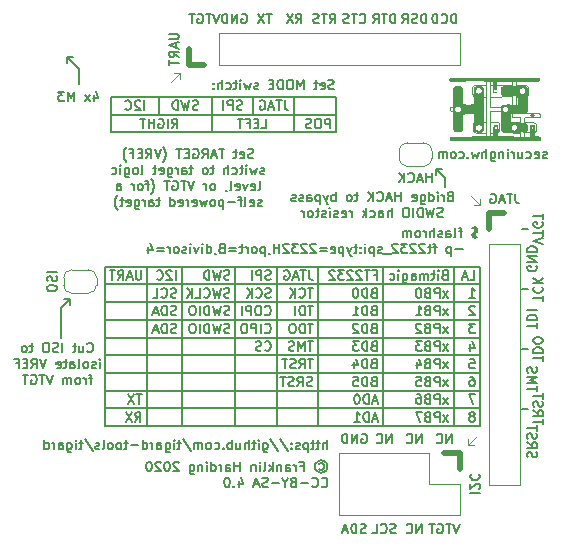
<source format=gbo>
G04 #@! TF.GenerationSoftware,KiCad,Pcbnew,5.1.10*
G04 #@! TF.CreationDate,2021-09-21T16:24:46-07:00*
G04 #@! TF.ProjectId,tigard,74696761-7264-42e6-9b69-6361645f7063,v1.1*
G04 #@! TF.SameCoordinates,Original*
G04 #@! TF.FileFunction,Legend,Bot*
G04 #@! TF.FilePolarity,Positive*
%FSLAX46Y46*%
G04 Gerber Fmt 4.6, Leading zero omitted, Abs format (unit mm)*
G04 Created by KiCad (PCBNEW 5.1.10) date 2021-09-21 16:24:46*
%MOMM*%
%LPD*%
G01*
G04 APERTURE LIST*
%ADD10C,0.150000*%
%ADD11C,0.120000*%
%ADD12C,0.500000*%
%ADD13C,0.075000*%
%ADD14C,0.100000*%
%ADD15C,0.010000*%
%ADD16O,2.200000X1.100000*%
%ADD17C,0.750000*%
%ADD18O,1.700000X1.100000*%
%ADD19O,1.800000X1.800000*%
%ADD20C,2.100000*%
%ADD21C,1.500000*%
%ADD22C,3.300000*%
G04 APERTURE END LIST*
D10*
X57326761Y-37071809D02*
X57212476Y-37109904D01*
X57022000Y-37109904D01*
X56945809Y-37071809D01*
X56907714Y-37033714D01*
X56869619Y-36957523D01*
X56869619Y-36881333D01*
X56907714Y-36805142D01*
X56945809Y-36767047D01*
X57022000Y-36728952D01*
X57174380Y-36690857D01*
X57250571Y-36652761D01*
X57288666Y-36614666D01*
X57326761Y-36538476D01*
X57326761Y-36462285D01*
X57288666Y-36386095D01*
X57250571Y-36348000D01*
X57174380Y-36309904D01*
X56983904Y-36309904D01*
X56869619Y-36348000D01*
X56222000Y-37071809D02*
X56298190Y-37109904D01*
X56450571Y-37109904D01*
X56526761Y-37071809D01*
X56564857Y-36995619D01*
X56564857Y-36690857D01*
X56526761Y-36614666D01*
X56450571Y-36576571D01*
X56298190Y-36576571D01*
X56222000Y-36614666D01*
X56183904Y-36690857D01*
X56183904Y-36767047D01*
X56564857Y-36843238D01*
X55955333Y-36576571D02*
X55650571Y-36576571D01*
X55841047Y-36309904D02*
X55841047Y-36995619D01*
X55802952Y-37071809D01*
X55726761Y-37109904D01*
X55650571Y-37109904D01*
X54774380Y-37109904D02*
X54774380Y-36309904D01*
X54507714Y-36881333D01*
X54241047Y-36309904D01*
X54241047Y-37109904D01*
X53707714Y-36309904D02*
X53555333Y-36309904D01*
X53479142Y-36348000D01*
X53402952Y-36424190D01*
X53364857Y-36576571D01*
X53364857Y-36843238D01*
X53402952Y-36995619D01*
X53479142Y-37071809D01*
X53555333Y-37109904D01*
X53707714Y-37109904D01*
X53783904Y-37071809D01*
X53860095Y-36995619D01*
X53898190Y-36843238D01*
X53898190Y-36576571D01*
X53860095Y-36424190D01*
X53783904Y-36348000D01*
X53707714Y-36309904D01*
X53022000Y-37109904D02*
X53022000Y-36309904D01*
X52831523Y-36309904D01*
X52717238Y-36348000D01*
X52641047Y-36424190D01*
X52602952Y-36500380D01*
X52564857Y-36652761D01*
X52564857Y-36767047D01*
X52602952Y-36919428D01*
X52641047Y-36995619D01*
X52717238Y-37071809D01*
X52831523Y-37109904D01*
X53022000Y-37109904D01*
X52222000Y-36690857D02*
X51955333Y-36690857D01*
X51841047Y-37109904D02*
X52222000Y-37109904D01*
X52222000Y-36309904D01*
X51841047Y-36309904D01*
X50926761Y-37071809D02*
X50850571Y-37109904D01*
X50698190Y-37109904D01*
X50622000Y-37071809D01*
X50583904Y-36995619D01*
X50583904Y-36957523D01*
X50622000Y-36881333D01*
X50698190Y-36843238D01*
X50812476Y-36843238D01*
X50888666Y-36805142D01*
X50926761Y-36728952D01*
X50926761Y-36690857D01*
X50888666Y-36614666D01*
X50812476Y-36576571D01*
X50698190Y-36576571D01*
X50622000Y-36614666D01*
X50317238Y-36576571D02*
X50164857Y-37109904D01*
X50012476Y-36728952D01*
X49860095Y-37109904D01*
X49707714Y-36576571D01*
X49402952Y-37109904D02*
X49402952Y-36576571D01*
X49402952Y-36309904D02*
X49441047Y-36348000D01*
X49402952Y-36386095D01*
X49364857Y-36348000D01*
X49402952Y-36309904D01*
X49402952Y-36386095D01*
X49136285Y-36576571D02*
X48831523Y-36576571D01*
X49022000Y-36309904D02*
X49022000Y-36995619D01*
X48983904Y-37071809D01*
X48907714Y-37109904D01*
X48831523Y-37109904D01*
X48222000Y-37071809D02*
X48298190Y-37109904D01*
X48450571Y-37109904D01*
X48526761Y-37071809D01*
X48564857Y-37033714D01*
X48602952Y-36957523D01*
X48602952Y-36728952D01*
X48564857Y-36652761D01*
X48526761Y-36614666D01*
X48450571Y-36576571D01*
X48298190Y-36576571D01*
X48222000Y-36614666D01*
X47879142Y-37109904D02*
X47879142Y-36309904D01*
X47536285Y-37109904D02*
X47536285Y-36690857D01*
X47574380Y-36614666D01*
X47650571Y-36576571D01*
X47764857Y-36576571D01*
X47841047Y-36614666D01*
X47879142Y-36652761D01*
X47155333Y-37033714D02*
X47117238Y-37071809D01*
X47155333Y-37109904D01*
X47193428Y-37071809D01*
X47155333Y-37033714D01*
X47155333Y-37109904D01*
X47155333Y-36614666D02*
X47117238Y-36652761D01*
X47155333Y-36690857D01*
X47193428Y-36652761D01*
X47155333Y-36614666D01*
X47155333Y-36690857D01*
X38484000Y-40764000D02*
X39500000Y-40764000D01*
X40000000Y-39264000D02*
X38984000Y-39264000D01*
X38984000Y-37764000D02*
X40000000Y-37764000D01*
X43636666Y-40411904D02*
X43903333Y-40030952D01*
X44093809Y-40411904D02*
X44093809Y-39611904D01*
X43789047Y-39611904D01*
X43712857Y-39650000D01*
X43674761Y-39688095D01*
X43636666Y-39764285D01*
X43636666Y-39878571D01*
X43674761Y-39954761D01*
X43712857Y-39992857D01*
X43789047Y-40030952D01*
X44093809Y-40030952D01*
X43293809Y-40411904D02*
X43293809Y-39611904D01*
X42493809Y-39650000D02*
X42570000Y-39611904D01*
X42684285Y-39611904D01*
X42798571Y-39650000D01*
X42874761Y-39726190D01*
X42912857Y-39802380D01*
X42950952Y-39954761D01*
X42950952Y-40069047D01*
X42912857Y-40221428D01*
X42874761Y-40297619D01*
X42798571Y-40373809D01*
X42684285Y-40411904D01*
X42608095Y-40411904D01*
X42493809Y-40373809D01*
X42455714Y-40335714D01*
X42455714Y-40069047D01*
X42608095Y-40069047D01*
X42112857Y-40411904D02*
X42112857Y-39611904D01*
X42112857Y-39992857D02*
X41655714Y-39992857D01*
X41655714Y-40411904D02*
X41655714Y-39611904D01*
X41389047Y-39611904D02*
X40931904Y-39611904D01*
X41160476Y-40411904D02*
X41160476Y-39611904D01*
X51205904Y-40411904D02*
X51586857Y-40411904D01*
X51586857Y-39611904D01*
X50939238Y-39992857D02*
X50672571Y-39992857D01*
X50558285Y-40411904D02*
X50939238Y-40411904D01*
X50939238Y-39611904D01*
X50558285Y-39611904D01*
X49948761Y-39992857D02*
X50215428Y-39992857D01*
X50215428Y-40411904D02*
X50215428Y-39611904D01*
X49834476Y-39611904D01*
X49644000Y-39611904D02*
X49186857Y-39611904D01*
X49415428Y-40411904D02*
X49415428Y-39611904D01*
X42500000Y-40764000D02*
X39500000Y-40764000D01*
X47000000Y-40764000D02*
X42500000Y-40764000D01*
X50500000Y-40764000D02*
X47000000Y-40764000D01*
X54000000Y-40764000D02*
X50500000Y-40764000D01*
X54000000Y-39264000D02*
X57556000Y-39264000D01*
X57556000Y-40764000D02*
X57556000Y-37764000D01*
X54000000Y-40764000D02*
X57556000Y-40764000D01*
X54000000Y-37764000D02*
X57556000Y-37764000D01*
X57014023Y-40411904D02*
X57014023Y-39611904D01*
X56709261Y-39611904D01*
X56633071Y-39650000D01*
X56594976Y-39688095D01*
X56556880Y-39764285D01*
X56556880Y-39878571D01*
X56594976Y-39954761D01*
X56633071Y-39992857D01*
X56709261Y-40030952D01*
X57014023Y-40030952D01*
X56061642Y-39611904D02*
X55909261Y-39611904D01*
X55833071Y-39650000D01*
X55756880Y-39726190D01*
X55718785Y-39878571D01*
X55718785Y-40145238D01*
X55756880Y-40297619D01*
X55833071Y-40373809D01*
X55909261Y-40411904D01*
X56061642Y-40411904D01*
X56137833Y-40373809D01*
X56214023Y-40297619D01*
X56252119Y-40145238D01*
X56252119Y-39878571D01*
X56214023Y-39726190D01*
X56137833Y-39650000D01*
X56061642Y-39611904D01*
X55414023Y-40373809D02*
X55299738Y-40411904D01*
X55109261Y-40411904D01*
X55033071Y-40373809D01*
X54994976Y-40335714D01*
X54956880Y-40259523D01*
X54956880Y-40183333D01*
X54994976Y-40107142D01*
X55033071Y-40069047D01*
X55109261Y-40030952D01*
X55261642Y-39992857D01*
X55337833Y-39954761D01*
X55375928Y-39916666D01*
X55414023Y-39840476D01*
X55414023Y-39764285D01*
X55375928Y-39688095D01*
X55337833Y-39650000D01*
X55261642Y-39611904D01*
X55071166Y-39611904D01*
X54956880Y-39650000D01*
X54000000Y-39264000D02*
X54000000Y-40764000D01*
X47000000Y-39264000D02*
X47500000Y-39264000D01*
X38984000Y-39264000D02*
X38484000Y-39264000D01*
X47000000Y-39264000D02*
X47000000Y-40764000D01*
X51000000Y-39264000D02*
X51500000Y-39264000D01*
X47500000Y-39264000D02*
X50500000Y-39264000D01*
X38484000Y-39264000D02*
X38484000Y-40764000D01*
X40000000Y-39264000D02*
X42500000Y-39264000D01*
X51500000Y-39264000D02*
X54000000Y-39264000D01*
X51000000Y-39264000D02*
X50500000Y-39264000D01*
X44000000Y-39264000D02*
X47000000Y-39264000D01*
X44000000Y-39264000D02*
X42500000Y-39264000D01*
X53183333Y-38075904D02*
X53183333Y-38647333D01*
X53221428Y-38761619D01*
X53297619Y-38837809D01*
X53411904Y-38875904D01*
X53488095Y-38875904D01*
X52916666Y-38075904D02*
X52459523Y-38075904D01*
X52688095Y-38875904D02*
X52688095Y-38075904D01*
X52230952Y-38647333D02*
X51850000Y-38647333D01*
X52307142Y-38875904D02*
X52040476Y-38075904D01*
X51773809Y-38875904D01*
X51088095Y-38114000D02*
X51164285Y-38075904D01*
X51278571Y-38075904D01*
X51392857Y-38114000D01*
X51469047Y-38190190D01*
X51507142Y-38266380D01*
X51545238Y-38418761D01*
X51545238Y-38533047D01*
X51507142Y-38685428D01*
X51469047Y-38761619D01*
X51392857Y-38837809D01*
X51278571Y-38875904D01*
X51202380Y-38875904D01*
X51088095Y-38837809D01*
X51050000Y-38799714D01*
X51050000Y-38533047D01*
X51202380Y-38533047D01*
X54000000Y-37764000D02*
X54000000Y-39264000D01*
X54000000Y-37764000D02*
X51500000Y-37764000D01*
X50500000Y-37764000D02*
X50500000Y-39264000D01*
X49569047Y-38823809D02*
X49454761Y-38861904D01*
X49264285Y-38861904D01*
X49188095Y-38823809D01*
X49150000Y-38785714D01*
X49111904Y-38709523D01*
X49111904Y-38633333D01*
X49150000Y-38557142D01*
X49188095Y-38519047D01*
X49264285Y-38480952D01*
X49416666Y-38442857D01*
X49492857Y-38404761D01*
X49530952Y-38366666D01*
X49569047Y-38290476D01*
X49569047Y-38214285D01*
X49530952Y-38138095D01*
X49492857Y-38100000D01*
X49416666Y-38061904D01*
X49226190Y-38061904D01*
X49111904Y-38100000D01*
X48769047Y-38861904D02*
X48769047Y-38061904D01*
X48464285Y-38061904D01*
X48388095Y-38100000D01*
X48350000Y-38138095D01*
X48311904Y-38214285D01*
X48311904Y-38328571D01*
X48350000Y-38404761D01*
X48388095Y-38442857D01*
X48464285Y-38480952D01*
X48769047Y-38480952D01*
X47969047Y-38861904D02*
X47969047Y-38061904D01*
X50500000Y-37764000D02*
X47500000Y-37764000D01*
X47000000Y-37764000D02*
X47000000Y-39264000D01*
X45835714Y-38823809D02*
X45721428Y-38861904D01*
X45530952Y-38861904D01*
X45454761Y-38823809D01*
X45416666Y-38785714D01*
X45378571Y-38709523D01*
X45378571Y-38633333D01*
X45416666Y-38557142D01*
X45454761Y-38519047D01*
X45530952Y-38480952D01*
X45683333Y-38442857D01*
X45759523Y-38404761D01*
X45797619Y-38366666D01*
X45835714Y-38290476D01*
X45835714Y-38214285D01*
X45797619Y-38138095D01*
X45759523Y-38100000D01*
X45683333Y-38061904D01*
X45492857Y-38061904D01*
X45378571Y-38100000D01*
X45111904Y-38061904D02*
X44921428Y-38861904D01*
X44769047Y-38290476D01*
X44616666Y-38861904D01*
X44426190Y-38061904D01*
X44121428Y-38861904D02*
X44121428Y-38061904D01*
X43930952Y-38061904D01*
X43816666Y-38100000D01*
X43740476Y-38176190D01*
X43702380Y-38252380D01*
X43664285Y-38404761D01*
X43664285Y-38519047D01*
X43702380Y-38671428D01*
X43740476Y-38747619D01*
X43816666Y-38823809D01*
X43930952Y-38861904D01*
X44121428Y-38861904D01*
X47000000Y-37764000D02*
X44000000Y-37764000D01*
X42500000Y-37764000D02*
X42500000Y-39264000D01*
X41280952Y-38875904D02*
X41280952Y-38075904D01*
X40938095Y-38152095D02*
X40900000Y-38114000D01*
X40823809Y-38075904D01*
X40633333Y-38075904D01*
X40557142Y-38114000D01*
X40519047Y-38152095D01*
X40480952Y-38228285D01*
X40480952Y-38304476D01*
X40519047Y-38418761D01*
X40976190Y-38875904D01*
X40480952Y-38875904D01*
X39680952Y-38799714D02*
X39719047Y-38837809D01*
X39833333Y-38875904D01*
X39909523Y-38875904D01*
X40023809Y-38837809D01*
X40100000Y-38761619D01*
X40138095Y-38685428D01*
X40176190Y-38533047D01*
X40176190Y-38418761D01*
X40138095Y-38266380D01*
X40100000Y-38190190D01*
X40023809Y-38114000D01*
X39909523Y-38075904D01*
X39833333Y-38075904D01*
X39719047Y-38114000D01*
X39680952Y-38152095D01*
X42500000Y-37764000D02*
X40000000Y-37764000D01*
X38484000Y-37764000D02*
X38484000Y-39264000D01*
X51500000Y-37764000D02*
X51000000Y-37764000D01*
X44000000Y-37764000D02*
X42500000Y-37764000D01*
X51000000Y-37764000D02*
X50500000Y-37764000D01*
X47500000Y-37764000D02*
X47000000Y-37764000D01*
X38484000Y-37764000D02*
X38984000Y-37764000D01*
X66746000Y-44650000D02*
X66746000Y-45400000D01*
X65996000Y-43900000D02*
X65996000Y-44400000D01*
X65996000Y-43900000D02*
X66496000Y-43900000D01*
X66746000Y-44650000D02*
X65996000Y-43900000D01*
X75354476Y-42913809D02*
X75278285Y-42951904D01*
X75125904Y-42951904D01*
X75049714Y-42913809D01*
X75011619Y-42837619D01*
X75011619Y-42799523D01*
X75049714Y-42723333D01*
X75125904Y-42685238D01*
X75240190Y-42685238D01*
X75316380Y-42647142D01*
X75354476Y-42570952D01*
X75354476Y-42532857D01*
X75316380Y-42456666D01*
X75240190Y-42418571D01*
X75125904Y-42418571D01*
X75049714Y-42456666D01*
X74364000Y-42913809D02*
X74440190Y-42951904D01*
X74592571Y-42951904D01*
X74668761Y-42913809D01*
X74706857Y-42837619D01*
X74706857Y-42532857D01*
X74668761Y-42456666D01*
X74592571Y-42418571D01*
X74440190Y-42418571D01*
X74364000Y-42456666D01*
X74325904Y-42532857D01*
X74325904Y-42609047D01*
X74706857Y-42685238D01*
X73640190Y-42913809D02*
X73716380Y-42951904D01*
X73868761Y-42951904D01*
X73944952Y-42913809D01*
X73983047Y-42875714D01*
X74021142Y-42799523D01*
X74021142Y-42570952D01*
X73983047Y-42494761D01*
X73944952Y-42456666D01*
X73868761Y-42418571D01*
X73716380Y-42418571D01*
X73640190Y-42456666D01*
X72954476Y-42418571D02*
X72954476Y-42951904D01*
X73297333Y-42418571D02*
X73297333Y-42837619D01*
X73259238Y-42913809D01*
X73183047Y-42951904D01*
X73068761Y-42951904D01*
X72992571Y-42913809D01*
X72954476Y-42875714D01*
X72573523Y-42951904D02*
X72573523Y-42418571D01*
X72573523Y-42570952D02*
X72535428Y-42494761D01*
X72497333Y-42456666D01*
X72421142Y-42418571D01*
X72344952Y-42418571D01*
X72078285Y-42951904D02*
X72078285Y-42418571D01*
X72078285Y-42151904D02*
X72116380Y-42190000D01*
X72078285Y-42228095D01*
X72040190Y-42190000D01*
X72078285Y-42151904D01*
X72078285Y-42228095D01*
X71697333Y-42418571D02*
X71697333Y-42951904D01*
X71697333Y-42494761D02*
X71659238Y-42456666D01*
X71583047Y-42418571D01*
X71468761Y-42418571D01*
X71392571Y-42456666D01*
X71354476Y-42532857D01*
X71354476Y-42951904D01*
X70630666Y-42418571D02*
X70630666Y-43066190D01*
X70668761Y-43142380D01*
X70706857Y-43180476D01*
X70783047Y-43218571D01*
X70897333Y-43218571D01*
X70973523Y-43180476D01*
X70630666Y-42913809D02*
X70706857Y-42951904D01*
X70859238Y-42951904D01*
X70935428Y-42913809D01*
X70973523Y-42875714D01*
X71011619Y-42799523D01*
X71011619Y-42570952D01*
X70973523Y-42494761D01*
X70935428Y-42456666D01*
X70859238Y-42418571D01*
X70706857Y-42418571D01*
X70630666Y-42456666D01*
X70249714Y-42951904D02*
X70249714Y-42151904D01*
X69906857Y-42951904D02*
X69906857Y-42532857D01*
X69944952Y-42456666D01*
X70021142Y-42418571D01*
X70135428Y-42418571D01*
X70211619Y-42456666D01*
X70249714Y-42494761D01*
X69602095Y-42418571D02*
X69449714Y-42951904D01*
X69297333Y-42570952D01*
X69144952Y-42951904D01*
X68992571Y-42418571D01*
X68687809Y-42875714D02*
X68649714Y-42913809D01*
X68687809Y-42951904D01*
X68725904Y-42913809D01*
X68687809Y-42875714D01*
X68687809Y-42951904D01*
X67964000Y-42913809D02*
X68040190Y-42951904D01*
X68192571Y-42951904D01*
X68268761Y-42913809D01*
X68306857Y-42875714D01*
X68344952Y-42799523D01*
X68344952Y-42570952D01*
X68306857Y-42494761D01*
X68268761Y-42456666D01*
X68192571Y-42418571D01*
X68040190Y-42418571D01*
X67964000Y-42456666D01*
X67506857Y-42951904D02*
X67583047Y-42913809D01*
X67621142Y-42875714D01*
X67659238Y-42799523D01*
X67659238Y-42570952D01*
X67621142Y-42494761D01*
X67583047Y-42456666D01*
X67506857Y-42418571D01*
X67392571Y-42418571D01*
X67316380Y-42456666D01*
X67278285Y-42494761D01*
X67240190Y-42570952D01*
X67240190Y-42799523D01*
X67278285Y-42875714D01*
X67316380Y-42913809D01*
X67392571Y-42951904D01*
X67506857Y-42951904D01*
X66897333Y-42951904D02*
X66897333Y-42418571D01*
X66897333Y-42494761D02*
X66859238Y-42456666D01*
X66783047Y-42418571D01*
X66668761Y-42418571D01*
X66592571Y-42456666D01*
X66554476Y-42532857D01*
X66554476Y-42951904D01*
X66554476Y-42532857D02*
X66516380Y-42456666D01*
X66440190Y-42418571D01*
X66325904Y-42418571D01*
X66249714Y-42456666D01*
X66211619Y-42532857D01*
X66211619Y-42951904D01*
X34742000Y-34392000D02*
X34742000Y-34892000D01*
X34742000Y-34392000D02*
X35242000Y-34392000D01*
X35742000Y-35392000D02*
X34742000Y-34392000D01*
X35742000Y-35392000D02*
X35742000Y-36642000D01*
X34992000Y-54900000D02*
X34492000Y-54900000D01*
X34992000Y-54900000D02*
X34992000Y-55400000D01*
X34242000Y-55650000D02*
X34992000Y-54900000D01*
X34242000Y-58150000D02*
X34242000Y-55650000D01*
X56760023Y-67589904D02*
X56760023Y-66789904D01*
X56417166Y-67589904D02*
X56417166Y-67170857D01*
X56455261Y-67094666D01*
X56531452Y-67056571D01*
X56645738Y-67056571D01*
X56721928Y-67094666D01*
X56760023Y-67132761D01*
X56150500Y-67056571D02*
X55845738Y-67056571D01*
X56036214Y-66789904D02*
X56036214Y-67475619D01*
X55998119Y-67551809D01*
X55921928Y-67589904D01*
X55845738Y-67589904D01*
X55693357Y-67056571D02*
X55388595Y-67056571D01*
X55579071Y-66789904D02*
X55579071Y-67475619D01*
X55540976Y-67551809D01*
X55464785Y-67589904D01*
X55388595Y-67589904D01*
X55121928Y-67056571D02*
X55121928Y-67856571D01*
X55121928Y-67094666D02*
X55045738Y-67056571D01*
X54893357Y-67056571D01*
X54817166Y-67094666D01*
X54779071Y-67132761D01*
X54740976Y-67208952D01*
X54740976Y-67437523D01*
X54779071Y-67513714D01*
X54817166Y-67551809D01*
X54893357Y-67589904D01*
X55045738Y-67589904D01*
X55121928Y-67551809D01*
X54436214Y-67551809D02*
X54360023Y-67589904D01*
X54207642Y-67589904D01*
X54131452Y-67551809D01*
X54093357Y-67475619D01*
X54093357Y-67437523D01*
X54131452Y-67361333D01*
X54207642Y-67323238D01*
X54321928Y-67323238D01*
X54398119Y-67285142D01*
X54436214Y-67208952D01*
X54436214Y-67170857D01*
X54398119Y-67094666D01*
X54321928Y-67056571D01*
X54207642Y-67056571D01*
X54131452Y-67094666D01*
X53750500Y-67513714D02*
X53712404Y-67551809D01*
X53750500Y-67589904D01*
X53788595Y-67551809D01*
X53750500Y-67513714D01*
X53750500Y-67589904D01*
X53750500Y-67094666D02*
X53712404Y-67132761D01*
X53750500Y-67170857D01*
X53788595Y-67132761D01*
X53750500Y-67094666D01*
X53750500Y-67170857D01*
X52798119Y-66751809D02*
X53483833Y-67780380D01*
X51960023Y-66751809D02*
X52645738Y-67780380D01*
X51350500Y-67056571D02*
X51350500Y-67704190D01*
X51388595Y-67780380D01*
X51426690Y-67818476D01*
X51502880Y-67856571D01*
X51617166Y-67856571D01*
X51693357Y-67818476D01*
X51350500Y-67551809D02*
X51426690Y-67589904D01*
X51579071Y-67589904D01*
X51655261Y-67551809D01*
X51693357Y-67513714D01*
X51731452Y-67437523D01*
X51731452Y-67208952D01*
X51693357Y-67132761D01*
X51655261Y-67094666D01*
X51579071Y-67056571D01*
X51426690Y-67056571D01*
X51350500Y-67094666D01*
X50969547Y-67589904D02*
X50969547Y-67056571D01*
X50969547Y-66789904D02*
X51007642Y-66828000D01*
X50969547Y-66866095D01*
X50931452Y-66828000D01*
X50969547Y-66789904D01*
X50969547Y-66866095D01*
X50702880Y-67056571D02*
X50398119Y-67056571D01*
X50588595Y-66789904D02*
X50588595Y-67475619D01*
X50550500Y-67551809D01*
X50474309Y-67589904D01*
X50398119Y-67589904D01*
X50131452Y-67589904D02*
X50131452Y-66789904D01*
X49788595Y-67589904D02*
X49788595Y-67170857D01*
X49826690Y-67094666D01*
X49902880Y-67056571D01*
X50017166Y-67056571D01*
X50093357Y-67094666D01*
X50131452Y-67132761D01*
X49064785Y-67056571D02*
X49064785Y-67589904D01*
X49407642Y-67056571D02*
X49407642Y-67475619D01*
X49369547Y-67551809D01*
X49293357Y-67589904D01*
X49179071Y-67589904D01*
X49102880Y-67551809D01*
X49064785Y-67513714D01*
X48683833Y-67589904D02*
X48683833Y-66789904D01*
X48683833Y-67094666D02*
X48607642Y-67056571D01*
X48455261Y-67056571D01*
X48379071Y-67094666D01*
X48340976Y-67132761D01*
X48302880Y-67208952D01*
X48302880Y-67437523D01*
X48340976Y-67513714D01*
X48379071Y-67551809D01*
X48455261Y-67589904D01*
X48607642Y-67589904D01*
X48683833Y-67551809D01*
X47960023Y-67513714D02*
X47921928Y-67551809D01*
X47960023Y-67589904D01*
X47998119Y-67551809D01*
X47960023Y-67513714D01*
X47960023Y-67589904D01*
X47236214Y-67551809D02*
X47312404Y-67589904D01*
X47464785Y-67589904D01*
X47540976Y-67551809D01*
X47579071Y-67513714D01*
X47617166Y-67437523D01*
X47617166Y-67208952D01*
X47579071Y-67132761D01*
X47540976Y-67094666D01*
X47464785Y-67056571D01*
X47312404Y-67056571D01*
X47236214Y-67094666D01*
X46779071Y-67589904D02*
X46855261Y-67551809D01*
X46893357Y-67513714D01*
X46931452Y-67437523D01*
X46931452Y-67208952D01*
X46893357Y-67132761D01*
X46855261Y-67094666D01*
X46779071Y-67056571D01*
X46664785Y-67056571D01*
X46588595Y-67094666D01*
X46550500Y-67132761D01*
X46512404Y-67208952D01*
X46512404Y-67437523D01*
X46550500Y-67513714D01*
X46588595Y-67551809D01*
X46664785Y-67589904D01*
X46779071Y-67589904D01*
X46169547Y-67589904D02*
X46169547Y-67056571D01*
X46169547Y-67132761D02*
X46131452Y-67094666D01*
X46055261Y-67056571D01*
X45940976Y-67056571D01*
X45864785Y-67094666D01*
X45826690Y-67170857D01*
X45826690Y-67589904D01*
X45826690Y-67170857D02*
X45788595Y-67094666D01*
X45712404Y-67056571D01*
X45598119Y-67056571D01*
X45521928Y-67094666D01*
X45483833Y-67170857D01*
X45483833Y-67589904D01*
X44531452Y-66751809D02*
X45217166Y-67780380D01*
X44379071Y-67056571D02*
X44074309Y-67056571D01*
X44264785Y-66789904D02*
X44264785Y-67475619D01*
X44226690Y-67551809D01*
X44150500Y-67589904D01*
X44074309Y-67589904D01*
X43807642Y-67589904D02*
X43807642Y-67056571D01*
X43807642Y-66789904D02*
X43845738Y-66828000D01*
X43807642Y-66866095D01*
X43769547Y-66828000D01*
X43807642Y-66789904D01*
X43807642Y-66866095D01*
X43083833Y-67056571D02*
X43083833Y-67704190D01*
X43121928Y-67780380D01*
X43160023Y-67818476D01*
X43236214Y-67856571D01*
X43350500Y-67856571D01*
X43426690Y-67818476D01*
X43083833Y-67551809D02*
X43160023Y-67589904D01*
X43312404Y-67589904D01*
X43388595Y-67551809D01*
X43426690Y-67513714D01*
X43464785Y-67437523D01*
X43464785Y-67208952D01*
X43426690Y-67132761D01*
X43388595Y-67094666D01*
X43312404Y-67056571D01*
X43160023Y-67056571D01*
X43083833Y-67094666D01*
X42360023Y-67589904D02*
X42360023Y-67170857D01*
X42398119Y-67094666D01*
X42474309Y-67056571D01*
X42626690Y-67056571D01*
X42702880Y-67094666D01*
X42360023Y-67551809D02*
X42436214Y-67589904D01*
X42626690Y-67589904D01*
X42702880Y-67551809D01*
X42740976Y-67475619D01*
X42740976Y-67399428D01*
X42702880Y-67323238D01*
X42626690Y-67285142D01*
X42436214Y-67285142D01*
X42360023Y-67247047D01*
X41979071Y-67589904D02*
X41979071Y-67056571D01*
X41979071Y-67208952D02*
X41940976Y-67132761D01*
X41902880Y-67094666D01*
X41826690Y-67056571D01*
X41750500Y-67056571D01*
X41140976Y-67589904D02*
X41140976Y-66789904D01*
X41140976Y-67551809D02*
X41217166Y-67589904D01*
X41369547Y-67589904D01*
X41445738Y-67551809D01*
X41483833Y-67513714D01*
X41521928Y-67437523D01*
X41521928Y-67208952D01*
X41483833Y-67132761D01*
X41445738Y-67094666D01*
X41369547Y-67056571D01*
X41217166Y-67056571D01*
X41140976Y-67094666D01*
X40760023Y-67285142D02*
X40150500Y-67285142D01*
X39883833Y-67056571D02*
X39579071Y-67056571D01*
X39769547Y-66789904D02*
X39769547Y-67475619D01*
X39731452Y-67551809D01*
X39655261Y-67589904D01*
X39579071Y-67589904D01*
X39198119Y-67589904D02*
X39274309Y-67551809D01*
X39312404Y-67513714D01*
X39350500Y-67437523D01*
X39350500Y-67208952D01*
X39312404Y-67132761D01*
X39274309Y-67094666D01*
X39198119Y-67056571D01*
X39083833Y-67056571D01*
X39007642Y-67094666D01*
X38969547Y-67132761D01*
X38931452Y-67208952D01*
X38931452Y-67437523D01*
X38969547Y-67513714D01*
X39007642Y-67551809D01*
X39083833Y-67589904D01*
X39198119Y-67589904D01*
X38474309Y-67589904D02*
X38550500Y-67551809D01*
X38588595Y-67513714D01*
X38626690Y-67437523D01*
X38626690Y-67208952D01*
X38588595Y-67132761D01*
X38550500Y-67094666D01*
X38474309Y-67056571D01*
X38360023Y-67056571D01*
X38283833Y-67094666D01*
X38245738Y-67132761D01*
X38207642Y-67208952D01*
X38207642Y-67437523D01*
X38245738Y-67513714D01*
X38283833Y-67551809D01*
X38360023Y-67589904D01*
X38474309Y-67589904D01*
X37750500Y-67589904D02*
X37826690Y-67551809D01*
X37864785Y-67475619D01*
X37864785Y-66789904D01*
X37483833Y-67551809D02*
X37407642Y-67589904D01*
X37255261Y-67589904D01*
X37179071Y-67551809D01*
X37140976Y-67475619D01*
X37140976Y-67437523D01*
X37179071Y-67361333D01*
X37255261Y-67323238D01*
X37369547Y-67323238D01*
X37445738Y-67285142D01*
X37483833Y-67208952D01*
X37483833Y-67170857D01*
X37445738Y-67094666D01*
X37369547Y-67056571D01*
X37255261Y-67056571D01*
X37179071Y-67094666D01*
X36226690Y-66751809D02*
X36912404Y-67780380D01*
X36074309Y-67056571D02*
X35769547Y-67056571D01*
X35960023Y-66789904D02*
X35960023Y-67475619D01*
X35921928Y-67551809D01*
X35845738Y-67589904D01*
X35769547Y-67589904D01*
X35502880Y-67589904D02*
X35502880Y-67056571D01*
X35502880Y-66789904D02*
X35540976Y-66828000D01*
X35502880Y-66866095D01*
X35464785Y-66828000D01*
X35502880Y-66789904D01*
X35502880Y-66866095D01*
X34779071Y-67056571D02*
X34779071Y-67704190D01*
X34817166Y-67780380D01*
X34855261Y-67818476D01*
X34931452Y-67856571D01*
X35045738Y-67856571D01*
X35121928Y-67818476D01*
X34779071Y-67551809D02*
X34855261Y-67589904D01*
X35007642Y-67589904D01*
X35083833Y-67551809D01*
X35121928Y-67513714D01*
X35160023Y-67437523D01*
X35160023Y-67208952D01*
X35121928Y-67132761D01*
X35083833Y-67094666D01*
X35007642Y-67056571D01*
X34855261Y-67056571D01*
X34779071Y-67094666D01*
X34055261Y-67589904D02*
X34055261Y-67170857D01*
X34093357Y-67094666D01*
X34169547Y-67056571D01*
X34321928Y-67056571D01*
X34398119Y-67094666D01*
X34055261Y-67551809D02*
X34131452Y-67589904D01*
X34321928Y-67589904D01*
X34398119Y-67551809D01*
X34436214Y-67475619D01*
X34436214Y-67399428D01*
X34398119Y-67323238D01*
X34321928Y-67285142D01*
X34131452Y-67285142D01*
X34055261Y-67247047D01*
X33674309Y-67589904D02*
X33674309Y-67056571D01*
X33674309Y-67208952D02*
X33636214Y-67132761D01*
X33598119Y-67094666D01*
X33521928Y-67056571D01*
X33445738Y-67056571D01*
X32836214Y-67589904D02*
X32836214Y-66789904D01*
X32836214Y-67551809D02*
X32912404Y-67589904D01*
X33064785Y-67589904D01*
X33140976Y-67551809D01*
X33179071Y-67513714D01*
X33217166Y-67437523D01*
X33217166Y-67208952D01*
X33179071Y-67132761D01*
X33140976Y-67094666D01*
X33064785Y-67056571D01*
X32912404Y-67056571D01*
X32836214Y-67094666D01*
X56112404Y-68845380D02*
X56188595Y-68807285D01*
X56340976Y-68807285D01*
X56417166Y-68845380D01*
X56493357Y-68921571D01*
X56531452Y-68997761D01*
X56531452Y-69150142D01*
X56493357Y-69226333D01*
X56417166Y-69302523D01*
X56340976Y-69340619D01*
X56188595Y-69340619D01*
X56112404Y-69302523D01*
X56264785Y-68540619D02*
X56455261Y-68578714D01*
X56645738Y-68693000D01*
X56760023Y-68883476D01*
X56798119Y-69073952D01*
X56760023Y-69264428D01*
X56645738Y-69454904D01*
X56455261Y-69569190D01*
X56264785Y-69607285D01*
X56074309Y-69569190D01*
X55883833Y-69454904D01*
X55769547Y-69264428D01*
X55731452Y-69073952D01*
X55769547Y-68883476D01*
X55883833Y-68693000D01*
X56074309Y-68578714D01*
X56264785Y-68540619D01*
X54512404Y-69035857D02*
X54779071Y-69035857D01*
X54779071Y-69454904D02*
X54779071Y-68654904D01*
X54398119Y-68654904D01*
X54093357Y-69454904D02*
X54093357Y-68921571D01*
X54093357Y-69073952D02*
X54055261Y-68997761D01*
X54017166Y-68959666D01*
X53940976Y-68921571D01*
X53864785Y-68921571D01*
X53255261Y-69454904D02*
X53255261Y-69035857D01*
X53293357Y-68959666D01*
X53369547Y-68921571D01*
X53521928Y-68921571D01*
X53598119Y-68959666D01*
X53255261Y-69416809D02*
X53331452Y-69454904D01*
X53521928Y-69454904D01*
X53598119Y-69416809D01*
X53636214Y-69340619D01*
X53636214Y-69264428D01*
X53598119Y-69188238D01*
X53521928Y-69150142D01*
X53331452Y-69150142D01*
X53255261Y-69112047D01*
X52874309Y-68921571D02*
X52874309Y-69454904D01*
X52874309Y-68997761D02*
X52836214Y-68959666D01*
X52760023Y-68921571D01*
X52645738Y-68921571D01*
X52569547Y-68959666D01*
X52531452Y-69035857D01*
X52531452Y-69454904D01*
X52150500Y-69454904D02*
X52150500Y-68654904D01*
X52074309Y-69150142D02*
X51845738Y-69454904D01*
X51845738Y-68921571D02*
X52150500Y-69226333D01*
X51388595Y-69454904D02*
X51464785Y-69416809D01*
X51502880Y-69340619D01*
X51502880Y-68654904D01*
X51083833Y-69454904D02*
X51083833Y-68921571D01*
X51083833Y-68654904D02*
X51121928Y-68693000D01*
X51083833Y-68731095D01*
X51045738Y-68693000D01*
X51083833Y-68654904D01*
X51083833Y-68731095D01*
X50702880Y-68921571D02*
X50702880Y-69454904D01*
X50702880Y-68997761D02*
X50664785Y-68959666D01*
X50588595Y-68921571D01*
X50474309Y-68921571D01*
X50398119Y-68959666D01*
X50360023Y-69035857D01*
X50360023Y-69454904D01*
X49369547Y-69454904D02*
X49369547Y-68654904D01*
X49369547Y-69035857D02*
X48912404Y-69035857D01*
X48912404Y-69454904D02*
X48912404Y-68654904D01*
X48188595Y-69454904D02*
X48188595Y-69035857D01*
X48226690Y-68959666D01*
X48302880Y-68921571D01*
X48455261Y-68921571D01*
X48531452Y-68959666D01*
X48188595Y-69416809D02*
X48264785Y-69454904D01*
X48455261Y-69454904D01*
X48531452Y-69416809D01*
X48569547Y-69340619D01*
X48569547Y-69264428D01*
X48531452Y-69188238D01*
X48455261Y-69150142D01*
X48264785Y-69150142D01*
X48188595Y-69112047D01*
X47807642Y-69454904D02*
X47807642Y-68921571D01*
X47807642Y-69073952D02*
X47769547Y-68997761D01*
X47731452Y-68959666D01*
X47655261Y-68921571D01*
X47579071Y-68921571D01*
X46969547Y-69454904D02*
X46969547Y-68654904D01*
X46969547Y-69416809D02*
X47045738Y-69454904D01*
X47198119Y-69454904D01*
X47274309Y-69416809D01*
X47312404Y-69378714D01*
X47350500Y-69302523D01*
X47350500Y-69073952D01*
X47312404Y-68997761D01*
X47274309Y-68959666D01*
X47198119Y-68921571D01*
X47045738Y-68921571D01*
X46969547Y-68959666D01*
X46588595Y-69454904D02*
X46588595Y-68921571D01*
X46588595Y-68654904D02*
X46626690Y-68693000D01*
X46588595Y-68731095D01*
X46550500Y-68693000D01*
X46588595Y-68654904D01*
X46588595Y-68731095D01*
X46207642Y-68921571D02*
X46207642Y-69454904D01*
X46207642Y-68997761D02*
X46169547Y-68959666D01*
X46093357Y-68921571D01*
X45979071Y-68921571D01*
X45902880Y-68959666D01*
X45864785Y-69035857D01*
X45864785Y-69454904D01*
X45140976Y-68921571D02*
X45140976Y-69569190D01*
X45179071Y-69645380D01*
X45217166Y-69683476D01*
X45293357Y-69721571D01*
X45407642Y-69721571D01*
X45483833Y-69683476D01*
X45140976Y-69416809D02*
X45217166Y-69454904D01*
X45369547Y-69454904D01*
X45445738Y-69416809D01*
X45483833Y-69378714D01*
X45521928Y-69302523D01*
X45521928Y-69073952D01*
X45483833Y-68997761D01*
X45445738Y-68959666D01*
X45369547Y-68921571D01*
X45217166Y-68921571D01*
X45140976Y-68959666D01*
X44188595Y-68731095D02*
X44150500Y-68693000D01*
X44074309Y-68654904D01*
X43883833Y-68654904D01*
X43807642Y-68693000D01*
X43769547Y-68731095D01*
X43731452Y-68807285D01*
X43731452Y-68883476D01*
X43769547Y-68997761D01*
X44226690Y-69454904D01*
X43731452Y-69454904D01*
X43236214Y-68654904D02*
X43160023Y-68654904D01*
X43083833Y-68693000D01*
X43045738Y-68731095D01*
X43007642Y-68807285D01*
X42969547Y-68959666D01*
X42969547Y-69150142D01*
X43007642Y-69302523D01*
X43045738Y-69378714D01*
X43083833Y-69416809D01*
X43160023Y-69454904D01*
X43236214Y-69454904D01*
X43312404Y-69416809D01*
X43350500Y-69378714D01*
X43388595Y-69302523D01*
X43426690Y-69150142D01*
X43426690Y-68959666D01*
X43388595Y-68807285D01*
X43350500Y-68731095D01*
X43312404Y-68693000D01*
X43236214Y-68654904D01*
X42664785Y-68731095D02*
X42626690Y-68693000D01*
X42550500Y-68654904D01*
X42360023Y-68654904D01*
X42283833Y-68693000D01*
X42245738Y-68731095D01*
X42207642Y-68807285D01*
X42207642Y-68883476D01*
X42245738Y-68997761D01*
X42702880Y-69454904D01*
X42207642Y-69454904D01*
X41712404Y-68654904D02*
X41636214Y-68654904D01*
X41560023Y-68693000D01*
X41521928Y-68731095D01*
X41483833Y-68807285D01*
X41445738Y-68959666D01*
X41445738Y-69150142D01*
X41483833Y-69302523D01*
X41521928Y-69378714D01*
X41560023Y-69416809D01*
X41636214Y-69454904D01*
X41712404Y-69454904D01*
X41788595Y-69416809D01*
X41826690Y-69378714D01*
X41864785Y-69302523D01*
X41902880Y-69150142D01*
X41902880Y-68959666D01*
X41864785Y-68807285D01*
X41826690Y-68731095D01*
X41788595Y-68693000D01*
X41712404Y-68654904D01*
X56302880Y-70728714D02*
X56340976Y-70766809D01*
X56455261Y-70804904D01*
X56531452Y-70804904D01*
X56645738Y-70766809D01*
X56721928Y-70690619D01*
X56760023Y-70614428D01*
X56798119Y-70462047D01*
X56798119Y-70347761D01*
X56760023Y-70195380D01*
X56721928Y-70119190D01*
X56645738Y-70043000D01*
X56531452Y-70004904D01*
X56455261Y-70004904D01*
X56340976Y-70043000D01*
X56302880Y-70081095D01*
X55502880Y-70728714D02*
X55540976Y-70766809D01*
X55655261Y-70804904D01*
X55731452Y-70804904D01*
X55845738Y-70766809D01*
X55921928Y-70690619D01*
X55960023Y-70614428D01*
X55998119Y-70462047D01*
X55998119Y-70347761D01*
X55960023Y-70195380D01*
X55921928Y-70119190D01*
X55845738Y-70043000D01*
X55731452Y-70004904D01*
X55655261Y-70004904D01*
X55540976Y-70043000D01*
X55502880Y-70081095D01*
X55160023Y-70500142D02*
X54550500Y-70500142D01*
X53902880Y-70385857D02*
X53788595Y-70423952D01*
X53750500Y-70462047D01*
X53712404Y-70538238D01*
X53712404Y-70652523D01*
X53750500Y-70728714D01*
X53788595Y-70766809D01*
X53864785Y-70804904D01*
X54169547Y-70804904D01*
X54169547Y-70004904D01*
X53902880Y-70004904D01*
X53826690Y-70043000D01*
X53788595Y-70081095D01*
X53750500Y-70157285D01*
X53750500Y-70233476D01*
X53788595Y-70309666D01*
X53826690Y-70347761D01*
X53902880Y-70385857D01*
X54169547Y-70385857D01*
X53217166Y-70423952D02*
X53217166Y-70804904D01*
X53483833Y-70004904D02*
X53217166Y-70423952D01*
X52950500Y-70004904D01*
X52683833Y-70500142D02*
X52074309Y-70500142D01*
X51731452Y-70766809D02*
X51617166Y-70804904D01*
X51426690Y-70804904D01*
X51350500Y-70766809D01*
X51312404Y-70728714D01*
X51274309Y-70652523D01*
X51274309Y-70576333D01*
X51312404Y-70500142D01*
X51350500Y-70462047D01*
X51426690Y-70423952D01*
X51579071Y-70385857D01*
X51655261Y-70347761D01*
X51693357Y-70309666D01*
X51731452Y-70233476D01*
X51731452Y-70157285D01*
X51693357Y-70081095D01*
X51655261Y-70043000D01*
X51579071Y-70004904D01*
X51388595Y-70004904D01*
X51274309Y-70043000D01*
X50969547Y-70576333D02*
X50588595Y-70576333D01*
X51045738Y-70804904D02*
X50779071Y-70004904D01*
X50512404Y-70804904D01*
X49293357Y-70271571D02*
X49293357Y-70804904D01*
X49483833Y-69966809D02*
X49674309Y-70538238D01*
X49179071Y-70538238D01*
X48874309Y-70728714D02*
X48836214Y-70766809D01*
X48874309Y-70804904D01*
X48912404Y-70766809D01*
X48874309Y-70728714D01*
X48874309Y-70804904D01*
X48340976Y-70004904D02*
X48264785Y-70004904D01*
X48188595Y-70043000D01*
X48150500Y-70081095D01*
X48112404Y-70157285D01*
X48074309Y-70309666D01*
X48074309Y-70500142D01*
X48112404Y-70652523D01*
X48150500Y-70728714D01*
X48188595Y-70766809D01*
X48264785Y-70804904D01*
X48340976Y-70804904D01*
X48417166Y-70766809D01*
X48455261Y-70728714D01*
X48493357Y-70652523D01*
X48531452Y-70500142D01*
X48531452Y-70309666D01*
X48493357Y-70157285D01*
X48455261Y-70081095D01*
X48417166Y-70043000D01*
X48340976Y-70004904D01*
X50502761Y-42920809D02*
X50388476Y-42958904D01*
X50198000Y-42958904D01*
X50121809Y-42920809D01*
X50083714Y-42882714D01*
X50045619Y-42806523D01*
X50045619Y-42730333D01*
X50083714Y-42654142D01*
X50121809Y-42616047D01*
X50198000Y-42577952D01*
X50350380Y-42539857D01*
X50426571Y-42501761D01*
X50464666Y-42463666D01*
X50502761Y-42387476D01*
X50502761Y-42311285D01*
X50464666Y-42235095D01*
X50426571Y-42197000D01*
X50350380Y-42158904D01*
X50159904Y-42158904D01*
X50045619Y-42197000D01*
X49398000Y-42920809D02*
X49474190Y-42958904D01*
X49626571Y-42958904D01*
X49702761Y-42920809D01*
X49740857Y-42844619D01*
X49740857Y-42539857D01*
X49702761Y-42463666D01*
X49626571Y-42425571D01*
X49474190Y-42425571D01*
X49398000Y-42463666D01*
X49359904Y-42539857D01*
X49359904Y-42616047D01*
X49740857Y-42692238D01*
X49131333Y-42425571D02*
X48826571Y-42425571D01*
X49017047Y-42158904D02*
X49017047Y-42844619D01*
X48978952Y-42920809D01*
X48902761Y-42958904D01*
X48826571Y-42958904D01*
X48064666Y-42158904D02*
X47607523Y-42158904D01*
X47836095Y-42958904D02*
X47836095Y-42158904D01*
X47378952Y-42730333D02*
X46998000Y-42730333D01*
X47455142Y-42958904D02*
X47188476Y-42158904D01*
X46921809Y-42958904D01*
X46198000Y-42958904D02*
X46464666Y-42577952D01*
X46655142Y-42958904D02*
X46655142Y-42158904D01*
X46350380Y-42158904D01*
X46274190Y-42197000D01*
X46236095Y-42235095D01*
X46198000Y-42311285D01*
X46198000Y-42425571D01*
X46236095Y-42501761D01*
X46274190Y-42539857D01*
X46350380Y-42577952D01*
X46655142Y-42577952D01*
X45436095Y-42197000D02*
X45512285Y-42158904D01*
X45626571Y-42158904D01*
X45740857Y-42197000D01*
X45817047Y-42273190D01*
X45855142Y-42349380D01*
X45893238Y-42501761D01*
X45893238Y-42616047D01*
X45855142Y-42768428D01*
X45817047Y-42844619D01*
X45740857Y-42920809D01*
X45626571Y-42958904D01*
X45550380Y-42958904D01*
X45436095Y-42920809D01*
X45398000Y-42882714D01*
X45398000Y-42616047D01*
X45550380Y-42616047D01*
X45055142Y-42539857D02*
X44788476Y-42539857D01*
X44674190Y-42958904D02*
X45055142Y-42958904D01*
X45055142Y-42158904D01*
X44674190Y-42158904D01*
X44445619Y-42158904D02*
X43988476Y-42158904D01*
X44217047Y-42958904D02*
X44217047Y-42158904D01*
X42883714Y-43263666D02*
X42921809Y-43225571D01*
X42998000Y-43111285D01*
X43036095Y-43035095D01*
X43074190Y-42920809D01*
X43112285Y-42730333D01*
X43112285Y-42577952D01*
X43074190Y-42387476D01*
X43036095Y-42273190D01*
X42998000Y-42197000D01*
X42921809Y-42082714D01*
X42883714Y-42044619D01*
X42693238Y-42158904D02*
X42426571Y-42958904D01*
X42159904Y-42158904D01*
X41436095Y-42958904D02*
X41702761Y-42577952D01*
X41893238Y-42958904D02*
X41893238Y-42158904D01*
X41588476Y-42158904D01*
X41512285Y-42197000D01*
X41474190Y-42235095D01*
X41436095Y-42311285D01*
X41436095Y-42425571D01*
X41474190Y-42501761D01*
X41512285Y-42539857D01*
X41588476Y-42577952D01*
X41893238Y-42577952D01*
X41093238Y-42539857D02*
X40826571Y-42539857D01*
X40712285Y-42958904D02*
X41093238Y-42958904D01*
X41093238Y-42158904D01*
X40712285Y-42158904D01*
X40102761Y-42539857D02*
X40369428Y-42539857D01*
X40369428Y-42958904D02*
X40369428Y-42158904D01*
X39988476Y-42158904D01*
X39759904Y-43263666D02*
X39721809Y-43225571D01*
X39645619Y-43111285D01*
X39607523Y-43035095D01*
X39569428Y-42920809D01*
X39531333Y-42730333D01*
X39531333Y-42577952D01*
X39569428Y-42387476D01*
X39607523Y-42273190D01*
X39645619Y-42197000D01*
X39721809Y-42082714D01*
X39759904Y-42044619D01*
X51455142Y-44270809D02*
X51378952Y-44308904D01*
X51226571Y-44308904D01*
X51150380Y-44270809D01*
X51112285Y-44194619D01*
X51112285Y-44156523D01*
X51150380Y-44080333D01*
X51226571Y-44042238D01*
X51340857Y-44042238D01*
X51417047Y-44004142D01*
X51455142Y-43927952D01*
X51455142Y-43889857D01*
X51417047Y-43813666D01*
X51340857Y-43775571D01*
X51226571Y-43775571D01*
X51150380Y-43813666D01*
X50845619Y-43775571D02*
X50693238Y-44308904D01*
X50540857Y-43927952D01*
X50388476Y-44308904D01*
X50236095Y-43775571D01*
X49931333Y-44308904D02*
X49931333Y-43775571D01*
X49931333Y-43508904D02*
X49969428Y-43547000D01*
X49931333Y-43585095D01*
X49893238Y-43547000D01*
X49931333Y-43508904D01*
X49931333Y-43585095D01*
X49664666Y-43775571D02*
X49359904Y-43775571D01*
X49550380Y-43508904D02*
X49550380Y-44194619D01*
X49512285Y-44270809D01*
X49436095Y-44308904D01*
X49359904Y-44308904D01*
X48750380Y-44270809D02*
X48826571Y-44308904D01*
X48978952Y-44308904D01*
X49055142Y-44270809D01*
X49093238Y-44232714D01*
X49131333Y-44156523D01*
X49131333Y-43927952D01*
X49093238Y-43851761D01*
X49055142Y-43813666D01*
X48978952Y-43775571D01*
X48826571Y-43775571D01*
X48750380Y-43813666D01*
X48407523Y-44308904D02*
X48407523Y-43508904D01*
X48064666Y-44308904D02*
X48064666Y-43889857D01*
X48102761Y-43813666D01*
X48178952Y-43775571D01*
X48293238Y-43775571D01*
X48369428Y-43813666D01*
X48407523Y-43851761D01*
X47188476Y-43775571D02*
X46883714Y-43775571D01*
X47074190Y-43508904D02*
X47074190Y-44194619D01*
X47036095Y-44270809D01*
X46959904Y-44308904D01*
X46883714Y-44308904D01*
X46502761Y-44308904D02*
X46578952Y-44270809D01*
X46617047Y-44232714D01*
X46655142Y-44156523D01*
X46655142Y-43927952D01*
X46617047Y-43851761D01*
X46578952Y-43813666D01*
X46502761Y-43775571D01*
X46388476Y-43775571D01*
X46312285Y-43813666D01*
X46274190Y-43851761D01*
X46236095Y-43927952D01*
X46236095Y-44156523D01*
X46274190Y-44232714D01*
X46312285Y-44270809D01*
X46388476Y-44308904D01*
X46502761Y-44308904D01*
X45398000Y-43775571D02*
X45093238Y-43775571D01*
X45283714Y-43508904D02*
X45283714Y-44194619D01*
X45245619Y-44270809D01*
X45169428Y-44308904D01*
X45093238Y-44308904D01*
X44483714Y-44308904D02*
X44483714Y-43889857D01*
X44521809Y-43813666D01*
X44598000Y-43775571D01*
X44750380Y-43775571D01*
X44826571Y-43813666D01*
X44483714Y-44270809D02*
X44559904Y-44308904D01*
X44750380Y-44308904D01*
X44826571Y-44270809D01*
X44864666Y-44194619D01*
X44864666Y-44118428D01*
X44826571Y-44042238D01*
X44750380Y-44004142D01*
X44559904Y-44004142D01*
X44483714Y-43966047D01*
X44102761Y-44308904D02*
X44102761Y-43775571D01*
X44102761Y-43927952D02*
X44064666Y-43851761D01*
X44026571Y-43813666D01*
X43950380Y-43775571D01*
X43874190Y-43775571D01*
X43264666Y-43775571D02*
X43264666Y-44423190D01*
X43302761Y-44499380D01*
X43340857Y-44537476D01*
X43417047Y-44575571D01*
X43531333Y-44575571D01*
X43607523Y-44537476D01*
X43264666Y-44270809D02*
X43340857Y-44308904D01*
X43493238Y-44308904D01*
X43569428Y-44270809D01*
X43607523Y-44232714D01*
X43645619Y-44156523D01*
X43645619Y-43927952D01*
X43607523Y-43851761D01*
X43569428Y-43813666D01*
X43493238Y-43775571D01*
X43340857Y-43775571D01*
X43264666Y-43813666D01*
X42578952Y-44270809D02*
X42655142Y-44308904D01*
X42807523Y-44308904D01*
X42883714Y-44270809D01*
X42921809Y-44194619D01*
X42921809Y-43889857D01*
X42883714Y-43813666D01*
X42807523Y-43775571D01*
X42655142Y-43775571D01*
X42578952Y-43813666D01*
X42540857Y-43889857D01*
X42540857Y-43966047D01*
X42921809Y-44042238D01*
X42312285Y-43775571D02*
X42007523Y-43775571D01*
X42198000Y-43508904D02*
X42198000Y-44194619D01*
X42159904Y-44270809D01*
X42083714Y-44308904D01*
X42007523Y-44308904D01*
X41017047Y-44308904D02*
X41093238Y-44270809D01*
X41131333Y-44194619D01*
X41131333Y-43508904D01*
X40598000Y-44308904D02*
X40674190Y-44270809D01*
X40712285Y-44232714D01*
X40750380Y-44156523D01*
X40750380Y-43927952D01*
X40712285Y-43851761D01*
X40674190Y-43813666D01*
X40598000Y-43775571D01*
X40483714Y-43775571D01*
X40407523Y-43813666D01*
X40369428Y-43851761D01*
X40331333Y-43927952D01*
X40331333Y-44156523D01*
X40369428Y-44232714D01*
X40407523Y-44270809D01*
X40483714Y-44308904D01*
X40598000Y-44308904D01*
X39645619Y-43775571D02*
X39645619Y-44423190D01*
X39683714Y-44499380D01*
X39721809Y-44537476D01*
X39798000Y-44575571D01*
X39912285Y-44575571D01*
X39988476Y-44537476D01*
X39645619Y-44270809D02*
X39721809Y-44308904D01*
X39874190Y-44308904D01*
X39950380Y-44270809D01*
X39988476Y-44232714D01*
X40026571Y-44156523D01*
X40026571Y-43927952D01*
X39988476Y-43851761D01*
X39950380Y-43813666D01*
X39874190Y-43775571D01*
X39721809Y-43775571D01*
X39645619Y-43813666D01*
X39264666Y-44308904D02*
X39264666Y-43775571D01*
X39264666Y-43508904D02*
X39302761Y-43547000D01*
X39264666Y-43585095D01*
X39226571Y-43547000D01*
X39264666Y-43508904D01*
X39264666Y-43585095D01*
X38540857Y-44270809D02*
X38617047Y-44308904D01*
X38769428Y-44308904D01*
X38845619Y-44270809D01*
X38883714Y-44232714D01*
X38921809Y-44156523D01*
X38921809Y-43927952D01*
X38883714Y-43851761D01*
X38845619Y-43813666D01*
X38769428Y-43775571D01*
X38617047Y-43775571D01*
X38540857Y-43813666D01*
X50940857Y-45658904D02*
X51017047Y-45620809D01*
X51055142Y-45544619D01*
X51055142Y-44858904D01*
X50331333Y-45620809D02*
X50407523Y-45658904D01*
X50559904Y-45658904D01*
X50636095Y-45620809D01*
X50674190Y-45544619D01*
X50674190Y-45239857D01*
X50636095Y-45163666D01*
X50559904Y-45125571D01*
X50407523Y-45125571D01*
X50331333Y-45163666D01*
X50293238Y-45239857D01*
X50293238Y-45316047D01*
X50674190Y-45392238D01*
X50026571Y-45125571D02*
X49836095Y-45658904D01*
X49645619Y-45125571D01*
X49036095Y-45620809D02*
X49112285Y-45658904D01*
X49264666Y-45658904D01*
X49340857Y-45620809D01*
X49378952Y-45544619D01*
X49378952Y-45239857D01*
X49340857Y-45163666D01*
X49264666Y-45125571D01*
X49112285Y-45125571D01*
X49036095Y-45163666D01*
X48998000Y-45239857D01*
X48998000Y-45316047D01*
X49378952Y-45392238D01*
X48540857Y-45658904D02*
X48617047Y-45620809D01*
X48655142Y-45544619D01*
X48655142Y-44858904D01*
X48198000Y-45620809D02*
X48198000Y-45658904D01*
X48236095Y-45735095D01*
X48274190Y-45773190D01*
X47131333Y-45658904D02*
X47207523Y-45620809D01*
X47245619Y-45582714D01*
X47283714Y-45506523D01*
X47283714Y-45277952D01*
X47245619Y-45201761D01*
X47207523Y-45163666D01*
X47131333Y-45125571D01*
X47017047Y-45125571D01*
X46940857Y-45163666D01*
X46902761Y-45201761D01*
X46864666Y-45277952D01*
X46864666Y-45506523D01*
X46902761Y-45582714D01*
X46940857Y-45620809D01*
X47017047Y-45658904D01*
X47131333Y-45658904D01*
X46521809Y-45658904D02*
X46521809Y-45125571D01*
X46521809Y-45277952D02*
X46483714Y-45201761D01*
X46445619Y-45163666D01*
X46369428Y-45125571D01*
X46293238Y-45125571D01*
X45531333Y-44858904D02*
X45264666Y-45658904D01*
X44998000Y-44858904D01*
X44845619Y-44858904D02*
X44388476Y-44858904D01*
X44617047Y-45658904D02*
X44617047Y-44858904D01*
X43702761Y-44897000D02*
X43778952Y-44858904D01*
X43893238Y-44858904D01*
X44007523Y-44897000D01*
X44083714Y-44973190D01*
X44121809Y-45049380D01*
X44159904Y-45201761D01*
X44159904Y-45316047D01*
X44121809Y-45468428D01*
X44083714Y-45544619D01*
X44007523Y-45620809D01*
X43893238Y-45658904D01*
X43817047Y-45658904D01*
X43702761Y-45620809D01*
X43664666Y-45582714D01*
X43664666Y-45316047D01*
X43817047Y-45316047D01*
X43436095Y-44858904D02*
X42978952Y-44858904D01*
X43207523Y-45658904D02*
X43207523Y-44858904D01*
X41874190Y-45963666D02*
X41912285Y-45925571D01*
X41988476Y-45811285D01*
X42026571Y-45735095D01*
X42064666Y-45620809D01*
X42102761Y-45430333D01*
X42102761Y-45277952D01*
X42064666Y-45087476D01*
X42026571Y-44973190D01*
X41988476Y-44897000D01*
X41912285Y-44782714D01*
X41874190Y-44744619D01*
X41683714Y-45125571D02*
X41378952Y-45125571D01*
X41569428Y-45658904D02*
X41569428Y-44973190D01*
X41531333Y-44897000D01*
X41455142Y-44858904D01*
X41378952Y-44858904D01*
X40998000Y-45658904D02*
X41074190Y-45620809D01*
X41112285Y-45582714D01*
X41150380Y-45506523D01*
X41150380Y-45277952D01*
X41112285Y-45201761D01*
X41074190Y-45163666D01*
X40998000Y-45125571D01*
X40883714Y-45125571D01*
X40807523Y-45163666D01*
X40769428Y-45201761D01*
X40731333Y-45277952D01*
X40731333Y-45506523D01*
X40769428Y-45582714D01*
X40807523Y-45620809D01*
X40883714Y-45658904D01*
X40998000Y-45658904D01*
X40388476Y-45658904D02*
X40388476Y-45125571D01*
X40388476Y-45277952D02*
X40350380Y-45201761D01*
X40312285Y-45163666D01*
X40236095Y-45125571D01*
X40159904Y-45125571D01*
X38940857Y-45658904D02*
X38940857Y-45239857D01*
X38978952Y-45163666D01*
X39055142Y-45125571D01*
X39207523Y-45125571D01*
X39283714Y-45163666D01*
X38940857Y-45620809D02*
X39017047Y-45658904D01*
X39207523Y-45658904D01*
X39283714Y-45620809D01*
X39321809Y-45544619D01*
X39321809Y-45468428D01*
X39283714Y-45392238D01*
X39207523Y-45354142D01*
X39017047Y-45354142D01*
X38940857Y-45316047D01*
X51226571Y-46970809D02*
X51150380Y-47008904D01*
X50998000Y-47008904D01*
X50921809Y-46970809D01*
X50883714Y-46894619D01*
X50883714Y-46856523D01*
X50921809Y-46780333D01*
X50998000Y-46742238D01*
X51112285Y-46742238D01*
X51188476Y-46704142D01*
X51226571Y-46627952D01*
X51226571Y-46589857D01*
X51188476Y-46513666D01*
X51112285Y-46475571D01*
X50998000Y-46475571D01*
X50921809Y-46513666D01*
X50236095Y-46970809D02*
X50312285Y-47008904D01*
X50464666Y-47008904D01*
X50540857Y-46970809D01*
X50578952Y-46894619D01*
X50578952Y-46589857D01*
X50540857Y-46513666D01*
X50464666Y-46475571D01*
X50312285Y-46475571D01*
X50236095Y-46513666D01*
X50198000Y-46589857D01*
X50198000Y-46666047D01*
X50578952Y-46742238D01*
X49740857Y-47008904D02*
X49817047Y-46970809D01*
X49855142Y-46894619D01*
X49855142Y-46208904D01*
X49550380Y-46475571D02*
X49245619Y-46475571D01*
X49436095Y-47008904D02*
X49436095Y-46323190D01*
X49398000Y-46247000D01*
X49321809Y-46208904D01*
X49245619Y-46208904D01*
X48978952Y-46704142D02*
X48369428Y-46704142D01*
X47988476Y-46475571D02*
X47988476Y-47275571D01*
X47988476Y-46513666D02*
X47912285Y-46475571D01*
X47759904Y-46475571D01*
X47683714Y-46513666D01*
X47645619Y-46551761D01*
X47607523Y-46627952D01*
X47607523Y-46856523D01*
X47645619Y-46932714D01*
X47683714Y-46970809D01*
X47759904Y-47008904D01*
X47912285Y-47008904D01*
X47988476Y-46970809D01*
X47150380Y-47008904D02*
X47226571Y-46970809D01*
X47264666Y-46932714D01*
X47302761Y-46856523D01*
X47302761Y-46627952D01*
X47264666Y-46551761D01*
X47226571Y-46513666D01*
X47150380Y-46475571D01*
X47036095Y-46475571D01*
X46959904Y-46513666D01*
X46921809Y-46551761D01*
X46883714Y-46627952D01*
X46883714Y-46856523D01*
X46921809Y-46932714D01*
X46959904Y-46970809D01*
X47036095Y-47008904D01*
X47150380Y-47008904D01*
X46617047Y-46475571D02*
X46464666Y-47008904D01*
X46312285Y-46627952D01*
X46159904Y-47008904D01*
X46007523Y-46475571D01*
X45398000Y-46970809D02*
X45474190Y-47008904D01*
X45626571Y-47008904D01*
X45702761Y-46970809D01*
X45740857Y-46894619D01*
X45740857Y-46589857D01*
X45702761Y-46513666D01*
X45626571Y-46475571D01*
X45474190Y-46475571D01*
X45398000Y-46513666D01*
X45359904Y-46589857D01*
X45359904Y-46666047D01*
X45740857Y-46742238D01*
X45017047Y-47008904D02*
X45017047Y-46475571D01*
X45017047Y-46627952D02*
X44978952Y-46551761D01*
X44940857Y-46513666D01*
X44864666Y-46475571D01*
X44788476Y-46475571D01*
X44217047Y-46970809D02*
X44293238Y-47008904D01*
X44445619Y-47008904D01*
X44521809Y-46970809D01*
X44559904Y-46894619D01*
X44559904Y-46589857D01*
X44521809Y-46513666D01*
X44445619Y-46475571D01*
X44293238Y-46475571D01*
X44217047Y-46513666D01*
X44178952Y-46589857D01*
X44178952Y-46666047D01*
X44559904Y-46742238D01*
X43493238Y-47008904D02*
X43493238Y-46208904D01*
X43493238Y-46970809D02*
X43569428Y-47008904D01*
X43721809Y-47008904D01*
X43798000Y-46970809D01*
X43836095Y-46932714D01*
X43874190Y-46856523D01*
X43874190Y-46627952D01*
X43836095Y-46551761D01*
X43798000Y-46513666D01*
X43721809Y-46475571D01*
X43569428Y-46475571D01*
X43493238Y-46513666D01*
X42617047Y-46475571D02*
X42312285Y-46475571D01*
X42502761Y-46208904D02*
X42502761Y-46894619D01*
X42464666Y-46970809D01*
X42388476Y-47008904D01*
X42312285Y-47008904D01*
X41702761Y-47008904D02*
X41702761Y-46589857D01*
X41740857Y-46513666D01*
X41817047Y-46475571D01*
X41969428Y-46475571D01*
X42045619Y-46513666D01*
X41702761Y-46970809D02*
X41778952Y-47008904D01*
X41969428Y-47008904D01*
X42045619Y-46970809D01*
X42083714Y-46894619D01*
X42083714Y-46818428D01*
X42045619Y-46742238D01*
X41969428Y-46704142D01*
X41778952Y-46704142D01*
X41702761Y-46666047D01*
X41321809Y-47008904D02*
X41321809Y-46475571D01*
X41321809Y-46627952D02*
X41283714Y-46551761D01*
X41245619Y-46513666D01*
X41169428Y-46475571D01*
X41093238Y-46475571D01*
X40483714Y-46475571D02*
X40483714Y-47123190D01*
X40521809Y-47199380D01*
X40559904Y-47237476D01*
X40636095Y-47275571D01*
X40750380Y-47275571D01*
X40826571Y-47237476D01*
X40483714Y-46970809D02*
X40559904Y-47008904D01*
X40712285Y-47008904D01*
X40788476Y-46970809D01*
X40826571Y-46932714D01*
X40864666Y-46856523D01*
X40864666Y-46627952D01*
X40826571Y-46551761D01*
X40788476Y-46513666D01*
X40712285Y-46475571D01*
X40559904Y-46475571D01*
X40483714Y-46513666D01*
X39798000Y-46970809D02*
X39874190Y-47008904D01*
X40026571Y-47008904D01*
X40102761Y-46970809D01*
X40140857Y-46894619D01*
X40140857Y-46589857D01*
X40102761Y-46513666D01*
X40026571Y-46475571D01*
X39874190Y-46475571D01*
X39798000Y-46513666D01*
X39759904Y-46589857D01*
X39759904Y-46666047D01*
X40140857Y-46742238D01*
X39531333Y-46475571D02*
X39226571Y-46475571D01*
X39417047Y-46208904D02*
X39417047Y-46894619D01*
X39378952Y-46970809D01*
X39302761Y-47008904D01*
X39226571Y-47008904D01*
X39036095Y-47313666D02*
X38998000Y-47275571D01*
X38921809Y-47161285D01*
X38883714Y-47085095D01*
X38845619Y-46970809D01*
X38807523Y-46780333D01*
X38807523Y-46627952D01*
X38845619Y-46437476D01*
X38883714Y-46323190D01*
X38921809Y-46247000D01*
X38998000Y-46132714D01*
X39036095Y-46094619D01*
X62000000Y-65650000D02*
X61500000Y-65650000D01*
X61500000Y-64150000D02*
X62000000Y-64150000D01*
X62000000Y-62650000D02*
X61500000Y-62650000D01*
X62000000Y-61150000D02*
X61500000Y-61150000D01*
X62000000Y-59650000D02*
X61500000Y-59650000D01*
X62000000Y-58150000D02*
X61500000Y-58150000D01*
X68000000Y-65650000D02*
X67500000Y-65650000D01*
X68000000Y-64150000D02*
X67500000Y-64150000D01*
X68000000Y-62650000D02*
X67500000Y-62650000D01*
X68000000Y-61150000D02*
X67500000Y-61150000D01*
X68000000Y-59650000D02*
X67500000Y-59650000D01*
X68000000Y-58150000D02*
X67500000Y-58150000D01*
X61500000Y-56650000D02*
X62000000Y-56650000D01*
X62000000Y-55150000D02*
X61500000Y-55150000D01*
X68000000Y-56650000D02*
X67500000Y-56650000D01*
X68000000Y-55150000D02*
X67500000Y-55150000D01*
X68000000Y-53650000D02*
X67500000Y-53650000D01*
X61500000Y-53650000D02*
X62000000Y-53650000D01*
X62000000Y-52150000D02*
X61500000Y-52150000D01*
X68000000Y-52150000D02*
X67500000Y-52150000D01*
X40504880Y-65261904D02*
X40771547Y-64880952D01*
X40962023Y-65261904D02*
X40962023Y-64461904D01*
X40657261Y-64461904D01*
X40581071Y-64500000D01*
X40542976Y-64538095D01*
X40504880Y-64614285D01*
X40504880Y-64728571D01*
X40542976Y-64804761D01*
X40581071Y-64842857D01*
X40657261Y-64880952D01*
X40962023Y-64880952D01*
X40238214Y-64461904D02*
X39704880Y-65261904D01*
X39704880Y-64461904D02*
X40238214Y-65261904D01*
X41076309Y-62961904D02*
X40619166Y-62961904D01*
X40847738Y-63761904D02*
X40847738Y-62961904D01*
X40428690Y-62961904D02*
X39895357Y-63761904D01*
X39895357Y-62961904D02*
X40428690Y-63761904D01*
X44000119Y-56223809D02*
X43885833Y-56261904D01*
X43695357Y-56261904D01*
X43619166Y-56223809D01*
X43581071Y-56185714D01*
X43542976Y-56109523D01*
X43542976Y-56033333D01*
X43581071Y-55957142D01*
X43619166Y-55919047D01*
X43695357Y-55880952D01*
X43847738Y-55842857D01*
X43923928Y-55804761D01*
X43962023Y-55766666D01*
X44000119Y-55690476D01*
X44000119Y-55614285D01*
X43962023Y-55538095D01*
X43923928Y-55500000D01*
X43847738Y-55461904D01*
X43657261Y-55461904D01*
X43542976Y-55500000D01*
X43200119Y-56261904D02*
X43200119Y-55461904D01*
X43009642Y-55461904D01*
X42895357Y-55500000D01*
X42819166Y-55576190D01*
X42781071Y-55652380D01*
X42742976Y-55804761D01*
X42742976Y-55919047D01*
X42781071Y-56071428D01*
X42819166Y-56147619D01*
X42895357Y-56223809D01*
X43009642Y-56261904D01*
X43200119Y-56261904D01*
X42438214Y-56033333D02*
X42057261Y-56033333D01*
X42514404Y-56261904D02*
X42247738Y-55461904D01*
X41981071Y-56261904D01*
X44000119Y-57723809D02*
X43885833Y-57761904D01*
X43695357Y-57761904D01*
X43619166Y-57723809D01*
X43581071Y-57685714D01*
X43542976Y-57609523D01*
X43542976Y-57533333D01*
X43581071Y-57457142D01*
X43619166Y-57419047D01*
X43695357Y-57380952D01*
X43847738Y-57342857D01*
X43923928Y-57304761D01*
X43962023Y-57266666D01*
X44000119Y-57190476D01*
X44000119Y-57114285D01*
X43962023Y-57038095D01*
X43923928Y-57000000D01*
X43847738Y-56961904D01*
X43657261Y-56961904D01*
X43542976Y-57000000D01*
X43200119Y-57761904D02*
X43200119Y-56961904D01*
X43009642Y-56961904D01*
X42895357Y-57000000D01*
X42819166Y-57076190D01*
X42781071Y-57152380D01*
X42742976Y-57304761D01*
X42742976Y-57419047D01*
X42781071Y-57571428D01*
X42819166Y-57647619D01*
X42895357Y-57723809D01*
X43009642Y-57761904D01*
X43200119Y-57761904D01*
X42438214Y-57533333D02*
X42057261Y-57533333D01*
X42514404Y-57761904D02*
X42247738Y-56961904D01*
X41981071Y-57761904D01*
X48500119Y-57723809D02*
X48385833Y-57761904D01*
X48195357Y-57761904D01*
X48119166Y-57723809D01*
X48081071Y-57685714D01*
X48042976Y-57609523D01*
X48042976Y-57533333D01*
X48081071Y-57457142D01*
X48119166Y-57419047D01*
X48195357Y-57380952D01*
X48347738Y-57342857D01*
X48423928Y-57304761D01*
X48462023Y-57266666D01*
X48500119Y-57190476D01*
X48500119Y-57114285D01*
X48462023Y-57038095D01*
X48423928Y-57000000D01*
X48347738Y-56961904D01*
X48157261Y-56961904D01*
X48042976Y-57000000D01*
X47776309Y-56961904D02*
X47585833Y-57761904D01*
X47433452Y-57190476D01*
X47281071Y-57761904D01*
X47090595Y-56961904D01*
X46785833Y-57761904D02*
X46785833Y-56961904D01*
X46595357Y-56961904D01*
X46481071Y-57000000D01*
X46404880Y-57076190D01*
X46366785Y-57152380D01*
X46328690Y-57304761D01*
X46328690Y-57419047D01*
X46366785Y-57571428D01*
X46404880Y-57647619D01*
X46481071Y-57723809D01*
X46595357Y-57761904D01*
X46785833Y-57761904D01*
X45985833Y-57761904D02*
X45985833Y-56961904D01*
X45452500Y-56961904D02*
X45300119Y-56961904D01*
X45223928Y-57000000D01*
X45147738Y-57076190D01*
X45109642Y-57228571D01*
X45109642Y-57495238D01*
X45147738Y-57647619D01*
X45223928Y-57723809D01*
X45300119Y-57761904D01*
X45452500Y-57761904D01*
X45528690Y-57723809D01*
X45604880Y-57647619D01*
X45642976Y-57495238D01*
X45642976Y-57228571D01*
X45604880Y-57076190D01*
X45528690Y-57000000D01*
X45452500Y-56961904D01*
X48750000Y-55150000D02*
X49000000Y-55150000D01*
X48500119Y-56223809D02*
X48385833Y-56261904D01*
X48195357Y-56261904D01*
X48119166Y-56223809D01*
X48081071Y-56185714D01*
X48042976Y-56109523D01*
X48042976Y-56033333D01*
X48081071Y-55957142D01*
X48119166Y-55919047D01*
X48195357Y-55880952D01*
X48347738Y-55842857D01*
X48423928Y-55804761D01*
X48462023Y-55766666D01*
X48500119Y-55690476D01*
X48500119Y-55614285D01*
X48462023Y-55538095D01*
X48423928Y-55500000D01*
X48347738Y-55461904D01*
X48157261Y-55461904D01*
X48042976Y-55500000D01*
X47776309Y-55461904D02*
X47585833Y-56261904D01*
X47433452Y-55690476D01*
X47281071Y-56261904D01*
X47090595Y-55461904D01*
X46785833Y-56261904D02*
X46785833Y-55461904D01*
X46595357Y-55461904D01*
X46481071Y-55500000D01*
X46404880Y-55576190D01*
X46366785Y-55652380D01*
X46328690Y-55804761D01*
X46328690Y-55919047D01*
X46366785Y-56071428D01*
X46404880Y-56147619D01*
X46481071Y-56223809D01*
X46595357Y-56261904D01*
X46785833Y-56261904D01*
X45985833Y-56261904D02*
X45985833Y-55461904D01*
X45452500Y-55461904D02*
X45300119Y-55461904D01*
X45223928Y-55500000D01*
X45147738Y-55576190D01*
X45109642Y-55728571D01*
X45109642Y-55995238D01*
X45147738Y-56147619D01*
X45223928Y-56223809D01*
X45300119Y-56261904D01*
X45452500Y-56261904D01*
X45528690Y-56223809D01*
X45604880Y-56147619D01*
X45642976Y-55995238D01*
X45642976Y-55728571D01*
X45604880Y-55576190D01*
X45528690Y-55500000D01*
X45452500Y-55461904D01*
X41500000Y-65650000D02*
X42000000Y-65650000D01*
X42000000Y-64150000D02*
X41500000Y-64150000D01*
X41500000Y-62650000D02*
X42000000Y-62650000D01*
X42000000Y-61150000D02*
X41500000Y-61150000D01*
X41500000Y-59650000D02*
X42000000Y-59650000D01*
X42000000Y-58150000D02*
X41500000Y-58150000D01*
X42000000Y-56650000D02*
X41500000Y-56650000D01*
X41500000Y-55150000D02*
X42000000Y-55150000D01*
X42000000Y-53650000D02*
X41500000Y-53650000D01*
X41500000Y-52150000D02*
X42000000Y-52150000D01*
X49500000Y-65650000D02*
X49000000Y-65650000D01*
X49500000Y-64150000D02*
X49000000Y-64150000D01*
X49500000Y-62650000D02*
X49000000Y-62650000D01*
X49500000Y-61150000D02*
X49000000Y-61150000D01*
X49500000Y-59650000D02*
X49000000Y-59650000D01*
X49500000Y-58150000D02*
X49000000Y-58150000D01*
X49000000Y-56650000D02*
X49500000Y-56650000D01*
X49500000Y-55150000D02*
X49000000Y-55150000D01*
X49000000Y-53650000D02*
X49500000Y-53650000D01*
X49500000Y-52150000D02*
X49000000Y-52150000D01*
X51504880Y-59185714D02*
X51542976Y-59223809D01*
X51657261Y-59261904D01*
X51733452Y-59261904D01*
X51847738Y-59223809D01*
X51923928Y-59147619D01*
X51962023Y-59071428D01*
X52000119Y-58919047D01*
X52000119Y-58804761D01*
X51962023Y-58652380D01*
X51923928Y-58576190D01*
X51847738Y-58500000D01*
X51733452Y-58461904D01*
X51657261Y-58461904D01*
X51542976Y-58500000D01*
X51504880Y-58538095D01*
X51200119Y-59223809D02*
X51085833Y-59261904D01*
X50895357Y-59261904D01*
X50819166Y-59223809D01*
X50781071Y-59185714D01*
X50742976Y-59109523D01*
X50742976Y-59033333D01*
X50781071Y-58957142D01*
X50819166Y-58919047D01*
X50895357Y-58880952D01*
X51047738Y-58842857D01*
X51123928Y-58804761D01*
X51162023Y-58766666D01*
X51200119Y-58690476D01*
X51200119Y-58614285D01*
X51162023Y-58538095D01*
X51123928Y-58500000D01*
X51047738Y-58461904D01*
X50857261Y-58461904D01*
X50742976Y-58500000D01*
X51504880Y-57685714D02*
X51542976Y-57723809D01*
X51657261Y-57761904D01*
X51733452Y-57761904D01*
X51847738Y-57723809D01*
X51923928Y-57647619D01*
X51962023Y-57571428D01*
X52000119Y-57419047D01*
X52000119Y-57304761D01*
X51962023Y-57152380D01*
X51923928Y-57076190D01*
X51847738Y-57000000D01*
X51733452Y-56961904D01*
X51657261Y-56961904D01*
X51542976Y-57000000D01*
X51504880Y-57038095D01*
X51162023Y-57761904D02*
X51162023Y-56961904D01*
X50781071Y-57761904D02*
X50781071Y-56961904D01*
X50476309Y-56961904D01*
X50400119Y-57000000D01*
X50362023Y-57038095D01*
X50323928Y-57114285D01*
X50323928Y-57228571D01*
X50362023Y-57304761D01*
X50400119Y-57342857D01*
X50476309Y-57380952D01*
X50781071Y-57380952D01*
X49828690Y-56961904D02*
X49676309Y-56961904D01*
X49600119Y-57000000D01*
X49523928Y-57076190D01*
X49485833Y-57228571D01*
X49485833Y-57495238D01*
X49523928Y-57647619D01*
X49600119Y-57723809D01*
X49676309Y-57761904D01*
X49828690Y-57761904D01*
X49904880Y-57723809D01*
X49981071Y-57647619D01*
X50019166Y-57495238D01*
X50019166Y-57228571D01*
X49981071Y-57076190D01*
X49904880Y-57000000D01*
X49828690Y-56961904D01*
X51504880Y-56185714D02*
X51542976Y-56223809D01*
X51657261Y-56261904D01*
X51733452Y-56261904D01*
X51847738Y-56223809D01*
X51923928Y-56147619D01*
X51962023Y-56071428D01*
X52000119Y-55919047D01*
X52000119Y-55804761D01*
X51962023Y-55652380D01*
X51923928Y-55576190D01*
X51847738Y-55500000D01*
X51733452Y-55461904D01*
X51657261Y-55461904D01*
X51542976Y-55500000D01*
X51504880Y-55538095D01*
X51009642Y-55461904D02*
X50857261Y-55461904D01*
X50781071Y-55500000D01*
X50704880Y-55576190D01*
X50666785Y-55728571D01*
X50666785Y-55995238D01*
X50704880Y-56147619D01*
X50781071Y-56223809D01*
X50857261Y-56261904D01*
X51009642Y-56261904D01*
X51085833Y-56223809D01*
X51162023Y-56147619D01*
X51200119Y-55995238D01*
X51200119Y-55728571D01*
X51162023Y-55576190D01*
X51085833Y-55500000D01*
X51009642Y-55461904D01*
X50323928Y-56261904D02*
X50323928Y-55461904D01*
X50019166Y-55461904D01*
X49942976Y-55500000D01*
X49904880Y-55538095D01*
X49866785Y-55614285D01*
X49866785Y-55728571D01*
X49904880Y-55804761D01*
X49942976Y-55842857D01*
X50019166Y-55880952D01*
X50323928Y-55880952D01*
X49523928Y-56261904D02*
X49523928Y-55461904D01*
X53000000Y-65650000D02*
X52500000Y-65650000D01*
X53000000Y-64150000D02*
X52500000Y-64150000D01*
X53000000Y-62650000D02*
X52500000Y-62650000D01*
X53000000Y-61150000D02*
X52500000Y-61150000D01*
X53000000Y-59650000D02*
X52500000Y-59650000D01*
X53000000Y-58150000D02*
X52500000Y-58150000D01*
X53000000Y-56650000D02*
X52500000Y-56650000D01*
X53000000Y-55150000D02*
X52500000Y-55150000D01*
X53000000Y-53650000D02*
X52500000Y-53650000D01*
X53000000Y-52150000D02*
X52500000Y-52150000D01*
X55500119Y-62223809D02*
X55385833Y-62261904D01*
X55195357Y-62261904D01*
X55119166Y-62223809D01*
X55081071Y-62185714D01*
X55042976Y-62109523D01*
X55042976Y-62033333D01*
X55081071Y-61957142D01*
X55119166Y-61919047D01*
X55195357Y-61880952D01*
X55347738Y-61842857D01*
X55423928Y-61804761D01*
X55462023Y-61766666D01*
X55500119Y-61690476D01*
X55500119Y-61614285D01*
X55462023Y-61538095D01*
X55423928Y-61500000D01*
X55347738Y-61461904D01*
X55157261Y-61461904D01*
X55042976Y-61500000D01*
X54242976Y-62261904D02*
X54509642Y-61880952D01*
X54700119Y-62261904D02*
X54700119Y-61461904D01*
X54395357Y-61461904D01*
X54319166Y-61500000D01*
X54281071Y-61538095D01*
X54242976Y-61614285D01*
X54242976Y-61728571D01*
X54281071Y-61804761D01*
X54319166Y-61842857D01*
X54395357Y-61880952D01*
X54700119Y-61880952D01*
X53938214Y-62223809D02*
X53823928Y-62261904D01*
X53633452Y-62261904D01*
X53557261Y-62223809D01*
X53519166Y-62185714D01*
X53481071Y-62109523D01*
X53481071Y-62033333D01*
X53519166Y-61957142D01*
X53557261Y-61919047D01*
X53633452Y-61880952D01*
X53785833Y-61842857D01*
X53862023Y-61804761D01*
X53900119Y-61766666D01*
X53938214Y-61690476D01*
X53938214Y-61614285D01*
X53900119Y-61538095D01*
X53862023Y-61500000D01*
X53785833Y-61461904D01*
X53595357Y-61461904D01*
X53481071Y-61500000D01*
X53252500Y-61461904D02*
X52795357Y-61461904D01*
X53023928Y-62261904D02*
X53023928Y-61461904D01*
X55576309Y-59961904D02*
X55119166Y-59961904D01*
X55347738Y-60761904D02*
X55347738Y-59961904D01*
X54395357Y-60761904D02*
X54662023Y-60380952D01*
X54852500Y-60761904D02*
X54852500Y-59961904D01*
X54547738Y-59961904D01*
X54471547Y-60000000D01*
X54433452Y-60038095D01*
X54395357Y-60114285D01*
X54395357Y-60228571D01*
X54433452Y-60304761D01*
X54471547Y-60342857D01*
X54547738Y-60380952D01*
X54852500Y-60380952D01*
X54090595Y-60723809D02*
X53976309Y-60761904D01*
X53785833Y-60761904D01*
X53709642Y-60723809D01*
X53671547Y-60685714D01*
X53633452Y-60609523D01*
X53633452Y-60533333D01*
X53671547Y-60457142D01*
X53709642Y-60419047D01*
X53785833Y-60380952D01*
X53938214Y-60342857D01*
X54014404Y-60304761D01*
X54052500Y-60266666D01*
X54090595Y-60190476D01*
X54090595Y-60114285D01*
X54052500Y-60038095D01*
X54014404Y-60000000D01*
X53938214Y-59961904D01*
X53747738Y-59961904D01*
X53633452Y-60000000D01*
X53404880Y-59961904D02*
X52947738Y-59961904D01*
X53176309Y-60761904D02*
X53176309Y-59961904D01*
X55576309Y-58461904D02*
X55119166Y-58461904D01*
X55347738Y-59261904D02*
X55347738Y-58461904D01*
X54852500Y-59261904D02*
X54852500Y-58461904D01*
X54585833Y-59033333D01*
X54319166Y-58461904D01*
X54319166Y-59261904D01*
X53976309Y-59223809D02*
X53862023Y-59261904D01*
X53671547Y-59261904D01*
X53595357Y-59223809D01*
X53557261Y-59185714D01*
X53519166Y-59109523D01*
X53519166Y-59033333D01*
X53557261Y-58957142D01*
X53595357Y-58919047D01*
X53671547Y-58880952D01*
X53823928Y-58842857D01*
X53900119Y-58804761D01*
X53938214Y-58766666D01*
X53976309Y-58690476D01*
X53976309Y-58614285D01*
X53938214Y-58538095D01*
X53900119Y-58500000D01*
X53823928Y-58461904D01*
X53633452Y-58461904D01*
X53519166Y-58500000D01*
X55576309Y-56961904D02*
X55119166Y-56961904D01*
X55347738Y-57761904D02*
X55347738Y-56961904D01*
X54852500Y-57761904D02*
X54852500Y-56961904D01*
X54662023Y-56961904D01*
X54547738Y-57000000D01*
X54471547Y-57076190D01*
X54433452Y-57152380D01*
X54395357Y-57304761D01*
X54395357Y-57419047D01*
X54433452Y-57571428D01*
X54471547Y-57647619D01*
X54547738Y-57723809D01*
X54662023Y-57761904D01*
X54852500Y-57761904D01*
X53900119Y-56961904D02*
X53747738Y-56961904D01*
X53671547Y-57000000D01*
X53595357Y-57076190D01*
X53557261Y-57228571D01*
X53557261Y-57495238D01*
X53595357Y-57647619D01*
X53671547Y-57723809D01*
X53747738Y-57761904D01*
X53900119Y-57761904D01*
X53976309Y-57723809D01*
X54052500Y-57647619D01*
X54090595Y-57495238D01*
X54090595Y-57228571D01*
X54052500Y-57076190D01*
X53976309Y-57000000D01*
X53900119Y-56961904D01*
X55576309Y-55461904D02*
X55119166Y-55461904D01*
X55347738Y-56261904D02*
X55347738Y-55461904D01*
X54852500Y-56261904D02*
X54852500Y-55461904D01*
X54662023Y-55461904D01*
X54547738Y-55500000D01*
X54471547Y-55576190D01*
X54433452Y-55652380D01*
X54395357Y-55804761D01*
X54395357Y-55919047D01*
X54433452Y-56071428D01*
X54471547Y-56147619D01*
X54547738Y-56223809D01*
X54662023Y-56261904D01*
X54852500Y-56261904D01*
X54052500Y-56261904D02*
X54052500Y-55461904D01*
X61000119Y-65033333D02*
X60619166Y-65033333D01*
X61076309Y-65261904D02*
X60809642Y-64461904D01*
X60542976Y-65261904D01*
X60276309Y-65261904D02*
X60276309Y-64461904D01*
X60085833Y-64461904D01*
X59971547Y-64500000D01*
X59895357Y-64576190D01*
X59857261Y-64652380D01*
X59819166Y-64804761D01*
X59819166Y-64919047D01*
X59857261Y-65071428D01*
X59895357Y-65147619D01*
X59971547Y-65223809D01*
X60085833Y-65261904D01*
X60276309Y-65261904D01*
X59057261Y-65261904D02*
X59514404Y-65261904D01*
X59285833Y-65261904D02*
X59285833Y-64461904D01*
X59362023Y-64576190D01*
X59438214Y-64652380D01*
X59514404Y-64690476D01*
X61000119Y-63533333D02*
X60619166Y-63533333D01*
X61076309Y-63761904D02*
X60809642Y-62961904D01*
X60542976Y-63761904D01*
X60276309Y-63761904D02*
X60276309Y-62961904D01*
X60085833Y-62961904D01*
X59971547Y-63000000D01*
X59895357Y-63076190D01*
X59857261Y-63152380D01*
X59819166Y-63304761D01*
X59819166Y-63419047D01*
X59857261Y-63571428D01*
X59895357Y-63647619D01*
X59971547Y-63723809D01*
X60085833Y-63761904D01*
X60276309Y-63761904D01*
X59323928Y-62961904D02*
X59247738Y-62961904D01*
X59171547Y-63000000D01*
X59133452Y-63038095D01*
X59095357Y-63114285D01*
X59057261Y-63266666D01*
X59057261Y-63457142D01*
X59095357Y-63609523D01*
X59133452Y-63685714D01*
X59171547Y-63723809D01*
X59247738Y-63761904D01*
X59323928Y-63761904D01*
X59400119Y-63723809D01*
X59438214Y-63685714D01*
X59476309Y-63609523D01*
X59514404Y-63457142D01*
X59514404Y-63266666D01*
X59476309Y-63114285D01*
X59438214Y-63038095D01*
X59400119Y-63000000D01*
X59323928Y-62961904D01*
X60695357Y-61842857D02*
X60581071Y-61880952D01*
X60542976Y-61919047D01*
X60504880Y-61995238D01*
X60504880Y-62109523D01*
X60542976Y-62185714D01*
X60581071Y-62223809D01*
X60657261Y-62261904D01*
X60962023Y-62261904D01*
X60962023Y-61461904D01*
X60695357Y-61461904D01*
X60619166Y-61500000D01*
X60581071Y-61538095D01*
X60542976Y-61614285D01*
X60542976Y-61690476D01*
X60581071Y-61766666D01*
X60619166Y-61804761D01*
X60695357Y-61842857D01*
X60962023Y-61842857D01*
X60162023Y-62261904D02*
X60162023Y-61461904D01*
X59971547Y-61461904D01*
X59857261Y-61500000D01*
X59781071Y-61576190D01*
X59742976Y-61652380D01*
X59704880Y-61804761D01*
X59704880Y-61919047D01*
X59742976Y-62071428D01*
X59781071Y-62147619D01*
X59857261Y-62223809D01*
X59971547Y-62261904D01*
X60162023Y-62261904D01*
X58981071Y-61461904D02*
X59362023Y-61461904D01*
X59400119Y-61842857D01*
X59362023Y-61804761D01*
X59285833Y-61766666D01*
X59095357Y-61766666D01*
X59019166Y-61804761D01*
X58981071Y-61842857D01*
X58942976Y-61919047D01*
X58942976Y-62109523D01*
X58981071Y-62185714D01*
X59019166Y-62223809D01*
X59095357Y-62261904D01*
X59285833Y-62261904D01*
X59362023Y-62223809D01*
X59400119Y-62185714D01*
X60695357Y-60342857D02*
X60581071Y-60380952D01*
X60542976Y-60419047D01*
X60504880Y-60495238D01*
X60504880Y-60609523D01*
X60542976Y-60685714D01*
X60581071Y-60723809D01*
X60657261Y-60761904D01*
X60962023Y-60761904D01*
X60962023Y-59961904D01*
X60695357Y-59961904D01*
X60619166Y-60000000D01*
X60581071Y-60038095D01*
X60542976Y-60114285D01*
X60542976Y-60190476D01*
X60581071Y-60266666D01*
X60619166Y-60304761D01*
X60695357Y-60342857D01*
X60962023Y-60342857D01*
X60162023Y-60761904D02*
X60162023Y-59961904D01*
X59971547Y-59961904D01*
X59857261Y-60000000D01*
X59781071Y-60076190D01*
X59742976Y-60152380D01*
X59704880Y-60304761D01*
X59704880Y-60419047D01*
X59742976Y-60571428D01*
X59781071Y-60647619D01*
X59857261Y-60723809D01*
X59971547Y-60761904D01*
X60162023Y-60761904D01*
X59019166Y-60228571D02*
X59019166Y-60761904D01*
X59209642Y-59923809D02*
X59400119Y-60495238D01*
X58904880Y-60495238D01*
X60695357Y-58842857D02*
X60581071Y-58880952D01*
X60542976Y-58919047D01*
X60504880Y-58995238D01*
X60504880Y-59109523D01*
X60542976Y-59185714D01*
X60581071Y-59223809D01*
X60657261Y-59261904D01*
X60962023Y-59261904D01*
X60962023Y-58461904D01*
X60695357Y-58461904D01*
X60619166Y-58500000D01*
X60581071Y-58538095D01*
X60542976Y-58614285D01*
X60542976Y-58690476D01*
X60581071Y-58766666D01*
X60619166Y-58804761D01*
X60695357Y-58842857D01*
X60962023Y-58842857D01*
X60162023Y-59261904D02*
X60162023Y-58461904D01*
X59971547Y-58461904D01*
X59857261Y-58500000D01*
X59781071Y-58576190D01*
X59742976Y-58652380D01*
X59704880Y-58804761D01*
X59704880Y-58919047D01*
X59742976Y-59071428D01*
X59781071Y-59147619D01*
X59857261Y-59223809D01*
X59971547Y-59261904D01*
X60162023Y-59261904D01*
X59438214Y-58461904D02*
X58942976Y-58461904D01*
X59209642Y-58766666D01*
X59095357Y-58766666D01*
X59019166Y-58804761D01*
X58981071Y-58842857D01*
X58942976Y-58919047D01*
X58942976Y-59109523D01*
X58981071Y-59185714D01*
X59019166Y-59223809D01*
X59095357Y-59261904D01*
X59323928Y-59261904D01*
X59400119Y-59223809D01*
X59438214Y-59185714D01*
X60695357Y-57342857D02*
X60581071Y-57380952D01*
X60542976Y-57419047D01*
X60504880Y-57495238D01*
X60504880Y-57609523D01*
X60542976Y-57685714D01*
X60581071Y-57723809D01*
X60657261Y-57761904D01*
X60962023Y-57761904D01*
X60962023Y-56961904D01*
X60695357Y-56961904D01*
X60619166Y-57000000D01*
X60581071Y-57038095D01*
X60542976Y-57114285D01*
X60542976Y-57190476D01*
X60581071Y-57266666D01*
X60619166Y-57304761D01*
X60695357Y-57342857D01*
X60962023Y-57342857D01*
X60162023Y-57761904D02*
X60162023Y-56961904D01*
X59971547Y-56961904D01*
X59857261Y-57000000D01*
X59781071Y-57076190D01*
X59742976Y-57152380D01*
X59704880Y-57304761D01*
X59704880Y-57419047D01*
X59742976Y-57571428D01*
X59781071Y-57647619D01*
X59857261Y-57723809D01*
X59971547Y-57761904D01*
X60162023Y-57761904D01*
X59400119Y-57038095D02*
X59362023Y-57000000D01*
X59285833Y-56961904D01*
X59095357Y-56961904D01*
X59019166Y-57000000D01*
X58981071Y-57038095D01*
X58942976Y-57114285D01*
X58942976Y-57190476D01*
X58981071Y-57304761D01*
X59438214Y-57761904D01*
X58942976Y-57761904D01*
X60695357Y-55842857D02*
X60581071Y-55880952D01*
X60542976Y-55919047D01*
X60504880Y-55995238D01*
X60504880Y-56109523D01*
X60542976Y-56185714D01*
X60581071Y-56223809D01*
X60657261Y-56261904D01*
X60962023Y-56261904D01*
X60962023Y-55461904D01*
X60695357Y-55461904D01*
X60619166Y-55500000D01*
X60581071Y-55538095D01*
X60542976Y-55614285D01*
X60542976Y-55690476D01*
X60581071Y-55766666D01*
X60619166Y-55804761D01*
X60695357Y-55842857D01*
X60962023Y-55842857D01*
X60162023Y-56261904D02*
X60162023Y-55461904D01*
X59971547Y-55461904D01*
X59857261Y-55500000D01*
X59781071Y-55576190D01*
X59742976Y-55652380D01*
X59704880Y-55804761D01*
X59704880Y-55919047D01*
X59742976Y-56071428D01*
X59781071Y-56147619D01*
X59857261Y-56223809D01*
X59971547Y-56261904D01*
X60162023Y-56261904D01*
X58942976Y-56261904D02*
X59400119Y-56261904D01*
X59171547Y-56261904D02*
X59171547Y-55461904D01*
X59247738Y-55576190D01*
X59323928Y-55652380D01*
X59400119Y-55690476D01*
X67038214Y-65261904D02*
X66619166Y-64728571D01*
X67038214Y-64728571D02*
X66619166Y-65261904D01*
X66314404Y-65261904D02*
X66314404Y-64461904D01*
X66009642Y-64461904D01*
X65933452Y-64500000D01*
X65895357Y-64538095D01*
X65857261Y-64614285D01*
X65857261Y-64728571D01*
X65895357Y-64804761D01*
X65933452Y-64842857D01*
X66009642Y-64880952D01*
X66314404Y-64880952D01*
X65247738Y-64842857D02*
X65133452Y-64880952D01*
X65095357Y-64919047D01*
X65057261Y-64995238D01*
X65057261Y-65109523D01*
X65095357Y-65185714D01*
X65133452Y-65223809D01*
X65209642Y-65261904D01*
X65514404Y-65261904D01*
X65514404Y-64461904D01*
X65247738Y-64461904D01*
X65171547Y-64500000D01*
X65133452Y-64538095D01*
X65095357Y-64614285D01*
X65095357Y-64690476D01*
X65133452Y-64766666D01*
X65171547Y-64804761D01*
X65247738Y-64842857D01*
X65514404Y-64842857D01*
X64790595Y-64461904D02*
X64257261Y-64461904D01*
X64600119Y-65261904D01*
X67038214Y-63761904D02*
X66619166Y-63228571D01*
X67038214Y-63228571D02*
X66619166Y-63761904D01*
X66314404Y-63761904D02*
X66314404Y-62961904D01*
X66009642Y-62961904D01*
X65933452Y-63000000D01*
X65895357Y-63038095D01*
X65857261Y-63114285D01*
X65857261Y-63228571D01*
X65895357Y-63304761D01*
X65933452Y-63342857D01*
X66009642Y-63380952D01*
X66314404Y-63380952D01*
X65247738Y-63342857D02*
X65133452Y-63380952D01*
X65095357Y-63419047D01*
X65057261Y-63495238D01*
X65057261Y-63609523D01*
X65095357Y-63685714D01*
X65133452Y-63723809D01*
X65209642Y-63761904D01*
X65514404Y-63761904D01*
X65514404Y-62961904D01*
X65247738Y-62961904D01*
X65171547Y-63000000D01*
X65133452Y-63038095D01*
X65095357Y-63114285D01*
X65095357Y-63190476D01*
X65133452Y-63266666D01*
X65171547Y-63304761D01*
X65247738Y-63342857D01*
X65514404Y-63342857D01*
X64371547Y-62961904D02*
X64523928Y-62961904D01*
X64600119Y-63000000D01*
X64638214Y-63038095D01*
X64714404Y-63152380D01*
X64752500Y-63304761D01*
X64752500Y-63609523D01*
X64714404Y-63685714D01*
X64676309Y-63723809D01*
X64600119Y-63761904D01*
X64447738Y-63761904D01*
X64371547Y-63723809D01*
X64333452Y-63685714D01*
X64295357Y-63609523D01*
X64295357Y-63419047D01*
X64333452Y-63342857D01*
X64371547Y-63304761D01*
X64447738Y-63266666D01*
X64600119Y-63266666D01*
X64676309Y-63304761D01*
X64714404Y-63342857D01*
X64752500Y-63419047D01*
X67038214Y-62261904D02*
X66619166Y-61728571D01*
X67038214Y-61728571D02*
X66619166Y-62261904D01*
X66314404Y-62261904D02*
X66314404Y-61461904D01*
X66009642Y-61461904D01*
X65933452Y-61500000D01*
X65895357Y-61538095D01*
X65857261Y-61614285D01*
X65857261Y-61728571D01*
X65895357Y-61804761D01*
X65933452Y-61842857D01*
X66009642Y-61880952D01*
X66314404Y-61880952D01*
X65247738Y-61842857D02*
X65133452Y-61880952D01*
X65095357Y-61919047D01*
X65057261Y-61995238D01*
X65057261Y-62109523D01*
X65095357Y-62185714D01*
X65133452Y-62223809D01*
X65209642Y-62261904D01*
X65514404Y-62261904D01*
X65514404Y-61461904D01*
X65247738Y-61461904D01*
X65171547Y-61500000D01*
X65133452Y-61538095D01*
X65095357Y-61614285D01*
X65095357Y-61690476D01*
X65133452Y-61766666D01*
X65171547Y-61804761D01*
X65247738Y-61842857D01*
X65514404Y-61842857D01*
X64333452Y-61461904D02*
X64714404Y-61461904D01*
X64752500Y-61842857D01*
X64714404Y-61804761D01*
X64638214Y-61766666D01*
X64447738Y-61766666D01*
X64371547Y-61804761D01*
X64333452Y-61842857D01*
X64295357Y-61919047D01*
X64295357Y-62109523D01*
X64333452Y-62185714D01*
X64371547Y-62223809D01*
X64447738Y-62261904D01*
X64638214Y-62261904D01*
X64714404Y-62223809D01*
X64752500Y-62185714D01*
X67038214Y-60761904D02*
X66619166Y-60228571D01*
X67038214Y-60228571D02*
X66619166Y-60761904D01*
X66314404Y-60761904D02*
X66314404Y-59961904D01*
X66009642Y-59961904D01*
X65933452Y-60000000D01*
X65895357Y-60038095D01*
X65857261Y-60114285D01*
X65857261Y-60228571D01*
X65895357Y-60304761D01*
X65933452Y-60342857D01*
X66009642Y-60380952D01*
X66314404Y-60380952D01*
X65247738Y-60342857D02*
X65133452Y-60380952D01*
X65095357Y-60419047D01*
X65057261Y-60495238D01*
X65057261Y-60609523D01*
X65095357Y-60685714D01*
X65133452Y-60723809D01*
X65209642Y-60761904D01*
X65514404Y-60761904D01*
X65514404Y-59961904D01*
X65247738Y-59961904D01*
X65171547Y-60000000D01*
X65133452Y-60038095D01*
X65095357Y-60114285D01*
X65095357Y-60190476D01*
X65133452Y-60266666D01*
X65171547Y-60304761D01*
X65247738Y-60342857D01*
X65514404Y-60342857D01*
X64371547Y-60228571D02*
X64371547Y-60761904D01*
X64562023Y-59923809D02*
X64752500Y-60495238D01*
X64257261Y-60495238D01*
X67038214Y-59261904D02*
X66619166Y-58728571D01*
X67038214Y-58728571D02*
X66619166Y-59261904D01*
X66314404Y-59261904D02*
X66314404Y-58461904D01*
X66009642Y-58461904D01*
X65933452Y-58500000D01*
X65895357Y-58538095D01*
X65857261Y-58614285D01*
X65857261Y-58728571D01*
X65895357Y-58804761D01*
X65933452Y-58842857D01*
X66009642Y-58880952D01*
X66314404Y-58880952D01*
X65247738Y-58842857D02*
X65133452Y-58880952D01*
X65095357Y-58919047D01*
X65057261Y-58995238D01*
X65057261Y-59109523D01*
X65095357Y-59185714D01*
X65133452Y-59223809D01*
X65209642Y-59261904D01*
X65514404Y-59261904D01*
X65514404Y-58461904D01*
X65247738Y-58461904D01*
X65171547Y-58500000D01*
X65133452Y-58538095D01*
X65095357Y-58614285D01*
X65095357Y-58690476D01*
X65133452Y-58766666D01*
X65171547Y-58804761D01*
X65247738Y-58842857D01*
X65514404Y-58842857D01*
X64790595Y-58461904D02*
X64295357Y-58461904D01*
X64562023Y-58766666D01*
X64447738Y-58766666D01*
X64371547Y-58804761D01*
X64333452Y-58842857D01*
X64295357Y-58919047D01*
X64295357Y-59109523D01*
X64333452Y-59185714D01*
X64371547Y-59223809D01*
X64447738Y-59261904D01*
X64676309Y-59261904D01*
X64752500Y-59223809D01*
X64790595Y-59185714D01*
X67038214Y-57761904D02*
X66619166Y-57228571D01*
X67038214Y-57228571D02*
X66619166Y-57761904D01*
X66314404Y-57761904D02*
X66314404Y-56961904D01*
X66009642Y-56961904D01*
X65933452Y-57000000D01*
X65895357Y-57038095D01*
X65857261Y-57114285D01*
X65857261Y-57228571D01*
X65895357Y-57304761D01*
X65933452Y-57342857D01*
X66009642Y-57380952D01*
X66314404Y-57380952D01*
X65247738Y-57342857D02*
X65133452Y-57380952D01*
X65095357Y-57419047D01*
X65057261Y-57495238D01*
X65057261Y-57609523D01*
X65095357Y-57685714D01*
X65133452Y-57723809D01*
X65209642Y-57761904D01*
X65514404Y-57761904D01*
X65514404Y-56961904D01*
X65247738Y-56961904D01*
X65171547Y-57000000D01*
X65133452Y-57038095D01*
X65095357Y-57114285D01*
X65095357Y-57190476D01*
X65133452Y-57266666D01*
X65171547Y-57304761D01*
X65247738Y-57342857D01*
X65514404Y-57342857D01*
X64752500Y-57038095D02*
X64714404Y-57000000D01*
X64638214Y-56961904D01*
X64447738Y-56961904D01*
X64371547Y-57000000D01*
X64333452Y-57038095D01*
X64295357Y-57114285D01*
X64295357Y-57190476D01*
X64333452Y-57304761D01*
X64790595Y-57761904D01*
X64295357Y-57761904D01*
X67038214Y-56261904D02*
X66619166Y-55728571D01*
X67038214Y-55728571D02*
X66619166Y-56261904D01*
X66314404Y-56261904D02*
X66314404Y-55461904D01*
X66009642Y-55461904D01*
X65933452Y-55500000D01*
X65895357Y-55538095D01*
X65857261Y-55614285D01*
X65857261Y-55728571D01*
X65895357Y-55804761D01*
X65933452Y-55842857D01*
X66009642Y-55880952D01*
X66314404Y-55880952D01*
X65247738Y-55842857D02*
X65133452Y-55880952D01*
X65095357Y-55919047D01*
X65057261Y-55995238D01*
X65057261Y-56109523D01*
X65095357Y-56185714D01*
X65133452Y-56223809D01*
X65209642Y-56261904D01*
X65514404Y-56261904D01*
X65514404Y-55461904D01*
X65247738Y-55461904D01*
X65171547Y-55500000D01*
X65133452Y-55538095D01*
X65095357Y-55614285D01*
X65095357Y-55690476D01*
X65133452Y-55766666D01*
X65171547Y-55804761D01*
X65247738Y-55842857D01*
X65514404Y-55842857D01*
X64295357Y-56261904D02*
X64752500Y-56261904D01*
X64523928Y-56261904D02*
X64523928Y-55461904D01*
X64600119Y-55576190D01*
X64676309Y-55652380D01*
X64752500Y-55690476D01*
X38000000Y-65650000D02*
X38000000Y-64150000D01*
X41500000Y-65650000D02*
X38000000Y-65650000D01*
X41500000Y-65650000D02*
X41500000Y-64150000D01*
X44500000Y-65650000D02*
X42000000Y-65650000D01*
X38000000Y-64150000D02*
X38000000Y-62650000D01*
X41500000Y-64150000D02*
X38000000Y-64150000D01*
X41500000Y-64150000D02*
X41500000Y-62650000D01*
X44500000Y-64150000D02*
X42000000Y-64150000D01*
X38000000Y-62650000D02*
X38000000Y-61150000D01*
X41500000Y-62650000D02*
X38000000Y-62650000D01*
X41500000Y-62650000D02*
X41500000Y-61150000D01*
X44500000Y-62650000D02*
X42000000Y-62650000D01*
X38000000Y-61150000D02*
X38000000Y-59650000D01*
X41500000Y-61150000D02*
X38000000Y-61150000D01*
X41500000Y-61150000D02*
X41500000Y-59650000D01*
X44500000Y-61150000D02*
X42000000Y-61150000D01*
X38000000Y-59650000D02*
X38000000Y-58150000D01*
X41500000Y-59650000D02*
X38000000Y-59650000D01*
X41500000Y-59650000D02*
X41500000Y-58150000D01*
X44500000Y-59650000D02*
X42000000Y-59650000D01*
X38000000Y-58150000D02*
X38000000Y-56650000D01*
X41500000Y-58150000D02*
X38000000Y-58150000D01*
X41500000Y-58150000D02*
X41500000Y-56650000D01*
X44500000Y-58150000D02*
X42000000Y-58150000D01*
X38000000Y-56650000D02*
X38000000Y-55150000D01*
X41500000Y-56650000D02*
X38000000Y-56650000D01*
X41500000Y-56650000D02*
X41500000Y-55150000D01*
X44500000Y-56650000D02*
X42000000Y-56650000D01*
X44500000Y-65650000D02*
X44500000Y-64150000D01*
X49000000Y-65650000D02*
X44500000Y-65650000D01*
X44500000Y-64150000D02*
X44500000Y-62650000D01*
X49000000Y-64150000D02*
X44500000Y-64150000D01*
X44500000Y-62650000D02*
X44500000Y-61150000D01*
X49000000Y-62650000D02*
X44500000Y-62650000D01*
X44500000Y-61150000D02*
X44500000Y-59650000D01*
X49000000Y-61150000D02*
X44500000Y-61150000D01*
X44500000Y-59650000D02*
X44500000Y-58150000D01*
X49000000Y-59650000D02*
X44500000Y-59650000D01*
X44500000Y-56650000D02*
X44500000Y-58150000D01*
X49000000Y-58150000D02*
X44500000Y-58150000D01*
X44500000Y-56650000D02*
X44500000Y-55150000D01*
X49000000Y-56650000D02*
X44500000Y-56650000D01*
X49000000Y-65650000D02*
X49000000Y-64150000D01*
X52500000Y-65650000D02*
X49500000Y-65650000D01*
X49000000Y-64150000D02*
X49000000Y-62650000D01*
X52500000Y-64150000D02*
X49500000Y-64150000D01*
X49000000Y-62650000D02*
X49000000Y-61150000D01*
X52500000Y-62650000D02*
X49500000Y-62650000D01*
X49000000Y-61150000D02*
X49000000Y-59650000D01*
X52500000Y-61150000D02*
X49500000Y-61150000D01*
X49000000Y-59650000D02*
X49000000Y-58150000D01*
X52500000Y-59650000D02*
X49500000Y-59650000D01*
X49000000Y-58150000D02*
X49000000Y-56650000D01*
X52500000Y-58150000D02*
X49500000Y-58150000D01*
X49000000Y-56650000D02*
X49000000Y-55150000D01*
X52500000Y-56650000D02*
X49500000Y-56650000D01*
X52500000Y-65650000D02*
X52500000Y-64150000D01*
X56000000Y-65650000D02*
X53000000Y-65650000D01*
X52500000Y-64150000D02*
X52500000Y-62650000D01*
X56000000Y-64150000D02*
X53000000Y-64150000D01*
X52500000Y-61150000D02*
X52500000Y-62650000D01*
X56000000Y-62650000D02*
X53000000Y-62650000D01*
X52500000Y-61150000D02*
X52500000Y-59650000D01*
X56000000Y-61150000D02*
X53000000Y-61150000D01*
X52500000Y-59650000D02*
X52500000Y-58150000D01*
X56000000Y-59650000D02*
X53000000Y-59650000D01*
X52500000Y-58150000D02*
X52500000Y-56650000D01*
X56000000Y-58150000D02*
X53000000Y-58150000D01*
X52500000Y-56650000D02*
X52500000Y-55150000D01*
X56000000Y-56650000D02*
X53000000Y-56650000D01*
X56000000Y-65650000D02*
X56000000Y-64150000D01*
X61500000Y-65650000D02*
X56000000Y-65650000D01*
X56000000Y-64150000D02*
X56000000Y-62650000D01*
X61500000Y-64150000D02*
X56000000Y-64150000D01*
X56000000Y-62650000D02*
X56000000Y-61150000D01*
X61500000Y-62650000D02*
X56000000Y-62650000D01*
X56000000Y-61150000D02*
X56000000Y-59650000D01*
X61500000Y-61150000D02*
X56000000Y-61150000D01*
X56000000Y-59650000D02*
X56000000Y-58150000D01*
X61500000Y-59650000D02*
X56000000Y-59650000D01*
X56000000Y-58150000D02*
X56000000Y-56650000D01*
X61500000Y-58150000D02*
X56000000Y-58150000D01*
X56000000Y-56650000D02*
X56000000Y-55150000D01*
X61500000Y-56650000D02*
X56000000Y-56650000D01*
X67500000Y-56650000D02*
X62000000Y-56650000D01*
X67500000Y-58150000D02*
X62000000Y-58150000D01*
X67500000Y-59650000D02*
X62000000Y-59650000D01*
X67500000Y-61150000D02*
X62000000Y-61150000D01*
X67500000Y-62650000D02*
X62000000Y-62650000D01*
X67500000Y-64150000D02*
X62000000Y-64150000D01*
X62000000Y-65650000D02*
X67500000Y-65650000D01*
X61500000Y-55150000D02*
X61500000Y-65650000D01*
X44000119Y-54723809D02*
X43885833Y-54761904D01*
X43695357Y-54761904D01*
X43619166Y-54723809D01*
X43581071Y-54685714D01*
X43542976Y-54609523D01*
X43542976Y-54533333D01*
X43581071Y-54457142D01*
X43619166Y-54419047D01*
X43695357Y-54380952D01*
X43847738Y-54342857D01*
X43923928Y-54304761D01*
X43962023Y-54266666D01*
X44000119Y-54190476D01*
X44000119Y-54114285D01*
X43962023Y-54038095D01*
X43923928Y-54000000D01*
X43847738Y-53961904D01*
X43657261Y-53961904D01*
X43542976Y-54000000D01*
X42742976Y-54685714D02*
X42781071Y-54723809D01*
X42895357Y-54761904D01*
X42971547Y-54761904D01*
X43085833Y-54723809D01*
X43162023Y-54647619D01*
X43200119Y-54571428D01*
X43238214Y-54419047D01*
X43238214Y-54304761D01*
X43200119Y-54152380D01*
X43162023Y-54076190D01*
X43085833Y-54000000D01*
X42971547Y-53961904D01*
X42895357Y-53961904D01*
X42781071Y-54000000D01*
X42742976Y-54038095D01*
X42019166Y-54761904D02*
X42400119Y-54761904D01*
X42400119Y-53961904D01*
X38000000Y-55150000D02*
X38000000Y-53650000D01*
X41500000Y-55150000D02*
X38000000Y-55150000D01*
X42000000Y-55150000D02*
X44500000Y-55150000D01*
X41500000Y-53650000D02*
X41500000Y-55150000D01*
X44500000Y-55150000D02*
X44500000Y-53650000D01*
X48750000Y-55150000D02*
X44500000Y-55150000D01*
X49500000Y-55150000D02*
X52500000Y-55150000D01*
X49000000Y-53650000D02*
X49000000Y-55150000D01*
X52500000Y-55150000D02*
X52500000Y-53650000D01*
X56000000Y-55150000D02*
X53000000Y-55150000D01*
X46000000Y-53650000D02*
X44500000Y-53650000D01*
X46000000Y-52150000D02*
X44500000Y-52150000D01*
X48500119Y-54723809D02*
X48385833Y-54761904D01*
X48195357Y-54761904D01*
X48119166Y-54723809D01*
X48081071Y-54685714D01*
X48042976Y-54609523D01*
X48042976Y-54533333D01*
X48081071Y-54457142D01*
X48119166Y-54419047D01*
X48195357Y-54380952D01*
X48347738Y-54342857D01*
X48423928Y-54304761D01*
X48462023Y-54266666D01*
X48500119Y-54190476D01*
X48500119Y-54114285D01*
X48462023Y-54038095D01*
X48423928Y-54000000D01*
X48347738Y-53961904D01*
X48157261Y-53961904D01*
X48042976Y-54000000D01*
X47776309Y-53961904D02*
X47585833Y-54761904D01*
X47433452Y-54190476D01*
X47281071Y-54761904D01*
X47090595Y-53961904D01*
X46328690Y-54685714D02*
X46366785Y-54723809D01*
X46481071Y-54761904D01*
X46557261Y-54761904D01*
X46671547Y-54723809D01*
X46747738Y-54647619D01*
X46785833Y-54571428D01*
X46823928Y-54419047D01*
X46823928Y-54304761D01*
X46785833Y-54152380D01*
X46747738Y-54076190D01*
X46671547Y-54000000D01*
X46557261Y-53961904D01*
X46481071Y-53961904D01*
X46366785Y-54000000D01*
X46328690Y-54038095D01*
X45604880Y-54761904D02*
X45985833Y-54761904D01*
X45985833Y-53961904D01*
X45338214Y-54761904D02*
X45338214Y-53961904D01*
X44881071Y-54761904D02*
X45223928Y-54304761D01*
X44881071Y-53961904D02*
X45338214Y-54419047D01*
X53000000Y-53650000D02*
X53500000Y-53650000D01*
X53500000Y-52150000D02*
X53000000Y-52150000D01*
X52000119Y-54723809D02*
X51885833Y-54761904D01*
X51695357Y-54761904D01*
X51619166Y-54723809D01*
X51581071Y-54685714D01*
X51542976Y-54609523D01*
X51542976Y-54533333D01*
X51581071Y-54457142D01*
X51619166Y-54419047D01*
X51695357Y-54380952D01*
X51847738Y-54342857D01*
X51923928Y-54304761D01*
X51962023Y-54266666D01*
X52000119Y-54190476D01*
X52000119Y-54114285D01*
X51962023Y-54038095D01*
X51923928Y-54000000D01*
X51847738Y-53961904D01*
X51657261Y-53961904D01*
X51542976Y-54000000D01*
X50742976Y-54685714D02*
X50781071Y-54723809D01*
X50895357Y-54761904D01*
X50971547Y-54761904D01*
X51085833Y-54723809D01*
X51162023Y-54647619D01*
X51200119Y-54571428D01*
X51238214Y-54419047D01*
X51238214Y-54304761D01*
X51200119Y-54152380D01*
X51162023Y-54076190D01*
X51085833Y-54000000D01*
X50971547Y-53961904D01*
X50895357Y-53961904D01*
X50781071Y-54000000D01*
X50742976Y-54038095D01*
X50400119Y-54761904D02*
X50400119Y-53961904D01*
X49942976Y-54761904D02*
X50285833Y-54304761D01*
X49942976Y-53961904D02*
X50400119Y-54419047D01*
X55576309Y-53961904D02*
X55119166Y-53961904D01*
X55347738Y-54761904D02*
X55347738Y-53961904D01*
X54395357Y-54685714D02*
X54433452Y-54723809D01*
X54547738Y-54761904D01*
X54623928Y-54761904D01*
X54738214Y-54723809D01*
X54814404Y-54647619D01*
X54852500Y-54571428D01*
X54890595Y-54419047D01*
X54890595Y-54304761D01*
X54852500Y-54152380D01*
X54814404Y-54076190D01*
X54738214Y-54000000D01*
X54623928Y-53961904D01*
X54547738Y-53961904D01*
X54433452Y-54000000D01*
X54395357Y-54038095D01*
X54052500Y-54761904D02*
X54052500Y-53961904D01*
X53595357Y-54761904D02*
X53938214Y-54304761D01*
X53595357Y-53961904D02*
X54052500Y-54419047D01*
X56000000Y-55150000D02*
X61500000Y-55150000D01*
X56000000Y-53650000D02*
X56000000Y-55150000D01*
X60695357Y-54342857D02*
X60581071Y-54380952D01*
X60542976Y-54419047D01*
X60504880Y-54495238D01*
X60504880Y-54609523D01*
X60542976Y-54685714D01*
X60581071Y-54723809D01*
X60657261Y-54761904D01*
X60962023Y-54761904D01*
X60962023Y-53961904D01*
X60695357Y-53961904D01*
X60619166Y-54000000D01*
X60581071Y-54038095D01*
X60542976Y-54114285D01*
X60542976Y-54190476D01*
X60581071Y-54266666D01*
X60619166Y-54304761D01*
X60695357Y-54342857D01*
X60962023Y-54342857D01*
X60162023Y-54761904D02*
X60162023Y-53961904D01*
X59971547Y-53961904D01*
X59857261Y-54000000D01*
X59781071Y-54076190D01*
X59742976Y-54152380D01*
X59704880Y-54304761D01*
X59704880Y-54419047D01*
X59742976Y-54571428D01*
X59781071Y-54647619D01*
X59857261Y-54723809D01*
X59971547Y-54761904D01*
X60162023Y-54761904D01*
X59209642Y-53961904D02*
X59133452Y-53961904D01*
X59057261Y-54000000D01*
X59019166Y-54038095D01*
X58981071Y-54114285D01*
X58942976Y-54266666D01*
X58942976Y-54457142D01*
X58981071Y-54609523D01*
X59019166Y-54685714D01*
X59057261Y-54723809D01*
X59133452Y-54761904D01*
X59209642Y-54761904D01*
X59285833Y-54723809D01*
X59323928Y-54685714D01*
X59362023Y-54609523D01*
X59400119Y-54457142D01*
X59400119Y-54266666D01*
X59362023Y-54114285D01*
X59323928Y-54038095D01*
X59285833Y-54000000D01*
X59209642Y-53961904D01*
X61500000Y-55150000D02*
X61500000Y-53650000D01*
X67500000Y-55150000D02*
X62000000Y-55150000D01*
X67038214Y-54761904D02*
X66619166Y-54228571D01*
X67038214Y-54228571D02*
X66619166Y-54761904D01*
X66314404Y-54761904D02*
X66314404Y-53961904D01*
X66009642Y-53961904D01*
X65933452Y-54000000D01*
X65895357Y-54038095D01*
X65857261Y-54114285D01*
X65857261Y-54228571D01*
X65895357Y-54304761D01*
X65933452Y-54342857D01*
X66009642Y-54380952D01*
X66314404Y-54380952D01*
X65247738Y-54342857D02*
X65133452Y-54380952D01*
X65095357Y-54419047D01*
X65057261Y-54495238D01*
X65057261Y-54609523D01*
X65095357Y-54685714D01*
X65133452Y-54723809D01*
X65209642Y-54761904D01*
X65514404Y-54761904D01*
X65514404Y-53961904D01*
X65247738Y-53961904D01*
X65171547Y-54000000D01*
X65133452Y-54038095D01*
X65095357Y-54114285D01*
X65095357Y-54190476D01*
X65133452Y-54266666D01*
X65171547Y-54304761D01*
X65247738Y-54342857D01*
X65514404Y-54342857D01*
X64562023Y-53961904D02*
X64485833Y-53961904D01*
X64409642Y-54000000D01*
X64371547Y-54038095D01*
X64333452Y-54114285D01*
X64295357Y-54266666D01*
X64295357Y-54457142D01*
X64333452Y-54609523D01*
X64371547Y-54685714D01*
X64409642Y-54723809D01*
X64485833Y-54761904D01*
X64562023Y-54761904D01*
X64638214Y-54723809D01*
X64676309Y-54685714D01*
X64714404Y-54609523D01*
X64752500Y-54457142D01*
X64752500Y-54266666D01*
X64714404Y-54114285D01*
X64676309Y-54038095D01*
X64638214Y-54000000D01*
X64562023Y-53961904D01*
X69750000Y-55150000D02*
X68000000Y-55150000D01*
X69750000Y-56650000D02*
X68000000Y-56650000D01*
X69750000Y-58150000D02*
X68000000Y-58150000D01*
X69750000Y-59650000D02*
X68000000Y-59650000D01*
X69750000Y-61150000D02*
X68000000Y-61150000D01*
X69750000Y-62650000D02*
X68000000Y-62650000D01*
X69750000Y-64150000D02*
X68000000Y-64150000D01*
X68000000Y-65650000D02*
X69750000Y-65650000D01*
X67500000Y-53650000D02*
X67500000Y-65650000D01*
X69750000Y-53650000D02*
X69750000Y-65650000D01*
X69097738Y-64804761D02*
X69173928Y-64766666D01*
X69212023Y-64728571D01*
X69250119Y-64652380D01*
X69250119Y-64614285D01*
X69212023Y-64538095D01*
X69173928Y-64500000D01*
X69097738Y-64461904D01*
X68945357Y-64461904D01*
X68869166Y-64500000D01*
X68831071Y-64538095D01*
X68792976Y-64614285D01*
X68792976Y-64652380D01*
X68831071Y-64728571D01*
X68869166Y-64766666D01*
X68945357Y-64804761D01*
X69097738Y-64804761D01*
X69173928Y-64842857D01*
X69212023Y-64880952D01*
X69250119Y-64957142D01*
X69250119Y-65109523D01*
X69212023Y-65185714D01*
X69173928Y-65223809D01*
X69097738Y-65261904D01*
X68945357Y-65261904D01*
X68869166Y-65223809D01*
X68831071Y-65185714D01*
X68792976Y-65109523D01*
X68792976Y-64957142D01*
X68831071Y-64880952D01*
X68869166Y-64842857D01*
X68945357Y-64804761D01*
X69288214Y-62961904D02*
X68754880Y-62961904D01*
X69097738Y-63761904D01*
X68869166Y-61461904D02*
X69021547Y-61461904D01*
X69097738Y-61500000D01*
X69135833Y-61538095D01*
X69212023Y-61652380D01*
X69250119Y-61804761D01*
X69250119Y-62109523D01*
X69212023Y-62185714D01*
X69173928Y-62223809D01*
X69097738Y-62261904D01*
X68945357Y-62261904D01*
X68869166Y-62223809D01*
X68831071Y-62185714D01*
X68792976Y-62109523D01*
X68792976Y-61919047D01*
X68831071Y-61842857D01*
X68869166Y-61804761D01*
X68945357Y-61766666D01*
X69097738Y-61766666D01*
X69173928Y-61804761D01*
X69212023Y-61842857D01*
X69250119Y-61919047D01*
X68831071Y-59961904D02*
X69212023Y-59961904D01*
X69250119Y-60342857D01*
X69212023Y-60304761D01*
X69135833Y-60266666D01*
X68945357Y-60266666D01*
X68869166Y-60304761D01*
X68831071Y-60342857D01*
X68792976Y-60419047D01*
X68792976Y-60609523D01*
X68831071Y-60685714D01*
X68869166Y-60723809D01*
X68945357Y-60761904D01*
X69135833Y-60761904D01*
X69212023Y-60723809D01*
X69250119Y-60685714D01*
X68869166Y-58728571D02*
X68869166Y-59261904D01*
X69059642Y-58423809D02*
X69250119Y-58995238D01*
X68754880Y-58995238D01*
X69288214Y-56961904D02*
X68792976Y-56961904D01*
X69059642Y-57266666D01*
X68945357Y-57266666D01*
X68869166Y-57304761D01*
X68831071Y-57342857D01*
X68792976Y-57419047D01*
X68792976Y-57609523D01*
X68831071Y-57685714D01*
X68869166Y-57723809D01*
X68945357Y-57761904D01*
X69173928Y-57761904D01*
X69250119Y-57723809D01*
X69288214Y-57685714D01*
X69250119Y-55538095D02*
X69212023Y-55500000D01*
X69135833Y-55461904D01*
X68945357Y-55461904D01*
X68869166Y-55500000D01*
X68831071Y-55538095D01*
X68792976Y-55614285D01*
X68792976Y-55690476D01*
X68831071Y-55804761D01*
X69288214Y-56261904D01*
X68792976Y-56261904D01*
X68792976Y-54761904D02*
X69250119Y-54761904D01*
X69021547Y-54761904D02*
X69021547Y-53961904D01*
X69097738Y-54076190D01*
X69173928Y-54152380D01*
X69250119Y-54190476D01*
X38000000Y-53650000D02*
X41500000Y-53650000D01*
X38000000Y-52150000D02*
X38000000Y-53650000D01*
X38250000Y-52150000D02*
X38000000Y-52150000D01*
X41500000Y-52150000D02*
X38250000Y-52150000D01*
X41026190Y-52461904D02*
X41026190Y-53109523D01*
X40988095Y-53185714D01*
X40950000Y-53223809D01*
X40873809Y-53261904D01*
X40721428Y-53261904D01*
X40645238Y-53223809D01*
X40607142Y-53185714D01*
X40569047Y-53109523D01*
X40569047Y-52461904D01*
X40226190Y-53033333D02*
X39845238Y-53033333D01*
X40302380Y-53261904D02*
X40035714Y-52461904D01*
X39769047Y-53261904D01*
X39045238Y-53261904D02*
X39311904Y-52880952D01*
X39502380Y-53261904D02*
X39502380Y-52461904D01*
X39197619Y-52461904D01*
X39121428Y-52500000D01*
X39083333Y-52538095D01*
X39045238Y-52614285D01*
X39045238Y-52728571D01*
X39083333Y-52804761D01*
X39121428Y-52842857D01*
X39197619Y-52880952D01*
X39502380Y-52880952D01*
X38816666Y-52461904D02*
X38359523Y-52461904D01*
X38588095Y-53261904D02*
X38588095Y-52461904D01*
X42000000Y-53650000D02*
X44500000Y-53650000D01*
X41500000Y-52150000D02*
X41500000Y-53650000D01*
X44500000Y-52150000D02*
X42000000Y-52150000D01*
X43962023Y-53261904D02*
X43962023Y-52461904D01*
X43619166Y-52538095D02*
X43581071Y-52500000D01*
X43504880Y-52461904D01*
X43314404Y-52461904D01*
X43238214Y-52500000D01*
X43200119Y-52538095D01*
X43162023Y-52614285D01*
X43162023Y-52690476D01*
X43200119Y-52804761D01*
X43657261Y-53261904D01*
X43162023Y-53261904D01*
X42362023Y-53185714D02*
X42400119Y-53223809D01*
X42514404Y-53261904D01*
X42590595Y-53261904D01*
X42704880Y-53223809D01*
X42781071Y-53147619D01*
X42819166Y-53071428D01*
X42857261Y-52919047D01*
X42857261Y-52804761D01*
X42819166Y-52652380D01*
X42781071Y-52576190D01*
X42704880Y-52500000D01*
X42590595Y-52461904D01*
X42514404Y-52461904D01*
X42400119Y-52500000D01*
X42362023Y-52538095D01*
X46000000Y-53650000D02*
X49000000Y-53650000D01*
X44500000Y-52150000D02*
X44500000Y-53650000D01*
X49000000Y-52150000D02*
X46000000Y-52150000D01*
X48500119Y-53223809D02*
X48385833Y-53261904D01*
X48195357Y-53261904D01*
X48119166Y-53223809D01*
X48081071Y-53185714D01*
X48042976Y-53109523D01*
X48042976Y-53033333D01*
X48081071Y-52957142D01*
X48119166Y-52919047D01*
X48195357Y-52880952D01*
X48347738Y-52842857D01*
X48423928Y-52804761D01*
X48462023Y-52766666D01*
X48500119Y-52690476D01*
X48500119Y-52614285D01*
X48462023Y-52538095D01*
X48423928Y-52500000D01*
X48347738Y-52461904D01*
X48157261Y-52461904D01*
X48042976Y-52500000D01*
X47776309Y-52461904D02*
X47585833Y-53261904D01*
X47433452Y-52690476D01*
X47281071Y-53261904D01*
X47090595Y-52461904D01*
X46785833Y-53261904D02*
X46785833Y-52461904D01*
X46595357Y-52461904D01*
X46481071Y-52500000D01*
X46404880Y-52576190D01*
X46366785Y-52652380D01*
X46328690Y-52804761D01*
X46328690Y-52919047D01*
X46366785Y-53071428D01*
X46404880Y-53147619D01*
X46481071Y-53223809D01*
X46595357Y-53261904D01*
X46785833Y-53261904D01*
X49500000Y-53650000D02*
X52500000Y-53650000D01*
X49000000Y-52150000D02*
X49000000Y-53650000D01*
X52500000Y-52150000D02*
X49500000Y-52150000D01*
X52000119Y-53223809D02*
X51885833Y-53261904D01*
X51695357Y-53261904D01*
X51619166Y-53223809D01*
X51581071Y-53185714D01*
X51542976Y-53109523D01*
X51542976Y-53033333D01*
X51581071Y-52957142D01*
X51619166Y-52919047D01*
X51695357Y-52880952D01*
X51847738Y-52842857D01*
X51923928Y-52804761D01*
X51962023Y-52766666D01*
X52000119Y-52690476D01*
X52000119Y-52614285D01*
X51962023Y-52538095D01*
X51923928Y-52500000D01*
X51847738Y-52461904D01*
X51657261Y-52461904D01*
X51542976Y-52500000D01*
X51200119Y-53261904D02*
X51200119Y-52461904D01*
X50895357Y-52461904D01*
X50819166Y-52500000D01*
X50781071Y-52538095D01*
X50742976Y-52614285D01*
X50742976Y-52728571D01*
X50781071Y-52804761D01*
X50819166Y-52842857D01*
X50895357Y-52880952D01*
X51200119Y-52880952D01*
X50400119Y-53261904D02*
X50400119Y-52461904D01*
X53500000Y-53650000D02*
X56000000Y-53650000D01*
X52500000Y-52150000D02*
X52500000Y-53650000D01*
X56000000Y-52150000D02*
X53500000Y-52150000D01*
X56000000Y-53650000D02*
X61500000Y-53650000D01*
X56000000Y-52150000D02*
X56000000Y-53650000D01*
X61500000Y-52150000D02*
X56000000Y-52150000D01*
X62000000Y-53650000D02*
X67500000Y-53650000D01*
X61500000Y-52150000D02*
X61500000Y-53650000D01*
X67500000Y-52150000D02*
X62000000Y-52150000D01*
X68000000Y-52150000D02*
X69750000Y-52150000D01*
X67500000Y-53650000D02*
X67500000Y-52150000D01*
X69750000Y-53650000D02*
X68000000Y-53650000D01*
X69750000Y-52150000D02*
X69750000Y-53650000D01*
X55233452Y-52461904D02*
X55233452Y-53033333D01*
X55271547Y-53147619D01*
X55347738Y-53223809D01*
X55462023Y-53261904D01*
X55538214Y-53261904D01*
X54966785Y-52461904D02*
X54509642Y-52461904D01*
X54738214Y-53261904D02*
X54738214Y-52461904D01*
X54281071Y-53033333D02*
X53900119Y-53033333D01*
X54357261Y-53261904D02*
X54090595Y-52461904D01*
X53823928Y-53261904D01*
X53138214Y-52500000D02*
X53214404Y-52461904D01*
X53328690Y-52461904D01*
X53442976Y-52500000D01*
X53519166Y-52576190D01*
X53557261Y-52652380D01*
X53595357Y-52804761D01*
X53595357Y-52919047D01*
X53557261Y-53071428D01*
X53519166Y-53147619D01*
X53442976Y-53223809D01*
X53328690Y-53261904D01*
X53252500Y-53261904D01*
X53138214Y-53223809D01*
X53100119Y-53185714D01*
X53100119Y-52919047D01*
X53252500Y-52919047D01*
X60695357Y-52842857D02*
X60962023Y-52842857D01*
X60962023Y-53261904D02*
X60962023Y-52461904D01*
X60581071Y-52461904D01*
X60390595Y-52461904D02*
X59933452Y-52461904D01*
X60162023Y-53261904D02*
X60162023Y-52461904D01*
X59704880Y-52538095D02*
X59666785Y-52500000D01*
X59590595Y-52461904D01*
X59400119Y-52461904D01*
X59323928Y-52500000D01*
X59285833Y-52538095D01*
X59247738Y-52614285D01*
X59247738Y-52690476D01*
X59285833Y-52804761D01*
X59742976Y-53261904D01*
X59247738Y-53261904D01*
X58942976Y-52538095D02*
X58904880Y-52500000D01*
X58828690Y-52461904D01*
X58638214Y-52461904D01*
X58562023Y-52500000D01*
X58523928Y-52538095D01*
X58485833Y-52614285D01*
X58485833Y-52690476D01*
X58523928Y-52804761D01*
X58981071Y-53261904D01*
X58485833Y-53261904D01*
X58219166Y-52461904D02*
X57723928Y-52461904D01*
X57990595Y-52766666D01*
X57876309Y-52766666D01*
X57800119Y-52804761D01*
X57762023Y-52842857D01*
X57723928Y-52919047D01*
X57723928Y-53109523D01*
X57762023Y-53185714D01*
X57800119Y-53223809D01*
X57876309Y-53261904D01*
X58104880Y-53261904D01*
X58181071Y-53223809D01*
X58219166Y-53185714D01*
X57419166Y-52538095D02*
X57381071Y-52500000D01*
X57304880Y-52461904D01*
X57114404Y-52461904D01*
X57038214Y-52500000D01*
X57000119Y-52538095D01*
X56962023Y-52614285D01*
X56962023Y-52690476D01*
X57000119Y-52804761D01*
X57457261Y-53261904D01*
X56962023Y-53261904D01*
X66695357Y-52842857D02*
X66581071Y-52880952D01*
X66542976Y-52919047D01*
X66504880Y-52995238D01*
X66504880Y-53109523D01*
X66542976Y-53185714D01*
X66581071Y-53223809D01*
X66657261Y-53261904D01*
X66962023Y-53261904D01*
X66962023Y-52461904D01*
X66695357Y-52461904D01*
X66619166Y-52500000D01*
X66581071Y-52538095D01*
X66542976Y-52614285D01*
X66542976Y-52690476D01*
X66581071Y-52766666D01*
X66619166Y-52804761D01*
X66695357Y-52842857D01*
X66962023Y-52842857D01*
X66162023Y-53261904D02*
X66162023Y-52728571D01*
X66162023Y-52461904D02*
X66200119Y-52500000D01*
X66162023Y-52538095D01*
X66123928Y-52500000D01*
X66162023Y-52461904D01*
X66162023Y-52538095D01*
X65895357Y-52728571D02*
X65590595Y-52728571D01*
X65781071Y-52461904D02*
X65781071Y-53147619D01*
X65742976Y-53223809D01*
X65666785Y-53261904D01*
X65590595Y-53261904D01*
X65323928Y-53261904D02*
X65323928Y-52728571D01*
X65323928Y-52804761D02*
X65285833Y-52766666D01*
X65209642Y-52728571D01*
X65095357Y-52728571D01*
X65019166Y-52766666D01*
X64981071Y-52842857D01*
X64981071Y-53261904D01*
X64981071Y-52842857D02*
X64942976Y-52766666D01*
X64866785Y-52728571D01*
X64752500Y-52728571D01*
X64676309Y-52766666D01*
X64638214Y-52842857D01*
X64638214Y-53261904D01*
X63914404Y-53261904D02*
X63914404Y-52842857D01*
X63952500Y-52766666D01*
X64028690Y-52728571D01*
X64181071Y-52728571D01*
X64257261Y-52766666D01*
X63914404Y-53223809D02*
X63990595Y-53261904D01*
X64181071Y-53261904D01*
X64257261Y-53223809D01*
X64295357Y-53147619D01*
X64295357Y-53071428D01*
X64257261Y-52995238D01*
X64181071Y-52957142D01*
X63990595Y-52957142D01*
X63914404Y-52919047D01*
X63190595Y-52728571D02*
X63190595Y-53376190D01*
X63228690Y-53452380D01*
X63266785Y-53490476D01*
X63342976Y-53528571D01*
X63457261Y-53528571D01*
X63533452Y-53490476D01*
X63190595Y-53223809D02*
X63266785Y-53261904D01*
X63419166Y-53261904D01*
X63495357Y-53223809D01*
X63533452Y-53185714D01*
X63571547Y-53109523D01*
X63571547Y-52880952D01*
X63533452Y-52804761D01*
X63495357Y-52766666D01*
X63419166Y-52728571D01*
X63266785Y-52728571D01*
X63190595Y-52766666D01*
X62809642Y-53261904D02*
X62809642Y-52728571D01*
X62809642Y-52461904D02*
X62847738Y-52500000D01*
X62809642Y-52538095D01*
X62771547Y-52500000D01*
X62809642Y-52461904D01*
X62809642Y-52538095D01*
X62085833Y-53223809D02*
X62162023Y-53261904D01*
X62314404Y-53261904D01*
X62390595Y-53223809D01*
X62428690Y-53185714D01*
X62466785Y-53109523D01*
X62466785Y-52880952D01*
X62428690Y-52804761D01*
X62390595Y-52766666D01*
X62314404Y-52728571D01*
X62162023Y-52728571D01*
X62085833Y-52766666D01*
X68831071Y-53261904D02*
X69212023Y-53261904D01*
X69212023Y-52461904D01*
X68602500Y-53033333D02*
X68221547Y-53033333D01*
X68678690Y-53261904D02*
X68412023Y-52461904D01*
X68145357Y-53261904D01*
X37026285Y-37592571D02*
X37026285Y-38125904D01*
X37216761Y-37287809D02*
X37407238Y-37859238D01*
X36912000Y-37859238D01*
X36683428Y-38125904D02*
X36264380Y-37592571D01*
X36683428Y-37592571D02*
X36264380Y-38125904D01*
X35350095Y-38125904D02*
X35350095Y-37325904D01*
X35083428Y-37897333D01*
X34816761Y-37325904D01*
X34816761Y-38125904D01*
X34512000Y-37325904D02*
X34016761Y-37325904D01*
X34283428Y-37630666D01*
X34169142Y-37630666D01*
X34092952Y-37668761D01*
X34054857Y-37706857D01*
X34016761Y-37783047D01*
X34016761Y-37973523D01*
X34054857Y-38049714D01*
X34092952Y-38087809D01*
X34169142Y-38125904D01*
X34397714Y-38125904D01*
X34473904Y-38087809D01*
X34512000Y-38049714D01*
X69498119Y-49604809D02*
X69383833Y-49642904D01*
X69193357Y-49642904D01*
X69117166Y-49604809D01*
X69079071Y-49566714D01*
X69040976Y-49490523D01*
X69040976Y-49414333D01*
X69079071Y-49338142D01*
X69117166Y-49300047D01*
X69193357Y-49261952D01*
X69345738Y-49223857D01*
X69421928Y-49185761D01*
X69460023Y-49147666D01*
X69498119Y-49071476D01*
X69498119Y-48995285D01*
X69460023Y-48919095D01*
X69421928Y-48881000D01*
X69345738Y-48842904D01*
X69155261Y-48842904D01*
X69040976Y-48881000D01*
X69269547Y-48728619D02*
X69269547Y-49757190D01*
X68202880Y-49109571D02*
X67898119Y-49109571D01*
X68088595Y-49642904D02*
X68088595Y-48957190D01*
X68050500Y-48881000D01*
X67974309Y-48842904D01*
X67898119Y-48842904D01*
X67517166Y-49642904D02*
X67593357Y-49604809D01*
X67631452Y-49528619D01*
X67631452Y-48842904D01*
X66869547Y-49642904D02*
X66869547Y-49223857D01*
X66907642Y-49147666D01*
X66983833Y-49109571D01*
X67136214Y-49109571D01*
X67212404Y-49147666D01*
X66869547Y-49604809D02*
X66945738Y-49642904D01*
X67136214Y-49642904D01*
X67212404Y-49604809D01*
X67250500Y-49528619D01*
X67250500Y-49452428D01*
X67212404Y-49376238D01*
X67136214Y-49338142D01*
X66945738Y-49338142D01*
X66869547Y-49300047D01*
X66526690Y-49604809D02*
X66450499Y-49642904D01*
X66298119Y-49642904D01*
X66221928Y-49604809D01*
X66183833Y-49528619D01*
X66183833Y-49490523D01*
X66221928Y-49414333D01*
X66298119Y-49376238D01*
X66412404Y-49376238D01*
X66488595Y-49338142D01*
X66526690Y-49261952D01*
X66526690Y-49223857D01*
X66488595Y-49147666D01*
X66412404Y-49109571D01*
X66298119Y-49109571D01*
X66221928Y-49147666D01*
X65840976Y-49642904D02*
X65840976Y-48842904D01*
X65498119Y-49642904D02*
X65498119Y-49223857D01*
X65536214Y-49147666D01*
X65612404Y-49109571D01*
X65726690Y-49109571D01*
X65802880Y-49147666D01*
X65840976Y-49185761D01*
X65117166Y-49642904D02*
X65117166Y-49109571D01*
X65117166Y-49261952D02*
X65079071Y-49185761D01*
X65040976Y-49147666D01*
X64964785Y-49109571D01*
X64888595Y-49109571D01*
X64507642Y-49642904D02*
X64583833Y-49604809D01*
X64621928Y-49566714D01*
X64660023Y-49490523D01*
X64660023Y-49261952D01*
X64621928Y-49185761D01*
X64583833Y-49147666D01*
X64507642Y-49109571D01*
X64393357Y-49109571D01*
X64317166Y-49147666D01*
X64279071Y-49185761D01*
X64240976Y-49261952D01*
X64240976Y-49490523D01*
X64279071Y-49566714D01*
X64317166Y-49604809D01*
X64393357Y-49642904D01*
X64507642Y-49642904D01*
X63898119Y-49642904D02*
X63898119Y-49109571D01*
X63898119Y-49185761D02*
X63860023Y-49147666D01*
X63783833Y-49109571D01*
X63669547Y-49109571D01*
X63593357Y-49147666D01*
X63555261Y-49223857D01*
X63555261Y-49642904D01*
X63555261Y-49223857D02*
X63517166Y-49147666D01*
X63440976Y-49109571D01*
X63326690Y-49109571D01*
X63250499Y-49147666D01*
X63212404Y-49223857D01*
X63212404Y-49642904D01*
X68240976Y-50688142D02*
X67631452Y-50688142D01*
X67250500Y-50459571D02*
X67250500Y-51259571D01*
X67250500Y-50497666D02*
X67174309Y-50459571D01*
X67021928Y-50459571D01*
X66945738Y-50497666D01*
X66907642Y-50535761D01*
X66869547Y-50611952D01*
X66869547Y-50840523D01*
X66907642Y-50916714D01*
X66945738Y-50954809D01*
X67021928Y-50992904D01*
X67174309Y-50992904D01*
X67250500Y-50954809D01*
X66031452Y-50459571D02*
X65726690Y-50459571D01*
X65917166Y-50992904D02*
X65917166Y-50307190D01*
X65879071Y-50231000D01*
X65802880Y-50192904D01*
X65726690Y-50192904D01*
X65574309Y-50459571D02*
X65269547Y-50459571D01*
X65460023Y-50192904D02*
X65460023Y-50878619D01*
X65421928Y-50954809D01*
X65345738Y-50992904D01*
X65269547Y-50992904D01*
X65040976Y-50269095D02*
X65002880Y-50231000D01*
X64926690Y-50192904D01*
X64736214Y-50192904D01*
X64660023Y-50231000D01*
X64621928Y-50269095D01*
X64583833Y-50345285D01*
X64583833Y-50421476D01*
X64621928Y-50535761D01*
X65079071Y-50992904D01*
X64583833Y-50992904D01*
X64279071Y-50269095D02*
X64240976Y-50231000D01*
X64164785Y-50192904D01*
X63974309Y-50192904D01*
X63898119Y-50231000D01*
X63860023Y-50269095D01*
X63821928Y-50345285D01*
X63821928Y-50421476D01*
X63860023Y-50535761D01*
X64317166Y-50992904D01*
X63821928Y-50992904D01*
X63555261Y-50192904D02*
X63060023Y-50192904D01*
X63326690Y-50497666D01*
X63212404Y-50497666D01*
X63136214Y-50535761D01*
X63098119Y-50573857D01*
X63060023Y-50650047D01*
X63060023Y-50840523D01*
X63098119Y-50916714D01*
X63136214Y-50954809D01*
X63212404Y-50992904D01*
X63440976Y-50992904D01*
X63517166Y-50954809D01*
X63555261Y-50916714D01*
X62755261Y-50269095D02*
X62717166Y-50231000D01*
X62640976Y-50192904D01*
X62450500Y-50192904D01*
X62374309Y-50231000D01*
X62336214Y-50269095D01*
X62298119Y-50345285D01*
X62298119Y-50421476D01*
X62336214Y-50535761D01*
X62793357Y-50992904D01*
X62298119Y-50992904D01*
X62145738Y-51069095D02*
X61536214Y-51069095D01*
X61383833Y-50954809D02*
X61307642Y-50992904D01*
X61155261Y-50992904D01*
X61079071Y-50954809D01*
X61040976Y-50878619D01*
X61040976Y-50840523D01*
X61079071Y-50764333D01*
X61155261Y-50726238D01*
X61269547Y-50726238D01*
X61345738Y-50688142D01*
X61383833Y-50611952D01*
X61383833Y-50573857D01*
X61345738Y-50497666D01*
X61269547Y-50459571D01*
X61155261Y-50459571D01*
X61079071Y-50497666D01*
X60698119Y-50459571D02*
X60698119Y-51259571D01*
X60698119Y-50497666D02*
X60621928Y-50459571D01*
X60469547Y-50459571D01*
X60393357Y-50497666D01*
X60355261Y-50535761D01*
X60317166Y-50611952D01*
X60317166Y-50840523D01*
X60355261Y-50916714D01*
X60393357Y-50954809D01*
X60469547Y-50992904D01*
X60621928Y-50992904D01*
X60698119Y-50954809D01*
X59974309Y-50992904D02*
X59974309Y-50459571D01*
X59974309Y-50192904D02*
X60012404Y-50231000D01*
X59974309Y-50269095D01*
X59936214Y-50231000D01*
X59974309Y-50192904D01*
X59974309Y-50269095D01*
X59593357Y-50916714D02*
X59555261Y-50954809D01*
X59593357Y-50992904D01*
X59631452Y-50954809D01*
X59593357Y-50916714D01*
X59593357Y-50992904D01*
X59593357Y-50497666D02*
X59555261Y-50535761D01*
X59593357Y-50573857D01*
X59631452Y-50535761D01*
X59593357Y-50497666D01*
X59593357Y-50573857D01*
X59326690Y-50459571D02*
X59021928Y-50459571D01*
X59212404Y-50192904D02*
X59212404Y-50878619D01*
X59174309Y-50954809D01*
X59098119Y-50992904D01*
X59021928Y-50992904D01*
X58831452Y-50459571D02*
X58640976Y-50992904D01*
X58450500Y-50459571D02*
X58640976Y-50992904D01*
X58717166Y-51183380D01*
X58755261Y-51221476D01*
X58831452Y-51259571D01*
X58145738Y-50459571D02*
X58145738Y-51259571D01*
X58145738Y-50497666D02*
X58069547Y-50459571D01*
X57917166Y-50459571D01*
X57840976Y-50497666D01*
X57802880Y-50535761D01*
X57764785Y-50611952D01*
X57764785Y-50840523D01*
X57802880Y-50916714D01*
X57840976Y-50954809D01*
X57917166Y-50992904D01*
X58069547Y-50992904D01*
X58145738Y-50954809D01*
X57117166Y-50954809D02*
X57193357Y-50992904D01*
X57345738Y-50992904D01*
X57421928Y-50954809D01*
X57460023Y-50878619D01*
X57460023Y-50573857D01*
X57421928Y-50497666D01*
X57345738Y-50459571D01*
X57193357Y-50459571D01*
X57117166Y-50497666D01*
X57079071Y-50573857D01*
X57079071Y-50650047D01*
X57460023Y-50726238D01*
X56736214Y-50573857D02*
X56126690Y-50573857D01*
X56126690Y-50802428D02*
X56736214Y-50802428D01*
X55783833Y-50269095D02*
X55745738Y-50231000D01*
X55669547Y-50192904D01*
X55479071Y-50192904D01*
X55402880Y-50231000D01*
X55364785Y-50269095D01*
X55326690Y-50345285D01*
X55326690Y-50421476D01*
X55364785Y-50535761D01*
X55821928Y-50992904D01*
X55326690Y-50992904D01*
X55021928Y-50269095D02*
X54983833Y-50231000D01*
X54907642Y-50192904D01*
X54717166Y-50192904D01*
X54640976Y-50231000D01*
X54602880Y-50269095D01*
X54564785Y-50345285D01*
X54564785Y-50421476D01*
X54602880Y-50535761D01*
X55060023Y-50992904D01*
X54564785Y-50992904D01*
X54298119Y-50192904D02*
X53802880Y-50192904D01*
X54069547Y-50497666D01*
X53955261Y-50497666D01*
X53879071Y-50535761D01*
X53840976Y-50573857D01*
X53802880Y-50650047D01*
X53802880Y-50840523D01*
X53840976Y-50916714D01*
X53879071Y-50954809D01*
X53955261Y-50992904D01*
X54183833Y-50992904D01*
X54260023Y-50954809D01*
X54298119Y-50916714D01*
X53498119Y-50269095D02*
X53460023Y-50231000D01*
X53383833Y-50192904D01*
X53193357Y-50192904D01*
X53117166Y-50231000D01*
X53079071Y-50269095D01*
X53040976Y-50345285D01*
X53040976Y-50421476D01*
X53079071Y-50535761D01*
X53536214Y-50992904D01*
X53040976Y-50992904D01*
X52698119Y-50992904D02*
X52698119Y-50192904D01*
X52698119Y-50573857D02*
X52240976Y-50573857D01*
X52240976Y-50992904D02*
X52240976Y-50192904D01*
X51821928Y-50954809D02*
X51821928Y-50992904D01*
X51860023Y-51069095D01*
X51898119Y-51107190D01*
X51479071Y-50459571D02*
X51479071Y-51259571D01*
X51479071Y-50497666D02*
X51402880Y-50459571D01*
X51250500Y-50459571D01*
X51174309Y-50497666D01*
X51136214Y-50535761D01*
X51098119Y-50611952D01*
X51098119Y-50840523D01*
X51136214Y-50916714D01*
X51174309Y-50954809D01*
X51250500Y-50992904D01*
X51402880Y-50992904D01*
X51479071Y-50954809D01*
X50640976Y-50992904D02*
X50717166Y-50954809D01*
X50755261Y-50916714D01*
X50793357Y-50840523D01*
X50793357Y-50611952D01*
X50755261Y-50535761D01*
X50717166Y-50497666D01*
X50640976Y-50459571D01*
X50526690Y-50459571D01*
X50450500Y-50497666D01*
X50412404Y-50535761D01*
X50374309Y-50611952D01*
X50374309Y-50840523D01*
X50412404Y-50916714D01*
X50450500Y-50954809D01*
X50526690Y-50992904D01*
X50640976Y-50992904D01*
X50031452Y-50992904D02*
X50031452Y-50459571D01*
X50031452Y-50611952D02*
X49993357Y-50535761D01*
X49955261Y-50497666D01*
X49879071Y-50459571D01*
X49802880Y-50459571D01*
X49650500Y-50459571D02*
X49345738Y-50459571D01*
X49536214Y-50192904D02*
X49536214Y-50878619D01*
X49498119Y-50954809D01*
X49421928Y-50992904D01*
X49345738Y-50992904D01*
X49079071Y-50573857D02*
X48469547Y-50573857D01*
X48469547Y-50802428D02*
X49079071Y-50802428D01*
X47821928Y-50573857D02*
X47707642Y-50611952D01*
X47669547Y-50650047D01*
X47631452Y-50726238D01*
X47631452Y-50840523D01*
X47669547Y-50916714D01*
X47707642Y-50954809D01*
X47783833Y-50992904D01*
X48088595Y-50992904D01*
X48088595Y-50192904D01*
X47821928Y-50192904D01*
X47745738Y-50231000D01*
X47707642Y-50269095D01*
X47669547Y-50345285D01*
X47669547Y-50421476D01*
X47707642Y-50497666D01*
X47745738Y-50535761D01*
X47821928Y-50573857D01*
X48088595Y-50573857D01*
X47250500Y-50954809D02*
X47250500Y-50992904D01*
X47288595Y-51069095D01*
X47326690Y-51107190D01*
X46564785Y-50992904D02*
X46564785Y-50192904D01*
X46564785Y-50954809D02*
X46640976Y-50992904D01*
X46793357Y-50992904D01*
X46869547Y-50954809D01*
X46907642Y-50916714D01*
X46945738Y-50840523D01*
X46945738Y-50611952D01*
X46907642Y-50535761D01*
X46869547Y-50497666D01*
X46793357Y-50459571D01*
X46640976Y-50459571D01*
X46564785Y-50497666D01*
X46183833Y-50992904D02*
X46183833Y-50459571D01*
X46183833Y-50192904D02*
X46221928Y-50231000D01*
X46183833Y-50269095D01*
X46145738Y-50231000D01*
X46183833Y-50192904D01*
X46183833Y-50269095D01*
X45879071Y-50459571D02*
X45688595Y-50992904D01*
X45498119Y-50459571D01*
X45193357Y-50992904D02*
X45193357Y-50459571D01*
X45193357Y-50192904D02*
X45231452Y-50231000D01*
X45193357Y-50269095D01*
X45155261Y-50231000D01*
X45193357Y-50192904D01*
X45193357Y-50269095D01*
X44850500Y-50954809D02*
X44774309Y-50992904D01*
X44621928Y-50992904D01*
X44545738Y-50954809D01*
X44507642Y-50878619D01*
X44507642Y-50840523D01*
X44545738Y-50764333D01*
X44621928Y-50726238D01*
X44736214Y-50726238D01*
X44812404Y-50688142D01*
X44850500Y-50611952D01*
X44850500Y-50573857D01*
X44812404Y-50497666D01*
X44736214Y-50459571D01*
X44621928Y-50459571D01*
X44545738Y-50497666D01*
X44050500Y-50992904D02*
X44126690Y-50954809D01*
X44164785Y-50916714D01*
X44202880Y-50840523D01*
X44202880Y-50611952D01*
X44164785Y-50535761D01*
X44126690Y-50497666D01*
X44050500Y-50459571D01*
X43936214Y-50459571D01*
X43860023Y-50497666D01*
X43821928Y-50535761D01*
X43783833Y-50611952D01*
X43783833Y-50840523D01*
X43821928Y-50916714D01*
X43860023Y-50954809D01*
X43936214Y-50992904D01*
X44050500Y-50992904D01*
X43440976Y-50992904D02*
X43440976Y-50459571D01*
X43440976Y-50611952D02*
X43402880Y-50535761D01*
X43364785Y-50497666D01*
X43288595Y-50459571D01*
X43212404Y-50459571D01*
X42945738Y-50573857D02*
X42336214Y-50573857D01*
X42336214Y-50802428D02*
X42945738Y-50802428D01*
X41612404Y-50459571D02*
X41612404Y-50992904D01*
X41802880Y-50154809D02*
X41993357Y-50726238D01*
X41498119Y-50726238D01*
X67156380Y-46175857D02*
X67042095Y-46213952D01*
X67004000Y-46252047D01*
X66965904Y-46328238D01*
X66965904Y-46442523D01*
X67004000Y-46518714D01*
X67042095Y-46556809D01*
X67118285Y-46594904D01*
X67423047Y-46594904D01*
X67423047Y-45794904D01*
X67156380Y-45794904D01*
X67080190Y-45833000D01*
X67042095Y-45871095D01*
X67004000Y-45947285D01*
X67004000Y-46023476D01*
X67042095Y-46099666D01*
X67080190Y-46137761D01*
X67156380Y-46175857D01*
X67423047Y-46175857D01*
X66623047Y-46594904D02*
X66623047Y-46061571D01*
X66623047Y-46213952D02*
X66584952Y-46137761D01*
X66546857Y-46099666D01*
X66470666Y-46061571D01*
X66394476Y-46061571D01*
X66127809Y-46594904D02*
X66127809Y-46061571D01*
X66127809Y-45794904D02*
X66165904Y-45833000D01*
X66127809Y-45871095D01*
X66089714Y-45833000D01*
X66127809Y-45794904D01*
X66127809Y-45871095D01*
X65404000Y-46594904D02*
X65404000Y-45794904D01*
X65404000Y-46556809D02*
X65480190Y-46594904D01*
X65632571Y-46594904D01*
X65708761Y-46556809D01*
X65746857Y-46518714D01*
X65784952Y-46442523D01*
X65784952Y-46213952D01*
X65746857Y-46137761D01*
X65708761Y-46099666D01*
X65632571Y-46061571D01*
X65480190Y-46061571D01*
X65404000Y-46099666D01*
X64680190Y-46061571D02*
X64680190Y-46709190D01*
X64718285Y-46785380D01*
X64756380Y-46823476D01*
X64832571Y-46861571D01*
X64946857Y-46861571D01*
X65023047Y-46823476D01*
X64680190Y-46556809D02*
X64756380Y-46594904D01*
X64908761Y-46594904D01*
X64984952Y-46556809D01*
X65023047Y-46518714D01*
X65061142Y-46442523D01*
X65061142Y-46213952D01*
X65023047Y-46137761D01*
X64984952Y-46099666D01*
X64908761Y-46061571D01*
X64756380Y-46061571D01*
X64680190Y-46099666D01*
X63994476Y-46556809D02*
X64070666Y-46594904D01*
X64223047Y-46594904D01*
X64299238Y-46556809D01*
X64337333Y-46480619D01*
X64337333Y-46175857D01*
X64299238Y-46099666D01*
X64223047Y-46061571D01*
X64070666Y-46061571D01*
X63994476Y-46099666D01*
X63956380Y-46175857D01*
X63956380Y-46252047D01*
X64337333Y-46328238D01*
X63004000Y-46594904D02*
X63004000Y-45794904D01*
X63004000Y-46175857D02*
X62546857Y-46175857D01*
X62546857Y-46594904D02*
X62546857Y-45794904D01*
X62204000Y-46366333D02*
X61823047Y-46366333D01*
X62280190Y-46594904D02*
X62013523Y-45794904D01*
X61746857Y-46594904D01*
X61023047Y-46518714D02*
X61061142Y-46556809D01*
X61175428Y-46594904D01*
X61251619Y-46594904D01*
X61365904Y-46556809D01*
X61442095Y-46480619D01*
X61480190Y-46404428D01*
X61518285Y-46252047D01*
X61518285Y-46137761D01*
X61480190Y-45985380D01*
X61442095Y-45909190D01*
X61365904Y-45833000D01*
X61251619Y-45794904D01*
X61175428Y-45794904D01*
X61061142Y-45833000D01*
X61023047Y-45871095D01*
X60680190Y-46594904D02*
X60680190Y-45794904D01*
X60223047Y-46594904D02*
X60565904Y-46137761D01*
X60223047Y-45794904D02*
X60680190Y-46252047D01*
X59384952Y-46061571D02*
X59080190Y-46061571D01*
X59270666Y-45794904D02*
X59270666Y-46480619D01*
X59232571Y-46556809D01*
X59156380Y-46594904D01*
X59080190Y-46594904D01*
X58699238Y-46594904D02*
X58775428Y-46556809D01*
X58813523Y-46518714D01*
X58851619Y-46442523D01*
X58851619Y-46213952D01*
X58813523Y-46137761D01*
X58775428Y-46099666D01*
X58699238Y-46061571D01*
X58584952Y-46061571D01*
X58508761Y-46099666D01*
X58470666Y-46137761D01*
X58432571Y-46213952D01*
X58432571Y-46442523D01*
X58470666Y-46518714D01*
X58508761Y-46556809D01*
X58584952Y-46594904D01*
X58699238Y-46594904D01*
X57480190Y-46594904D02*
X57480190Y-45794904D01*
X57480190Y-46099666D02*
X57404000Y-46061571D01*
X57251619Y-46061571D01*
X57175428Y-46099666D01*
X57137333Y-46137761D01*
X57099238Y-46213952D01*
X57099238Y-46442523D01*
X57137333Y-46518714D01*
X57175428Y-46556809D01*
X57251619Y-46594904D01*
X57404000Y-46594904D01*
X57480190Y-46556809D01*
X56832571Y-46061571D02*
X56642095Y-46594904D01*
X56451619Y-46061571D02*
X56642095Y-46594904D01*
X56718285Y-46785380D01*
X56756380Y-46823476D01*
X56832571Y-46861571D01*
X56146857Y-46061571D02*
X56146857Y-46861571D01*
X56146857Y-46099666D02*
X56070666Y-46061571D01*
X55918285Y-46061571D01*
X55842095Y-46099666D01*
X55804000Y-46137761D01*
X55765904Y-46213952D01*
X55765904Y-46442523D01*
X55804000Y-46518714D01*
X55842095Y-46556809D01*
X55918285Y-46594904D01*
X56070666Y-46594904D01*
X56146857Y-46556809D01*
X55080190Y-46594904D02*
X55080190Y-46175857D01*
X55118285Y-46099666D01*
X55194476Y-46061571D01*
X55346857Y-46061571D01*
X55423047Y-46099666D01*
X55080190Y-46556809D02*
X55156380Y-46594904D01*
X55346857Y-46594904D01*
X55423047Y-46556809D01*
X55461142Y-46480619D01*
X55461142Y-46404428D01*
X55423047Y-46328238D01*
X55346857Y-46290142D01*
X55156380Y-46290142D01*
X55080190Y-46252047D01*
X54737333Y-46556809D02*
X54661142Y-46594904D01*
X54508761Y-46594904D01*
X54432571Y-46556809D01*
X54394476Y-46480619D01*
X54394476Y-46442523D01*
X54432571Y-46366333D01*
X54508761Y-46328238D01*
X54623047Y-46328238D01*
X54699238Y-46290142D01*
X54737333Y-46213952D01*
X54737333Y-46175857D01*
X54699238Y-46099666D01*
X54623047Y-46061571D01*
X54508761Y-46061571D01*
X54432571Y-46099666D01*
X54089714Y-46556809D02*
X54013523Y-46594904D01*
X53861142Y-46594904D01*
X53784952Y-46556809D01*
X53746857Y-46480619D01*
X53746857Y-46442523D01*
X53784952Y-46366333D01*
X53861142Y-46328238D01*
X53975428Y-46328238D01*
X54051619Y-46290142D01*
X54089714Y-46213952D01*
X54089714Y-46175857D01*
X54051619Y-46099666D01*
X53975428Y-46061571D01*
X53861142Y-46061571D01*
X53784952Y-46099666D01*
X66565904Y-47906809D02*
X66451619Y-47944904D01*
X66261142Y-47944904D01*
X66184952Y-47906809D01*
X66146857Y-47868714D01*
X66108761Y-47792523D01*
X66108761Y-47716333D01*
X66146857Y-47640142D01*
X66184952Y-47602047D01*
X66261142Y-47563952D01*
X66413523Y-47525857D01*
X66489714Y-47487761D01*
X66527809Y-47449666D01*
X66565904Y-47373476D01*
X66565904Y-47297285D01*
X66527809Y-47221095D01*
X66489714Y-47183000D01*
X66413523Y-47144904D01*
X66223047Y-47144904D01*
X66108761Y-47183000D01*
X65842095Y-47144904D02*
X65651619Y-47944904D01*
X65499238Y-47373476D01*
X65346857Y-47944904D01*
X65156380Y-47144904D01*
X64851619Y-47944904D02*
X64851619Y-47144904D01*
X64661142Y-47144904D01*
X64546857Y-47183000D01*
X64470666Y-47259190D01*
X64432571Y-47335380D01*
X64394476Y-47487761D01*
X64394476Y-47602047D01*
X64432571Y-47754428D01*
X64470666Y-47830619D01*
X64546857Y-47906809D01*
X64661142Y-47944904D01*
X64851619Y-47944904D01*
X64051619Y-47944904D02*
X64051619Y-47144904D01*
X63518285Y-47144904D02*
X63365904Y-47144904D01*
X63289714Y-47183000D01*
X63213523Y-47259190D01*
X63175428Y-47411571D01*
X63175428Y-47678238D01*
X63213523Y-47830619D01*
X63289714Y-47906809D01*
X63365904Y-47944904D01*
X63518285Y-47944904D01*
X63594476Y-47906809D01*
X63670666Y-47830619D01*
X63708761Y-47678238D01*
X63708761Y-47411571D01*
X63670666Y-47259190D01*
X63594476Y-47183000D01*
X63518285Y-47144904D01*
X62223047Y-47944904D02*
X62223047Y-47144904D01*
X61880190Y-47944904D02*
X61880190Y-47525857D01*
X61918285Y-47449666D01*
X61994476Y-47411571D01*
X62108761Y-47411571D01*
X62184952Y-47449666D01*
X62223047Y-47487761D01*
X61156380Y-47944904D02*
X61156380Y-47525857D01*
X61194476Y-47449666D01*
X61270666Y-47411571D01*
X61423047Y-47411571D01*
X61499238Y-47449666D01*
X61156380Y-47906809D02*
X61232571Y-47944904D01*
X61423047Y-47944904D01*
X61499238Y-47906809D01*
X61537333Y-47830619D01*
X61537333Y-47754428D01*
X61499238Y-47678238D01*
X61423047Y-47640142D01*
X61232571Y-47640142D01*
X61156380Y-47602047D01*
X60432571Y-47906809D02*
X60508761Y-47944904D01*
X60661142Y-47944904D01*
X60737333Y-47906809D01*
X60775428Y-47868714D01*
X60813523Y-47792523D01*
X60813523Y-47563952D01*
X60775428Y-47487761D01*
X60737333Y-47449666D01*
X60661142Y-47411571D01*
X60508761Y-47411571D01*
X60432571Y-47449666D01*
X60089714Y-47944904D02*
X60089714Y-47144904D01*
X60013523Y-47640142D02*
X59784952Y-47944904D01*
X59784952Y-47411571D02*
X60089714Y-47716333D01*
X58832571Y-47944904D02*
X58832571Y-47411571D01*
X58832571Y-47563952D02*
X58794476Y-47487761D01*
X58756380Y-47449666D01*
X58680190Y-47411571D01*
X58604000Y-47411571D01*
X58032571Y-47906809D02*
X58108761Y-47944904D01*
X58261142Y-47944904D01*
X58337333Y-47906809D01*
X58375428Y-47830619D01*
X58375428Y-47525857D01*
X58337333Y-47449666D01*
X58261142Y-47411571D01*
X58108761Y-47411571D01*
X58032571Y-47449666D01*
X57994476Y-47525857D01*
X57994476Y-47602047D01*
X58375428Y-47678238D01*
X57689714Y-47906809D02*
X57613523Y-47944904D01*
X57461142Y-47944904D01*
X57384952Y-47906809D01*
X57346857Y-47830619D01*
X57346857Y-47792523D01*
X57384952Y-47716333D01*
X57461142Y-47678238D01*
X57575428Y-47678238D01*
X57651619Y-47640142D01*
X57689714Y-47563952D01*
X57689714Y-47525857D01*
X57651619Y-47449666D01*
X57575428Y-47411571D01*
X57461142Y-47411571D01*
X57384952Y-47449666D01*
X57004000Y-47944904D02*
X57004000Y-47411571D01*
X57004000Y-47144904D02*
X57042095Y-47183000D01*
X57004000Y-47221095D01*
X56965904Y-47183000D01*
X57004000Y-47144904D01*
X57004000Y-47221095D01*
X56661142Y-47906809D02*
X56584952Y-47944904D01*
X56432571Y-47944904D01*
X56356380Y-47906809D01*
X56318285Y-47830619D01*
X56318285Y-47792523D01*
X56356380Y-47716333D01*
X56432571Y-47678238D01*
X56546857Y-47678238D01*
X56623047Y-47640142D01*
X56661142Y-47563952D01*
X56661142Y-47525857D01*
X56623047Y-47449666D01*
X56546857Y-47411571D01*
X56432571Y-47411571D01*
X56356380Y-47449666D01*
X56089714Y-47411571D02*
X55784952Y-47411571D01*
X55975428Y-47144904D02*
X55975428Y-47830619D01*
X55937333Y-47906809D01*
X55861142Y-47944904D01*
X55784952Y-47944904D01*
X55404000Y-47944904D02*
X55480190Y-47906809D01*
X55518285Y-47868714D01*
X55556380Y-47792523D01*
X55556380Y-47563952D01*
X55518285Y-47487761D01*
X55480190Y-47449666D01*
X55404000Y-47411571D01*
X55289714Y-47411571D01*
X55213523Y-47449666D01*
X55175428Y-47487761D01*
X55137333Y-47563952D01*
X55137333Y-47792523D01*
X55175428Y-47868714D01*
X55213523Y-47906809D01*
X55289714Y-47944904D01*
X55404000Y-47944904D01*
X54794476Y-47944904D02*
X54794476Y-47411571D01*
X54794476Y-47563952D02*
X54756380Y-47487761D01*
X54718285Y-47449666D01*
X54642095Y-47411571D01*
X54565904Y-47411571D01*
X36467333Y-59305714D02*
X36505428Y-59343809D01*
X36619714Y-59381904D01*
X36695904Y-59381904D01*
X36810190Y-59343809D01*
X36886380Y-59267619D01*
X36924476Y-59191428D01*
X36962571Y-59039047D01*
X36962571Y-58924761D01*
X36924476Y-58772380D01*
X36886380Y-58696190D01*
X36810190Y-58620000D01*
X36695904Y-58581904D01*
X36619714Y-58581904D01*
X36505428Y-58620000D01*
X36467333Y-58658095D01*
X35781619Y-58848571D02*
X35781619Y-59381904D01*
X36124476Y-58848571D02*
X36124476Y-59267619D01*
X36086380Y-59343809D01*
X36010190Y-59381904D01*
X35895904Y-59381904D01*
X35819714Y-59343809D01*
X35781619Y-59305714D01*
X35514952Y-58848571D02*
X35210190Y-58848571D01*
X35400666Y-58581904D02*
X35400666Y-59267619D01*
X35362571Y-59343809D01*
X35286380Y-59381904D01*
X35210190Y-59381904D01*
X34334000Y-59381904D02*
X34334000Y-58581904D01*
X33991142Y-59343809D02*
X33876857Y-59381904D01*
X33686380Y-59381904D01*
X33610190Y-59343809D01*
X33572095Y-59305714D01*
X33534000Y-59229523D01*
X33534000Y-59153333D01*
X33572095Y-59077142D01*
X33610190Y-59039047D01*
X33686380Y-59000952D01*
X33838761Y-58962857D01*
X33914952Y-58924761D01*
X33953047Y-58886666D01*
X33991142Y-58810476D01*
X33991142Y-58734285D01*
X33953047Y-58658095D01*
X33914952Y-58620000D01*
X33838761Y-58581904D01*
X33648285Y-58581904D01*
X33534000Y-58620000D01*
X33038761Y-58581904D02*
X32886380Y-58581904D01*
X32810190Y-58620000D01*
X32734000Y-58696190D01*
X32695904Y-58848571D01*
X32695904Y-59115238D01*
X32734000Y-59267619D01*
X32810190Y-59343809D01*
X32886380Y-59381904D01*
X33038761Y-59381904D01*
X33114952Y-59343809D01*
X33191142Y-59267619D01*
X33229238Y-59115238D01*
X33229238Y-58848571D01*
X33191142Y-58696190D01*
X33114952Y-58620000D01*
X33038761Y-58581904D01*
X31857809Y-58848571D02*
X31553047Y-58848571D01*
X31743523Y-58581904D02*
X31743523Y-59267619D01*
X31705428Y-59343809D01*
X31629238Y-59381904D01*
X31553047Y-59381904D01*
X31172095Y-59381904D02*
X31248285Y-59343809D01*
X31286380Y-59305714D01*
X31324476Y-59229523D01*
X31324476Y-59000952D01*
X31286380Y-58924761D01*
X31248285Y-58886666D01*
X31172095Y-58848571D01*
X31057809Y-58848571D01*
X30981619Y-58886666D01*
X30943523Y-58924761D01*
X30905428Y-59000952D01*
X30905428Y-59229523D01*
X30943523Y-59305714D01*
X30981619Y-59343809D01*
X31057809Y-59381904D01*
X31172095Y-59381904D01*
X37514952Y-60731904D02*
X37514952Y-60198571D01*
X37514952Y-59931904D02*
X37553047Y-59970000D01*
X37514952Y-60008095D01*
X37476857Y-59970000D01*
X37514952Y-59931904D01*
X37514952Y-60008095D01*
X37172095Y-60693809D02*
X37095904Y-60731904D01*
X36943523Y-60731904D01*
X36867333Y-60693809D01*
X36829238Y-60617619D01*
X36829238Y-60579523D01*
X36867333Y-60503333D01*
X36943523Y-60465238D01*
X37057809Y-60465238D01*
X37134000Y-60427142D01*
X37172095Y-60350952D01*
X37172095Y-60312857D01*
X37134000Y-60236666D01*
X37057809Y-60198571D01*
X36943523Y-60198571D01*
X36867333Y-60236666D01*
X36372095Y-60731904D02*
X36448285Y-60693809D01*
X36486380Y-60655714D01*
X36524476Y-60579523D01*
X36524476Y-60350952D01*
X36486380Y-60274761D01*
X36448285Y-60236666D01*
X36372095Y-60198571D01*
X36257809Y-60198571D01*
X36181619Y-60236666D01*
X36143523Y-60274761D01*
X36105428Y-60350952D01*
X36105428Y-60579523D01*
X36143523Y-60655714D01*
X36181619Y-60693809D01*
X36257809Y-60731904D01*
X36372095Y-60731904D01*
X35648285Y-60731904D02*
X35724476Y-60693809D01*
X35762571Y-60617619D01*
X35762571Y-59931904D01*
X35000666Y-60731904D02*
X35000666Y-60312857D01*
X35038761Y-60236666D01*
X35114952Y-60198571D01*
X35267333Y-60198571D01*
X35343523Y-60236666D01*
X35000666Y-60693809D02*
X35076857Y-60731904D01*
X35267333Y-60731904D01*
X35343523Y-60693809D01*
X35381619Y-60617619D01*
X35381619Y-60541428D01*
X35343523Y-60465238D01*
X35267333Y-60427142D01*
X35076857Y-60427142D01*
X35000666Y-60389047D01*
X34734000Y-60198571D02*
X34429238Y-60198571D01*
X34619714Y-59931904D02*
X34619714Y-60617619D01*
X34581619Y-60693809D01*
X34505428Y-60731904D01*
X34429238Y-60731904D01*
X33857809Y-60693809D02*
X33934000Y-60731904D01*
X34086380Y-60731904D01*
X34162571Y-60693809D01*
X34200666Y-60617619D01*
X34200666Y-60312857D01*
X34162571Y-60236666D01*
X34086380Y-60198571D01*
X33934000Y-60198571D01*
X33857809Y-60236666D01*
X33819714Y-60312857D01*
X33819714Y-60389047D01*
X34200666Y-60465238D01*
X32981619Y-59931904D02*
X32714952Y-60731904D01*
X32448285Y-59931904D01*
X31724476Y-60731904D02*
X31991142Y-60350952D01*
X32181619Y-60731904D02*
X32181619Y-59931904D01*
X31876857Y-59931904D01*
X31800666Y-59970000D01*
X31762571Y-60008095D01*
X31724476Y-60084285D01*
X31724476Y-60198571D01*
X31762571Y-60274761D01*
X31800666Y-60312857D01*
X31876857Y-60350952D01*
X32181619Y-60350952D01*
X31381619Y-60312857D02*
X31114952Y-60312857D01*
X31000666Y-60731904D02*
X31381619Y-60731904D01*
X31381619Y-59931904D01*
X31000666Y-59931904D01*
X30391142Y-60312857D02*
X30657809Y-60312857D01*
X30657809Y-60731904D02*
X30657809Y-59931904D01*
X30276857Y-59931904D01*
X36886380Y-61548571D02*
X36581619Y-61548571D01*
X36772095Y-62081904D02*
X36772095Y-61396190D01*
X36734000Y-61320000D01*
X36657809Y-61281904D01*
X36581619Y-61281904D01*
X36314952Y-62081904D02*
X36314952Y-61548571D01*
X36314952Y-61700952D02*
X36276857Y-61624761D01*
X36238761Y-61586666D01*
X36162571Y-61548571D01*
X36086380Y-61548571D01*
X35705428Y-62081904D02*
X35781619Y-62043809D01*
X35819714Y-62005714D01*
X35857809Y-61929523D01*
X35857809Y-61700952D01*
X35819714Y-61624761D01*
X35781619Y-61586666D01*
X35705428Y-61548571D01*
X35591142Y-61548571D01*
X35514952Y-61586666D01*
X35476857Y-61624761D01*
X35438761Y-61700952D01*
X35438761Y-61929523D01*
X35476857Y-62005714D01*
X35514952Y-62043809D01*
X35591142Y-62081904D01*
X35705428Y-62081904D01*
X35095904Y-62081904D02*
X35095904Y-61548571D01*
X35095904Y-61624761D02*
X35057809Y-61586666D01*
X34981619Y-61548571D01*
X34867333Y-61548571D01*
X34791142Y-61586666D01*
X34753047Y-61662857D01*
X34753047Y-62081904D01*
X34753047Y-61662857D02*
X34714952Y-61586666D01*
X34638761Y-61548571D01*
X34524476Y-61548571D01*
X34448285Y-61586666D01*
X34410190Y-61662857D01*
X34410190Y-62081904D01*
X33534000Y-61281904D02*
X33267333Y-62081904D01*
X33000666Y-61281904D01*
X32848285Y-61281904D02*
X32391142Y-61281904D01*
X32619714Y-62081904D02*
X32619714Y-61281904D01*
X31705428Y-61320000D02*
X31781619Y-61281904D01*
X31895904Y-61281904D01*
X32010190Y-61320000D01*
X32086380Y-61396190D01*
X32124476Y-61472380D01*
X32162571Y-61624761D01*
X32162571Y-61739047D01*
X32124476Y-61891428D01*
X32086380Y-61967619D01*
X32010190Y-62043809D01*
X31895904Y-62081904D01*
X31819714Y-62081904D01*
X31705428Y-62043809D01*
X31667333Y-62005714D01*
X31667333Y-61739047D01*
X31819714Y-61739047D01*
X31438761Y-61281904D02*
X30981619Y-61281904D01*
X31210190Y-62081904D02*
X31210190Y-61281904D01*
X72713333Y-45961904D02*
X72713333Y-46533333D01*
X72751428Y-46647619D01*
X72827619Y-46723809D01*
X72941904Y-46761904D01*
X73018095Y-46761904D01*
X72446666Y-45961904D02*
X71989523Y-45961904D01*
X72218095Y-46761904D02*
X72218095Y-45961904D01*
X71760952Y-46533333D02*
X71380000Y-46533333D01*
X71837142Y-46761904D02*
X71570476Y-45961904D01*
X71303809Y-46761904D01*
X70618095Y-46000000D02*
X70694285Y-45961904D01*
X70808571Y-45961904D01*
X70922857Y-46000000D01*
X70999047Y-46076190D01*
X71037142Y-46152380D01*
X71075238Y-46304761D01*
X71075238Y-46419047D01*
X71037142Y-46571428D01*
X70999047Y-46647619D01*
X70922857Y-46723809D01*
X70808571Y-46761904D01*
X70732380Y-46761904D01*
X70618095Y-46723809D01*
X70580000Y-46685714D01*
X70580000Y-46419047D01*
X70732380Y-46419047D01*
X43401904Y-32423809D02*
X44049523Y-32423809D01*
X44125714Y-32461904D01*
X44163809Y-32500000D01*
X44201904Y-32576190D01*
X44201904Y-32728571D01*
X44163809Y-32804761D01*
X44125714Y-32842857D01*
X44049523Y-32880952D01*
X43401904Y-32880952D01*
X43973333Y-33223809D02*
X43973333Y-33604761D01*
X44201904Y-33147619D02*
X43401904Y-33414285D01*
X44201904Y-33680952D01*
X44201904Y-34404761D02*
X43820952Y-34138095D01*
X44201904Y-33947619D02*
X43401904Y-33947619D01*
X43401904Y-34252380D01*
X43440000Y-34328571D01*
X43478095Y-34366666D01*
X43554285Y-34404761D01*
X43668571Y-34404761D01*
X43744761Y-34366666D01*
X43782857Y-34328571D01*
X43820952Y-34252380D01*
X43820952Y-33947619D01*
X43401904Y-34633333D02*
X43401904Y-35090476D01*
X44201904Y-34861904D02*
X43401904Y-34861904D01*
X67709523Y-31521904D02*
X67709523Y-30721904D01*
X67519047Y-30721904D01*
X67404761Y-30760000D01*
X67328571Y-30836190D01*
X67290476Y-30912380D01*
X67252380Y-31064761D01*
X67252380Y-31179047D01*
X67290476Y-31331428D01*
X67328571Y-31407619D01*
X67404761Y-31483809D01*
X67519047Y-31521904D01*
X67709523Y-31521904D01*
X66452380Y-31445714D02*
X66490476Y-31483809D01*
X66604761Y-31521904D01*
X66680952Y-31521904D01*
X66795238Y-31483809D01*
X66871428Y-31407619D01*
X66909523Y-31331428D01*
X66947619Y-31179047D01*
X66947619Y-31064761D01*
X66909523Y-30912380D01*
X66871428Y-30836190D01*
X66795238Y-30760000D01*
X66680952Y-30721904D01*
X66604761Y-30721904D01*
X66490476Y-30760000D01*
X66452380Y-30798095D01*
X66109523Y-31521904D02*
X66109523Y-30721904D01*
X65919047Y-30721904D01*
X65804761Y-30760000D01*
X65728571Y-30836190D01*
X65690476Y-30912380D01*
X65652380Y-31064761D01*
X65652380Y-31179047D01*
X65690476Y-31331428D01*
X65728571Y-31407619D01*
X65804761Y-31483809D01*
X65919047Y-31521904D01*
X66109523Y-31521904D01*
X65150476Y-31521904D02*
X65150476Y-30721904D01*
X64960000Y-30721904D01*
X64845714Y-30760000D01*
X64769523Y-30836190D01*
X64731428Y-30912380D01*
X64693333Y-31064761D01*
X64693333Y-31179047D01*
X64731428Y-31331428D01*
X64769523Y-31407619D01*
X64845714Y-31483809D01*
X64960000Y-31521904D01*
X65150476Y-31521904D01*
X64388571Y-31483809D02*
X64274285Y-31521904D01*
X64083809Y-31521904D01*
X64007619Y-31483809D01*
X63969523Y-31445714D01*
X63931428Y-31369523D01*
X63931428Y-31293333D01*
X63969523Y-31217142D01*
X64007619Y-31179047D01*
X64083809Y-31140952D01*
X64236190Y-31102857D01*
X64312380Y-31064761D01*
X64350476Y-31026666D01*
X64388571Y-30950476D01*
X64388571Y-30874285D01*
X64350476Y-30798095D01*
X64312380Y-30760000D01*
X64236190Y-30721904D01*
X64045714Y-30721904D01*
X63931428Y-30760000D01*
X63131428Y-31521904D02*
X63398095Y-31140952D01*
X63588571Y-31521904D02*
X63588571Y-30721904D01*
X63283809Y-30721904D01*
X63207619Y-30760000D01*
X63169523Y-30798095D01*
X63131428Y-30874285D01*
X63131428Y-30988571D01*
X63169523Y-31064761D01*
X63207619Y-31102857D01*
X63283809Y-31140952D01*
X63588571Y-31140952D01*
X62534285Y-31521904D02*
X62534285Y-30721904D01*
X62343809Y-30721904D01*
X62229523Y-30760000D01*
X62153333Y-30836190D01*
X62115238Y-30912380D01*
X62077142Y-31064761D01*
X62077142Y-31179047D01*
X62115238Y-31331428D01*
X62153333Y-31407619D01*
X62229523Y-31483809D01*
X62343809Y-31521904D01*
X62534285Y-31521904D01*
X61848571Y-30721904D02*
X61391428Y-30721904D01*
X61620000Y-31521904D02*
X61620000Y-30721904D01*
X60667619Y-31521904D02*
X60934285Y-31140952D01*
X61124761Y-31521904D02*
X61124761Y-30721904D01*
X60820000Y-30721904D01*
X60743809Y-30760000D01*
X60705714Y-30798095D01*
X60667619Y-30874285D01*
X60667619Y-30988571D01*
X60705714Y-31064761D01*
X60743809Y-31102857D01*
X60820000Y-31140952D01*
X61124761Y-31140952D01*
X59518095Y-31445714D02*
X59556190Y-31483809D01*
X59670476Y-31521904D01*
X59746666Y-31521904D01*
X59860952Y-31483809D01*
X59937142Y-31407619D01*
X59975238Y-31331428D01*
X60013333Y-31179047D01*
X60013333Y-31064761D01*
X59975238Y-30912380D01*
X59937142Y-30836190D01*
X59860952Y-30760000D01*
X59746666Y-30721904D01*
X59670476Y-30721904D01*
X59556190Y-30760000D01*
X59518095Y-30798095D01*
X59289523Y-30721904D02*
X58832380Y-30721904D01*
X59060952Y-31521904D02*
X59060952Y-30721904D01*
X58603809Y-31483809D02*
X58489523Y-31521904D01*
X58299047Y-31521904D01*
X58222857Y-31483809D01*
X58184761Y-31445714D01*
X58146666Y-31369523D01*
X58146666Y-31293333D01*
X58184761Y-31217142D01*
X58222857Y-31179047D01*
X58299047Y-31140952D01*
X58451428Y-31102857D01*
X58527619Y-31064761D01*
X58565714Y-31026666D01*
X58603809Y-30950476D01*
X58603809Y-30874285D01*
X58565714Y-30798095D01*
X58527619Y-30760000D01*
X58451428Y-30721904D01*
X58260952Y-30721904D01*
X58146666Y-30760000D01*
X56978095Y-31521904D02*
X57244761Y-31140952D01*
X57435238Y-31521904D02*
X57435238Y-30721904D01*
X57130476Y-30721904D01*
X57054285Y-30760000D01*
X57016190Y-30798095D01*
X56978095Y-30874285D01*
X56978095Y-30988571D01*
X57016190Y-31064761D01*
X57054285Y-31102857D01*
X57130476Y-31140952D01*
X57435238Y-31140952D01*
X56749523Y-30721904D02*
X56292380Y-30721904D01*
X56520952Y-31521904D02*
X56520952Y-30721904D01*
X56063809Y-31483809D02*
X55949523Y-31521904D01*
X55759047Y-31521904D01*
X55682857Y-31483809D01*
X55644761Y-31445714D01*
X55606666Y-31369523D01*
X55606666Y-31293333D01*
X55644761Y-31217142D01*
X55682857Y-31179047D01*
X55759047Y-31140952D01*
X55911428Y-31102857D01*
X55987619Y-31064761D01*
X56025714Y-31026666D01*
X56063809Y-30950476D01*
X56063809Y-30874285D01*
X56025714Y-30798095D01*
X55987619Y-30760000D01*
X55911428Y-30721904D01*
X55720952Y-30721904D01*
X55606666Y-30760000D01*
X54133333Y-31521904D02*
X54400000Y-31140952D01*
X54590476Y-31521904D02*
X54590476Y-30721904D01*
X54285714Y-30721904D01*
X54209523Y-30760000D01*
X54171428Y-30798095D01*
X54133333Y-30874285D01*
X54133333Y-30988571D01*
X54171428Y-31064761D01*
X54209523Y-31102857D01*
X54285714Y-31140952D01*
X54590476Y-31140952D01*
X53866666Y-30721904D02*
X53333333Y-31521904D01*
X53333333Y-30721904D02*
X53866666Y-31521904D01*
X52069523Y-30721904D02*
X51612380Y-30721904D01*
X51840952Y-31521904D02*
X51840952Y-30721904D01*
X51421904Y-30721904D02*
X50888571Y-31521904D01*
X50888571Y-30721904D02*
X51421904Y-31521904D01*
X49529523Y-30760000D02*
X49605714Y-30721904D01*
X49720000Y-30721904D01*
X49834285Y-30760000D01*
X49910476Y-30836190D01*
X49948571Y-30912380D01*
X49986666Y-31064761D01*
X49986666Y-31179047D01*
X49948571Y-31331428D01*
X49910476Y-31407619D01*
X49834285Y-31483809D01*
X49720000Y-31521904D01*
X49643809Y-31521904D01*
X49529523Y-31483809D01*
X49491428Y-31445714D01*
X49491428Y-31179047D01*
X49643809Y-31179047D01*
X49148571Y-31521904D02*
X49148571Y-30721904D01*
X48691428Y-31521904D01*
X48691428Y-30721904D01*
X48310476Y-31521904D02*
X48310476Y-30721904D01*
X48120000Y-30721904D01*
X48005714Y-30760000D01*
X47929523Y-30836190D01*
X47891428Y-30912380D01*
X47853333Y-31064761D01*
X47853333Y-31179047D01*
X47891428Y-31331428D01*
X47929523Y-31407619D01*
X48005714Y-31483809D01*
X48120000Y-31521904D01*
X48310476Y-31521904D01*
X47656190Y-30721904D02*
X47389523Y-31521904D01*
X47122857Y-30721904D01*
X46970476Y-30721904D02*
X46513333Y-30721904D01*
X46741904Y-31521904D02*
X46741904Y-30721904D01*
X45827619Y-30760000D02*
X45903809Y-30721904D01*
X46018095Y-30721904D01*
X46132380Y-30760000D01*
X46208571Y-30836190D01*
X46246666Y-30912380D01*
X46284761Y-31064761D01*
X46284761Y-31179047D01*
X46246666Y-31331428D01*
X46208571Y-31407619D01*
X46132380Y-31483809D01*
X46018095Y-31521904D01*
X45941904Y-31521904D01*
X45827619Y-31483809D01*
X45789523Y-31445714D01*
X45789523Y-31179047D01*
X45941904Y-31179047D01*
X45560952Y-30721904D02*
X45103809Y-30721904D01*
X45332380Y-31521904D02*
X45332380Y-30721904D01*
X73304000Y-48940000D02*
X73812000Y-48940000D01*
X73304000Y-54020000D02*
X73812000Y-54020000D01*
X74504095Y-57379047D02*
X74504095Y-56921904D01*
X73704095Y-57150476D02*
X74504095Y-57150476D01*
X73704095Y-56655238D02*
X74504095Y-56655238D01*
X74504095Y-56464761D01*
X74466000Y-56350476D01*
X74389809Y-56274285D01*
X74313619Y-56236190D01*
X74161238Y-56198095D01*
X74046952Y-56198095D01*
X73894571Y-56236190D01*
X73818380Y-56274285D01*
X73742190Y-56350476D01*
X73704095Y-56464761D01*
X73704095Y-56655238D01*
X73704095Y-55855238D02*
X74504095Y-55855238D01*
X73742190Y-68288285D02*
X73704095Y-68174000D01*
X73704095Y-67983523D01*
X73742190Y-67907333D01*
X73780285Y-67869238D01*
X73856476Y-67831142D01*
X73932666Y-67831142D01*
X74008857Y-67869238D01*
X74046952Y-67907333D01*
X74085047Y-67983523D01*
X74123142Y-68135904D01*
X74161238Y-68212095D01*
X74199333Y-68250190D01*
X74275523Y-68288285D01*
X74351714Y-68288285D01*
X74427904Y-68250190D01*
X74466000Y-68212095D01*
X74504095Y-68135904D01*
X74504095Y-67945428D01*
X74466000Y-67831142D01*
X73704095Y-67031142D02*
X74085047Y-67297809D01*
X73704095Y-67488285D02*
X74504095Y-67488285D01*
X74504095Y-67183523D01*
X74466000Y-67107333D01*
X74427904Y-67069238D01*
X74351714Y-67031142D01*
X74237428Y-67031142D01*
X74161238Y-67069238D01*
X74123142Y-67107333D01*
X74085047Y-67183523D01*
X74085047Y-67488285D01*
X73742190Y-66726380D02*
X73704095Y-66612095D01*
X73704095Y-66421619D01*
X73742190Y-66345428D01*
X73780285Y-66307333D01*
X73856476Y-66269238D01*
X73932666Y-66269238D01*
X74008857Y-66307333D01*
X74046952Y-66345428D01*
X74085047Y-66421619D01*
X74123142Y-66574000D01*
X74161238Y-66650190D01*
X74199333Y-66688285D01*
X74275523Y-66726380D01*
X74351714Y-66726380D01*
X74427904Y-66688285D01*
X74466000Y-66650190D01*
X74504095Y-66574000D01*
X74504095Y-66383523D01*
X74466000Y-66269238D01*
X74504095Y-66040666D02*
X74504095Y-65583523D01*
X73704095Y-65812095D02*
X74504095Y-65812095D01*
X75012095Y-60147619D02*
X75012095Y-59690476D01*
X74212095Y-59919047D02*
X75012095Y-59919047D01*
X74212095Y-59423809D02*
X75012095Y-59423809D01*
X75012095Y-59233333D01*
X74974000Y-59119047D01*
X74897809Y-59042857D01*
X74821619Y-59004761D01*
X74669238Y-58966666D01*
X74554952Y-58966666D01*
X74402571Y-59004761D01*
X74326380Y-59042857D01*
X74250190Y-59119047D01*
X74212095Y-59233333D01*
X74212095Y-59423809D01*
X75012095Y-58471428D02*
X75012095Y-58319047D01*
X74974000Y-58242857D01*
X74897809Y-58166666D01*
X74745428Y-58128571D01*
X74478761Y-58128571D01*
X74326380Y-58166666D01*
X74250190Y-58242857D01*
X74212095Y-58319047D01*
X74212095Y-58471428D01*
X74250190Y-58547619D01*
X74326380Y-58623809D01*
X74478761Y-58661904D01*
X74745428Y-58661904D01*
X74897809Y-58623809D01*
X74974000Y-58547619D01*
X75012095Y-58471428D01*
X75012095Y-55048571D02*
X75012095Y-54591428D01*
X74212095Y-54820000D02*
X75012095Y-54820000D01*
X74288285Y-53867619D02*
X74250190Y-53905714D01*
X74212095Y-54020000D01*
X74212095Y-54096190D01*
X74250190Y-54210476D01*
X74326380Y-54286666D01*
X74402571Y-54324761D01*
X74554952Y-54362857D01*
X74669238Y-54362857D01*
X74821619Y-54324761D01*
X74897809Y-54286666D01*
X74974000Y-54210476D01*
X75012095Y-54096190D01*
X75012095Y-54020000D01*
X74974000Y-53905714D01*
X74935904Y-53867619D01*
X74212095Y-53524761D02*
X75012095Y-53524761D01*
X74212095Y-53067619D02*
X74669238Y-53410476D01*
X75012095Y-53067619D02*
X74554952Y-53524761D01*
X74504095Y-62706666D02*
X74504095Y-62249523D01*
X73704095Y-62478095D02*
X74504095Y-62478095D01*
X73704095Y-61982857D02*
X74504095Y-61982857D01*
X73932666Y-61716190D01*
X74504095Y-61449523D01*
X73704095Y-61449523D01*
X73742190Y-61106666D02*
X73704095Y-60992380D01*
X73704095Y-60801904D01*
X73742190Y-60725714D01*
X73780285Y-60687619D01*
X73856476Y-60649523D01*
X73932666Y-60649523D01*
X74008857Y-60687619D01*
X74046952Y-60725714D01*
X74085047Y-60801904D01*
X74123142Y-60954285D01*
X74161238Y-61030476D01*
X74199333Y-61068571D01*
X74275523Y-61106666D01*
X74351714Y-61106666D01*
X74427904Y-61068571D01*
X74466000Y-61030476D01*
X74504095Y-60954285D01*
X74504095Y-60763809D01*
X74466000Y-60649523D01*
X74466000Y-52089523D02*
X74504095Y-52165714D01*
X74504095Y-52280000D01*
X74466000Y-52394285D01*
X74389809Y-52470476D01*
X74313619Y-52508571D01*
X74161238Y-52546666D01*
X74046952Y-52546666D01*
X73894571Y-52508571D01*
X73818380Y-52470476D01*
X73742190Y-52394285D01*
X73704095Y-52280000D01*
X73704095Y-52203809D01*
X73742190Y-52089523D01*
X73780285Y-52051428D01*
X74046952Y-52051428D01*
X74046952Y-52203809D01*
X73704095Y-51708571D02*
X74504095Y-51708571D01*
X73704095Y-51251428D01*
X74504095Y-51251428D01*
X73704095Y-50870476D02*
X74504095Y-50870476D01*
X74504095Y-50680000D01*
X74466000Y-50565714D01*
X74389809Y-50489523D01*
X74313619Y-50451428D01*
X74161238Y-50413333D01*
X74046952Y-50413333D01*
X73894571Y-50451428D01*
X73818380Y-50489523D01*
X73742190Y-50565714D01*
X73704095Y-50680000D01*
X73704095Y-50870476D01*
X73304000Y-59100000D02*
X73812000Y-59100000D01*
X75012095Y-50216190D02*
X74212095Y-49949523D01*
X75012095Y-49682857D01*
X75012095Y-49530476D02*
X75012095Y-49073333D01*
X74212095Y-49301904D02*
X75012095Y-49301904D01*
X74974000Y-48387619D02*
X75012095Y-48463809D01*
X75012095Y-48578095D01*
X74974000Y-48692380D01*
X74897809Y-48768571D01*
X74821619Y-48806666D01*
X74669238Y-48844761D01*
X74554952Y-48844761D01*
X74402571Y-48806666D01*
X74326380Y-48768571D01*
X74250190Y-48692380D01*
X74212095Y-48578095D01*
X74212095Y-48501904D01*
X74250190Y-48387619D01*
X74288285Y-48349523D01*
X74554952Y-48349523D01*
X74554952Y-48501904D01*
X75012095Y-48120952D02*
X75012095Y-47663809D01*
X74212095Y-47892380D02*
X75012095Y-47892380D01*
X73304000Y-64180000D02*
X73812000Y-64180000D01*
X75012095Y-65494285D02*
X75012095Y-65037142D01*
X74212095Y-65265714D02*
X75012095Y-65265714D01*
X74212095Y-64313333D02*
X74593047Y-64580000D01*
X74212095Y-64770476D02*
X75012095Y-64770476D01*
X75012095Y-64465714D01*
X74974000Y-64389523D01*
X74935904Y-64351428D01*
X74859714Y-64313333D01*
X74745428Y-64313333D01*
X74669238Y-64351428D01*
X74631142Y-64389523D01*
X74593047Y-64465714D01*
X74593047Y-64770476D01*
X74250190Y-64008571D02*
X74212095Y-63894285D01*
X74212095Y-63703809D01*
X74250190Y-63627619D01*
X74288285Y-63589523D01*
X74364476Y-63551428D01*
X74440666Y-63551428D01*
X74516857Y-63589523D01*
X74554952Y-63627619D01*
X74593047Y-63703809D01*
X74631142Y-63856190D01*
X74669238Y-63932380D01*
X74707333Y-63970476D01*
X74783523Y-64008571D01*
X74859714Y-64008571D01*
X74935904Y-63970476D01*
X74974000Y-63932380D01*
X75012095Y-63856190D01*
X75012095Y-63665714D01*
X74974000Y-63551428D01*
X75012095Y-63322857D02*
X75012095Y-62865714D01*
X74212095Y-63094285D02*
X75012095Y-63094285D01*
X67976190Y-73901904D02*
X67709523Y-74701904D01*
X67442857Y-73901904D01*
X67290476Y-73901904D02*
X66833333Y-73901904D01*
X67061904Y-74701904D02*
X67061904Y-73901904D01*
X66147619Y-73940000D02*
X66223809Y-73901904D01*
X66338095Y-73901904D01*
X66452380Y-73940000D01*
X66528571Y-74016190D01*
X66566666Y-74092380D01*
X66604761Y-74244761D01*
X66604761Y-74359047D01*
X66566666Y-74511428D01*
X66528571Y-74587619D01*
X66452380Y-74663809D01*
X66338095Y-74701904D01*
X66261904Y-74701904D01*
X66147619Y-74663809D01*
X66109523Y-74625714D01*
X66109523Y-74359047D01*
X66261904Y-74359047D01*
X65880952Y-73901904D02*
X65423809Y-73901904D01*
X65652380Y-74701904D02*
X65652380Y-73901904D01*
X64788571Y-74701904D02*
X64788571Y-73901904D01*
X64331428Y-74701904D01*
X64331428Y-73901904D01*
X63493333Y-74625714D02*
X63531428Y-74663809D01*
X63645714Y-74701904D01*
X63721904Y-74701904D01*
X63836190Y-74663809D01*
X63912380Y-74587619D01*
X63950476Y-74511428D01*
X63988571Y-74359047D01*
X63988571Y-74244761D01*
X63950476Y-74092380D01*
X63912380Y-74016190D01*
X63836190Y-73940000D01*
X63721904Y-73901904D01*
X63645714Y-73901904D01*
X63531428Y-73940000D01*
X63493333Y-73978095D01*
X62572380Y-74663809D02*
X62458095Y-74701904D01*
X62267619Y-74701904D01*
X62191428Y-74663809D01*
X62153333Y-74625714D01*
X62115238Y-74549523D01*
X62115238Y-74473333D01*
X62153333Y-74397142D01*
X62191428Y-74359047D01*
X62267619Y-74320952D01*
X62420000Y-74282857D01*
X62496190Y-74244761D01*
X62534285Y-74206666D01*
X62572380Y-74130476D01*
X62572380Y-74054285D01*
X62534285Y-73978095D01*
X62496190Y-73940000D01*
X62420000Y-73901904D01*
X62229523Y-73901904D01*
X62115238Y-73940000D01*
X61315238Y-74625714D02*
X61353333Y-74663809D01*
X61467619Y-74701904D01*
X61543809Y-74701904D01*
X61658095Y-74663809D01*
X61734285Y-74587619D01*
X61772380Y-74511428D01*
X61810476Y-74359047D01*
X61810476Y-74244761D01*
X61772380Y-74092380D01*
X61734285Y-74016190D01*
X61658095Y-73940000D01*
X61543809Y-73901904D01*
X61467619Y-73901904D01*
X61353333Y-73940000D01*
X61315238Y-73978095D01*
X60591428Y-74701904D02*
X60972380Y-74701904D01*
X60972380Y-73901904D01*
X64788571Y-67081904D02*
X64788571Y-66281904D01*
X64331428Y-67081904D01*
X64331428Y-66281904D01*
X63493333Y-67005714D02*
X63531428Y-67043809D01*
X63645714Y-67081904D01*
X63721904Y-67081904D01*
X63836190Y-67043809D01*
X63912380Y-66967619D01*
X63950476Y-66891428D01*
X63988571Y-66739047D01*
X63988571Y-66624761D01*
X63950476Y-66472380D01*
X63912380Y-66396190D01*
X63836190Y-66320000D01*
X63721904Y-66281904D01*
X63645714Y-66281904D01*
X63531428Y-66320000D01*
X63493333Y-66358095D01*
X59689523Y-66320000D02*
X59765714Y-66281904D01*
X59880000Y-66281904D01*
X59994285Y-66320000D01*
X60070476Y-66396190D01*
X60108571Y-66472380D01*
X60146666Y-66624761D01*
X60146666Y-66739047D01*
X60108571Y-66891428D01*
X60070476Y-66967619D01*
X59994285Y-67043809D01*
X59880000Y-67081904D01*
X59803809Y-67081904D01*
X59689523Y-67043809D01*
X59651428Y-67005714D01*
X59651428Y-66739047D01*
X59803809Y-66739047D01*
X59308571Y-67081904D02*
X59308571Y-66281904D01*
X58851428Y-67081904D01*
X58851428Y-66281904D01*
X58470476Y-67081904D02*
X58470476Y-66281904D01*
X58280000Y-66281904D01*
X58165714Y-66320000D01*
X58089523Y-66396190D01*
X58051428Y-66472380D01*
X58013333Y-66624761D01*
X58013333Y-66739047D01*
X58051428Y-66891428D01*
X58089523Y-66967619D01*
X58165714Y-67043809D01*
X58280000Y-67081904D01*
X58470476Y-67081904D01*
X62248571Y-67081904D02*
X62248571Y-66281904D01*
X61791428Y-67081904D01*
X61791428Y-66281904D01*
X60953333Y-67005714D02*
X60991428Y-67043809D01*
X61105714Y-67081904D01*
X61181904Y-67081904D01*
X61296190Y-67043809D01*
X61372380Y-66967619D01*
X61410476Y-66891428D01*
X61448571Y-66739047D01*
X61448571Y-66624761D01*
X61410476Y-66472380D01*
X61372380Y-66396190D01*
X61296190Y-66320000D01*
X61181904Y-66281904D01*
X61105714Y-66281904D01*
X60991428Y-66320000D01*
X60953333Y-66358095D01*
X60051428Y-74663809D02*
X59937142Y-74701904D01*
X59746666Y-74701904D01*
X59670476Y-74663809D01*
X59632380Y-74625714D01*
X59594285Y-74549523D01*
X59594285Y-74473333D01*
X59632380Y-74397142D01*
X59670476Y-74359047D01*
X59746666Y-74320952D01*
X59899047Y-74282857D01*
X59975238Y-74244761D01*
X60013333Y-74206666D01*
X60051428Y-74130476D01*
X60051428Y-74054285D01*
X60013333Y-73978095D01*
X59975238Y-73940000D01*
X59899047Y-73901904D01*
X59708571Y-73901904D01*
X59594285Y-73940000D01*
X59251428Y-74701904D02*
X59251428Y-73901904D01*
X59060952Y-73901904D01*
X58946666Y-73940000D01*
X58870476Y-74016190D01*
X58832380Y-74092380D01*
X58794285Y-74244761D01*
X58794285Y-74359047D01*
X58832380Y-74511428D01*
X58870476Y-74587619D01*
X58946666Y-74663809D01*
X59060952Y-74701904D01*
X59251428Y-74701904D01*
X58489523Y-74473333D02*
X58108571Y-74473333D01*
X58565714Y-74701904D02*
X58299047Y-73901904D01*
X58032380Y-74701904D01*
X67328571Y-67081904D02*
X67328571Y-66281904D01*
X66871428Y-67081904D01*
X66871428Y-66281904D01*
X66033333Y-67005714D02*
X66071428Y-67043809D01*
X66185714Y-67081904D01*
X66261904Y-67081904D01*
X66376190Y-67043809D01*
X66452380Y-66967619D01*
X66490476Y-66891428D01*
X66528571Y-66739047D01*
X66528571Y-66624761D01*
X66490476Y-66472380D01*
X66452380Y-66396190D01*
X66376190Y-66320000D01*
X66261904Y-66281904D01*
X66185714Y-66281904D01*
X66071428Y-66320000D01*
X66033333Y-66358095D01*
X68878095Y-71310952D02*
X69678095Y-71310952D01*
X69601904Y-70968095D02*
X69640000Y-70930000D01*
X69678095Y-70853809D01*
X69678095Y-70663333D01*
X69640000Y-70587142D01*
X69601904Y-70549047D01*
X69525714Y-70510952D01*
X69449523Y-70510952D01*
X69335238Y-70549047D01*
X68878095Y-71006190D01*
X68878095Y-70510952D01*
X68954285Y-69710952D02*
X68916190Y-69749047D01*
X68878095Y-69863333D01*
X68878095Y-69939523D01*
X68916190Y-70053809D01*
X68992380Y-70130000D01*
X69068571Y-70168095D01*
X69220952Y-70206190D01*
X69335238Y-70206190D01*
X69487619Y-70168095D01*
X69563809Y-70130000D01*
X69640000Y-70053809D01*
X69678095Y-69939523D01*
X69678095Y-69863333D01*
X69640000Y-69749047D01*
X69601904Y-69710952D01*
D11*
X69748000Y-46908000D02*
X68986000Y-46146000D01*
X69748000Y-46908000D02*
X69748000Y-46400000D01*
X69240000Y-46908000D02*
X69748000Y-46908000D01*
D12*
X70450000Y-47610000D02*
X71780000Y-47610000D01*
X70450000Y-48940000D02*
X70450000Y-47610000D01*
D11*
X70450000Y-50210000D02*
X73110000Y-50210000D01*
X70450000Y-70590000D02*
X73110000Y-70590000D01*
X73110000Y-50210000D02*
X73110000Y-70590000D01*
X70450000Y-50210000D02*
X70450000Y-70590000D01*
X68732000Y-67228000D02*
X69494000Y-66466000D01*
X68732000Y-67228000D02*
X69240000Y-67228000D01*
X68732000Y-66720000D02*
X68732000Y-67228000D01*
X65430000Y-67930000D02*
X57750000Y-67930000D01*
X68030000Y-73130000D02*
X57750000Y-73130000D01*
D12*
X66700000Y-67930000D02*
X68030000Y-67930000D01*
X68030000Y-67930000D02*
X68030000Y-69260000D01*
D11*
X68030000Y-70530000D02*
X68030000Y-73130000D01*
X65430000Y-70530000D02*
X68030000Y-70530000D01*
X57750000Y-67930000D02*
X57750000Y-73130000D01*
X65430000Y-67930000D02*
X65430000Y-70530000D01*
X44348000Y-35732000D02*
X43586000Y-36494000D01*
X44348000Y-35732000D02*
X43840000Y-35732000D01*
X44348000Y-36240000D02*
X44348000Y-35732000D01*
D12*
X45050000Y-35030000D02*
X45050000Y-33700000D01*
X46380000Y-35030000D02*
X45050000Y-35030000D01*
D11*
X47650000Y-35030000D02*
X47650000Y-32370000D01*
X68030000Y-35030000D02*
X68030000Y-32370000D01*
X47650000Y-32370000D02*
X68030000Y-32370000D01*
X47650000Y-35030000D02*
X68030000Y-35030000D01*
X37250000Y-53700000D02*
X37250000Y-53100000D01*
X35150000Y-54400000D02*
X36550000Y-54400000D01*
X34450000Y-53100000D02*
X34450000Y-53700000D01*
X36550000Y-52400000D02*
X35150000Y-52400000D01*
X37250000Y-53100000D02*
G75*
G03*
X36550000Y-52400000I-700000J0D01*
G01*
X36550000Y-54400000D02*
G75*
G03*
X37250000Y-53700000I0J700000D01*
G01*
X34450000Y-53700000D02*
G75*
G03*
X35150000Y-54400000I700000J0D01*
G01*
X35150000Y-52400000D02*
G75*
G03*
X34450000Y-53100000I0J-700000D01*
G01*
X65650000Y-42950000D02*
X65650000Y-42350000D01*
X63550000Y-43650000D02*
X64950000Y-43650000D01*
X62850000Y-42350000D02*
X62850000Y-42950000D01*
X64950000Y-41650000D02*
X63550000Y-41650000D01*
X63550000Y-41650000D02*
G75*
G03*
X62850000Y-42350000I0J-700000D01*
G01*
X62850000Y-42950000D02*
G75*
G03*
X63550000Y-43650000I700000J0D01*
G01*
X64950000Y-43650000D02*
G75*
G03*
X65650000Y-42950000I0J700000D01*
G01*
X65650000Y-42350000D02*
G75*
G03*
X64950000Y-41650000I-700000J0D01*
G01*
D13*
X71188000Y-36760000D02*
X72358000Y-36770000D01*
X70628000Y-36760000D02*
X70848000Y-36760000D01*
X69408000Y-36730000D02*
X70178000Y-36740000D01*
X69288000Y-36730000D02*
X69408000Y-36730000D01*
X69168000Y-36790000D02*
X69288000Y-36730000D01*
X69098000Y-36850000D02*
X69168000Y-36790000D01*
X69068000Y-36970000D02*
X69098000Y-36850000D01*
X69068000Y-37430000D02*
X69068000Y-36970000D01*
X69088000Y-37580000D02*
X69068000Y-37430000D01*
X69098000Y-37650000D02*
X69088000Y-37580000D01*
X69128000Y-37720000D02*
X69098000Y-37650000D01*
X69198000Y-37760000D02*
X69128000Y-37720000D01*
X70178000Y-37760000D02*
X69948000Y-37760000D01*
X72348000Y-37720000D02*
X70628000Y-37740000D01*
X72888000Y-37720000D02*
X72758000Y-37720000D01*
X73018000Y-36770000D02*
X72778000Y-36780000D01*
X73408000Y-36780000D02*
X73018000Y-36770000D01*
X73588000Y-36800000D02*
X73408000Y-36780000D01*
X73768000Y-36900000D02*
X73588000Y-36800000D01*
X73778000Y-37060000D02*
X73768000Y-36900000D01*
X73768000Y-37270000D02*
X73778000Y-37060000D01*
X73768000Y-37450000D02*
X73768000Y-37270000D01*
X73758000Y-37580000D02*
X73768000Y-37450000D01*
X73718000Y-37660000D02*
X73758000Y-37580000D01*
X73658000Y-37710000D02*
X73718000Y-37660000D01*
X69158000Y-39940000D02*
X69218000Y-39890000D01*
X69128000Y-40070000D02*
X69158000Y-39940000D01*
X69118000Y-40210000D02*
X69128000Y-40070000D01*
X69118000Y-40370000D02*
X69118000Y-40210000D01*
X69128000Y-40520000D02*
X69118000Y-40370000D01*
X69138000Y-40610000D02*
X69128000Y-40520000D01*
X69198000Y-40710000D02*
X69138000Y-40610000D01*
X69248000Y-40770000D02*
X69198000Y-40710000D01*
X69338000Y-40800000D02*
X69248000Y-40770000D01*
X70178000Y-40800000D02*
X69338000Y-40800000D01*
X70178000Y-39880000D02*
X69958000Y-39880000D01*
X70848000Y-40810000D02*
X70608000Y-40810000D01*
X71038000Y-39880000D02*
X70608000Y-39890000D01*
X71178000Y-39890000D02*
X71038000Y-39880000D01*
X71268000Y-39930000D02*
X71178000Y-39890000D01*
X71318000Y-40020000D02*
X71268000Y-39930000D01*
X71348000Y-40250000D02*
X71318000Y-40020000D01*
X71358000Y-40470000D02*
X71348000Y-40250000D01*
X71338000Y-40650000D02*
X71358000Y-40470000D01*
X71268000Y-40740000D02*
X71338000Y-40650000D01*
X71188000Y-40810000D02*
X71268000Y-40740000D01*
X72478000Y-39890000D02*
X72268000Y-40010000D01*
X72778000Y-39870000D02*
X72478000Y-39890000D01*
X73068000Y-39870000D02*
X72778000Y-39870000D01*
X72258000Y-40700000D02*
X72318000Y-40740000D01*
X72688000Y-40800000D02*
X72318000Y-40740000D01*
X73058000Y-40790000D02*
X72688000Y-40800000D01*
X73918000Y-40780000D02*
X73508000Y-40780000D01*
X74338000Y-40740000D02*
X74288000Y-40770000D01*
X74398000Y-40680000D02*
X74338000Y-40740000D01*
X74428000Y-40620000D02*
X74398000Y-40680000D01*
X74448000Y-40540000D02*
X74428000Y-40620000D01*
X74458000Y-40470000D02*
X74448000Y-40540000D01*
D14*
X73558000Y-39150000D02*
X73498000Y-39100000D01*
D13*
X73608000Y-39920000D02*
X73478000Y-39910000D01*
X73698000Y-39910000D02*
X73608000Y-39920000D01*
X73838000Y-39910000D02*
X73698000Y-39910000D01*
X74028000Y-39920000D02*
X73838000Y-39910000D01*
X74158000Y-39920000D02*
X74028000Y-39920000D01*
X74238000Y-39920000D02*
X74158000Y-39920000D01*
X74318000Y-39950000D02*
X74238000Y-39920000D01*
X74368000Y-39990000D02*
X74318000Y-39950000D01*
X74428000Y-40080000D02*
X74368000Y-39990000D01*
X74458000Y-40190000D02*
X74428000Y-40080000D01*
X74458000Y-40470000D02*
X74458000Y-40190000D01*
D15*
G36*
X74128000Y-39170000D02*
G01*
X74268000Y-39310000D01*
X74108000Y-39470000D01*
X73968000Y-39270000D01*
X74118000Y-39170000D01*
X74128000Y-39170000D01*
G37*
X74128000Y-39170000D02*
X74268000Y-39310000D01*
X74108000Y-39470000D01*
X73968000Y-39270000D01*
X74118000Y-39170000D01*
X74128000Y-39170000D01*
D14*
X67278000Y-38960000D02*
X67458000Y-38960000D01*
X67218000Y-38960000D02*
X67278000Y-38960000D01*
X67168000Y-38910000D02*
X67218000Y-38960000D01*
X67148000Y-38830000D02*
X67168000Y-38910000D01*
X67138000Y-38770000D02*
X67148000Y-38830000D01*
X67148000Y-38710000D02*
X67138000Y-38770000D01*
X67188000Y-38640000D02*
X67148000Y-38710000D01*
X67448000Y-38620000D02*
X67188000Y-38640000D01*
X73108000Y-40790000D02*
X73118000Y-41130000D01*
X73118000Y-40710000D02*
X73108000Y-40790000D01*
X73468000Y-41030000D02*
X73468000Y-41130000D01*
X73468000Y-40840000D02*
X73468000Y-41030000D01*
X73478000Y-40680000D02*
X73468000Y-40840000D01*
X73108000Y-39490000D02*
X73118000Y-39970000D01*
X72818000Y-39490000D02*
X73108000Y-39490000D01*
X72458000Y-39470000D02*
X72818000Y-39490000D01*
X72388000Y-39150000D02*
X72458000Y-39470000D01*
X73468000Y-39870000D02*
X73478000Y-39990000D01*
X73468000Y-39750000D02*
X73468000Y-39870000D01*
X73468000Y-39590000D02*
X73468000Y-39750000D01*
X73488000Y-39480000D02*
X73468000Y-39590000D01*
X74378000Y-39480000D02*
X73488000Y-39480000D01*
X74528000Y-39490000D02*
X74378000Y-39480000D01*
X74638000Y-39480000D02*
X74528000Y-39490000D01*
X74758000Y-39440000D02*
X74638000Y-39480000D01*
X74798000Y-39420000D02*
X74758000Y-39440000D01*
X74818000Y-39350000D02*
X74798000Y-39420000D01*
X74818000Y-39280000D02*
X74818000Y-39350000D01*
X74778000Y-39200000D02*
X74818000Y-39280000D01*
X74648000Y-39160000D02*
X74778000Y-39200000D01*
X73558000Y-39150000D02*
X74648000Y-39160000D01*
X72398000Y-37640000D02*
X72408000Y-38430000D01*
X72718000Y-37630000D02*
X72718000Y-38440000D01*
X72738000Y-36670000D02*
X72718000Y-36880000D01*
X72738000Y-36470000D02*
X72738000Y-36670000D01*
X72398000Y-36690000D02*
X72408000Y-36880000D01*
X72398000Y-36470000D02*
X72398000Y-36690000D01*
X70578000Y-38990000D02*
X70588000Y-41120000D01*
X70898000Y-38970000D02*
X70578000Y-38990000D01*
X71478000Y-38990000D02*
X70898000Y-38970000D01*
X70218000Y-36470000D02*
X70228000Y-41120000D01*
X70598000Y-38650000D02*
X71498000Y-38660000D01*
X70578000Y-36470000D02*
X70598000Y-38650000D01*
G36*
X74778000Y-36130000D02*
G01*
X67158000Y-36130000D01*
X67128000Y-36240000D01*
X67108000Y-36330000D01*
X67128000Y-36410000D01*
X67168000Y-36450000D01*
X67278000Y-36470000D01*
X67638000Y-36470000D01*
X69398000Y-36460000D01*
X70848000Y-36470000D01*
X70848000Y-37100000D01*
X70848000Y-37410000D01*
X70888000Y-37420000D01*
X70948000Y-37430000D01*
X71018000Y-37440000D01*
X71018000Y-37360000D01*
X70968000Y-37350000D01*
X70928000Y-37330000D01*
X70908000Y-37290000D01*
X70898000Y-37250000D01*
X70908000Y-37200000D01*
X70928000Y-37170000D01*
X70958000Y-37140000D01*
X70998000Y-37120000D01*
X71018000Y-37120000D01*
X71068000Y-37130000D01*
X71098000Y-37150000D01*
X71128000Y-37180000D01*
X71138000Y-37230000D01*
X71128000Y-37290000D01*
X71108000Y-37320000D01*
X71078000Y-37350000D01*
X71038000Y-37360000D01*
X71018000Y-37360000D01*
X71018000Y-37440000D01*
X71168000Y-37420000D01*
X71188000Y-37410000D01*
X71188000Y-36470000D01*
X74538000Y-36470000D01*
X74768000Y-36460000D01*
X74808000Y-36410000D01*
X74818000Y-36370000D01*
X74818000Y-36310000D01*
X74778000Y-36130000D01*
G37*
D15*
G36*
X74788000Y-41430000D02*
G01*
X67148000Y-41430000D01*
X67148000Y-41130000D01*
X70848000Y-41120000D01*
X70848000Y-40480000D01*
X70858000Y-40250000D01*
X70888000Y-40140000D01*
X71018000Y-40140000D01*
X71018000Y-40230000D01*
X70978000Y-40230000D01*
X70948000Y-40250000D01*
X70918000Y-40280000D01*
X70908000Y-40310000D01*
X70898000Y-40350000D01*
X70908000Y-40400000D01*
X70938000Y-40440000D01*
X70978000Y-40460000D01*
X71018000Y-40470000D01*
X71068000Y-40460000D01*
X71108000Y-40430000D01*
X71128000Y-40390000D01*
X71138000Y-40350000D01*
X71128000Y-40290000D01*
X71108000Y-40260000D01*
X71068000Y-40240000D01*
X71038000Y-40230000D01*
X71018000Y-40230000D01*
X71018000Y-40140000D01*
X71148000Y-40140000D01*
X71168000Y-40220000D01*
X71188000Y-40310000D01*
X71198000Y-40570000D01*
X71188000Y-40930000D01*
X71188000Y-41120000D01*
X73918000Y-41130000D01*
X73918000Y-40860000D01*
X73918000Y-40610000D01*
X73918000Y-40390000D01*
X73938000Y-40150000D01*
X74118000Y-40150000D01*
X74118000Y-40220000D01*
X74078000Y-40230000D01*
X74038000Y-40260000D01*
X74008000Y-40310000D01*
X73998000Y-40360000D01*
X74008000Y-40400000D01*
X74028000Y-40430000D01*
X74068000Y-40460000D01*
X74118000Y-40470000D01*
X74158000Y-40460000D01*
X74198000Y-40430000D01*
X74228000Y-40390000D01*
X74238000Y-40340000D01*
X74228000Y-40290000D01*
X74188000Y-40250000D01*
X74138000Y-40230000D01*
X74118000Y-40220000D01*
X74118000Y-40150000D01*
X74278000Y-40150000D01*
X74288000Y-40310000D01*
X74298000Y-40560000D01*
X74288000Y-40970000D01*
X74298000Y-41120000D01*
X74538000Y-41120000D01*
X74788000Y-41130000D01*
X74788000Y-41430000D01*
G37*
X74788000Y-41430000D02*
X67148000Y-41430000D01*
X67148000Y-41130000D01*
X70848000Y-41120000D01*
X70848000Y-40480000D01*
X70858000Y-40250000D01*
X70888000Y-40140000D01*
X71018000Y-40140000D01*
X71018000Y-40230000D01*
X70978000Y-40230000D01*
X70948000Y-40250000D01*
X70918000Y-40280000D01*
X70908000Y-40310000D01*
X70898000Y-40350000D01*
X70908000Y-40400000D01*
X70938000Y-40440000D01*
X70978000Y-40460000D01*
X71018000Y-40470000D01*
X71068000Y-40460000D01*
X71108000Y-40430000D01*
X71128000Y-40390000D01*
X71138000Y-40350000D01*
X71128000Y-40290000D01*
X71108000Y-40260000D01*
X71068000Y-40240000D01*
X71038000Y-40230000D01*
X71018000Y-40230000D01*
X71018000Y-40140000D01*
X71148000Y-40140000D01*
X71168000Y-40220000D01*
X71188000Y-40310000D01*
X71198000Y-40570000D01*
X71188000Y-40930000D01*
X71188000Y-41120000D01*
X73918000Y-41130000D01*
X73918000Y-40860000D01*
X73918000Y-40610000D01*
X73918000Y-40390000D01*
X73938000Y-40150000D01*
X74118000Y-40150000D01*
X74118000Y-40220000D01*
X74078000Y-40230000D01*
X74038000Y-40260000D01*
X74008000Y-40310000D01*
X73998000Y-40360000D01*
X74008000Y-40400000D01*
X74028000Y-40430000D01*
X74068000Y-40460000D01*
X74118000Y-40470000D01*
X74158000Y-40460000D01*
X74198000Y-40430000D01*
X74228000Y-40390000D01*
X74238000Y-40340000D01*
X74228000Y-40290000D01*
X74188000Y-40250000D01*
X74138000Y-40230000D01*
X74118000Y-40220000D01*
X74118000Y-40150000D01*
X74278000Y-40150000D01*
X74288000Y-40310000D01*
X74298000Y-40560000D01*
X74288000Y-40970000D01*
X74298000Y-41120000D01*
X74538000Y-41120000D01*
X74788000Y-41130000D01*
X74788000Y-41430000D01*
G36*
X72568000Y-40730000D02*
G01*
X71888000Y-40730000D01*
X71778000Y-40720000D01*
X71698000Y-40710000D01*
X71648000Y-40700000D01*
X71628000Y-40690000D01*
X71578000Y-40660000D01*
X71538000Y-40620000D01*
X71488000Y-40560000D01*
X71478000Y-40490000D01*
X71458000Y-40260000D01*
X71458000Y-39510000D01*
X71468000Y-39360000D01*
X71478000Y-39190000D01*
X71478000Y-38800000D01*
X71468000Y-38650000D01*
X71488000Y-38600000D01*
X71518000Y-38550000D01*
X71548000Y-38510000D01*
X71608000Y-38460000D01*
X71678000Y-38430000D01*
X71768000Y-38420000D01*
X71808000Y-38420000D01*
X71808000Y-38510000D01*
X71748000Y-38520000D01*
X71698000Y-38550000D01*
X71658000Y-38590000D01*
X71608000Y-38660000D01*
X71578000Y-38760000D01*
X71578000Y-38840000D01*
X71598000Y-38910000D01*
X71618000Y-38940000D01*
X71658000Y-38990000D01*
X71728000Y-39030000D01*
X71778000Y-39050000D01*
X71858000Y-39060000D01*
X71928000Y-39050000D01*
X71988000Y-39030000D01*
X72038000Y-38990000D01*
X72088000Y-38920000D01*
X72108000Y-38870000D01*
X72108000Y-38770000D01*
X72088000Y-38690000D01*
X72038000Y-38580000D01*
X71918000Y-38530000D01*
X71828000Y-38510000D01*
X71808000Y-38510000D01*
X71808000Y-38420000D01*
X72058000Y-38410000D01*
X72308000Y-38420000D01*
X72668000Y-38440000D01*
X72898000Y-38430000D01*
X72898000Y-38190000D01*
X72908000Y-37940000D01*
X72878000Y-37660000D01*
X72868000Y-37640000D01*
X72818000Y-37620000D01*
X72678000Y-37630000D01*
X72318000Y-37630000D01*
X71988000Y-37650000D01*
X71808000Y-37650000D01*
X71738000Y-37640000D01*
X71638000Y-37610000D01*
X71598000Y-37590000D01*
X71528000Y-37520000D01*
X71488000Y-37450000D01*
X71468000Y-37380000D01*
X71458000Y-37330000D01*
X71448000Y-37230000D01*
X71458000Y-37140000D01*
X71468000Y-37090000D01*
X71488000Y-37030000D01*
X71528000Y-36970000D01*
X71568000Y-36930000D01*
X71638000Y-36890000D01*
X71718000Y-36870000D01*
X71858000Y-36860000D01*
X72098000Y-36860000D01*
X72368000Y-36880000D01*
X72578000Y-36890000D01*
X72788000Y-36880000D01*
X72938000Y-36870000D01*
X73188000Y-36860000D01*
X73408000Y-36870000D01*
X73478000Y-36880000D01*
X73508000Y-36890000D01*
X73558000Y-36910000D01*
X73578000Y-36920000D01*
X73618000Y-36950000D01*
X73658000Y-37010000D01*
X73668000Y-37060000D01*
X73678000Y-37230000D01*
X73558000Y-37230000D01*
X73548000Y-37150000D01*
X73518000Y-37090000D01*
X73478000Y-37040000D01*
X73408000Y-36990000D01*
X73358000Y-36970000D01*
X73298000Y-36960000D01*
X73228000Y-36970000D01*
X73158000Y-37000000D01*
X73098000Y-37040000D01*
X73048000Y-37110000D01*
X73018000Y-37170000D01*
X73008000Y-37220000D01*
X73008000Y-37290000D01*
X73028000Y-37360000D01*
X73078000Y-37430000D01*
X73128000Y-37480000D01*
X73198000Y-37510000D01*
X73268000Y-37520000D01*
X73338000Y-37510000D01*
X73408000Y-37490000D01*
X73478000Y-37460000D01*
X73498000Y-37440000D01*
X73518000Y-37390000D01*
X73548000Y-37320000D01*
X73558000Y-37270000D01*
X73558000Y-37230000D01*
X73678000Y-37230000D01*
X73668000Y-37440000D01*
X73658000Y-37690000D01*
X73658000Y-38940000D01*
X73638000Y-39000000D01*
X73598000Y-39070000D01*
X73548000Y-39150000D01*
X72408000Y-39150000D01*
X72268000Y-39160000D01*
X72218000Y-39170000D01*
X72218000Y-39270000D01*
X72218000Y-39950000D01*
X72328000Y-39930000D01*
X72538000Y-39960000D01*
X73208000Y-39970000D01*
X73468000Y-39950000D01*
X73598000Y-40070000D01*
X73658000Y-40140000D01*
X73688000Y-40310000D01*
X73688000Y-40370000D01*
X73678000Y-40460000D01*
X73658000Y-40540000D01*
X73638000Y-40580000D01*
X73568000Y-40650000D01*
X73488000Y-40720000D01*
X73408000Y-40710000D01*
X73208000Y-40700000D01*
X72938000Y-40720000D01*
X72598000Y-40730000D01*
X72598000Y-40630000D01*
X72648000Y-40620000D01*
X72708000Y-40590000D01*
X72738000Y-40570000D01*
X72788000Y-40490000D01*
X72818000Y-40420000D01*
X72828000Y-40340000D01*
X72808000Y-40250000D01*
X72768000Y-40180000D01*
X72738000Y-40140000D01*
X72668000Y-40090000D01*
X72618000Y-40070000D01*
X72558000Y-40060000D01*
X72468000Y-40080000D01*
X72408000Y-40120000D01*
X72358000Y-40170000D01*
X72318000Y-40240000D01*
X72298000Y-40310000D01*
X72298000Y-40370000D01*
X72308000Y-40430000D01*
X72338000Y-40480000D01*
X72358000Y-40510000D01*
X72408000Y-40570000D01*
X72468000Y-40610000D01*
X72508000Y-40620000D01*
X72568000Y-40630000D01*
X72598000Y-40630000D01*
X72598000Y-40730000D01*
X72568000Y-40730000D01*
G37*
X72568000Y-40730000D02*
X71888000Y-40730000D01*
X71778000Y-40720000D01*
X71698000Y-40710000D01*
X71648000Y-40700000D01*
X71628000Y-40690000D01*
X71578000Y-40660000D01*
X71538000Y-40620000D01*
X71488000Y-40560000D01*
X71478000Y-40490000D01*
X71458000Y-40260000D01*
X71458000Y-39510000D01*
X71468000Y-39360000D01*
X71478000Y-39190000D01*
X71478000Y-38800000D01*
X71468000Y-38650000D01*
X71488000Y-38600000D01*
X71518000Y-38550000D01*
X71548000Y-38510000D01*
X71608000Y-38460000D01*
X71678000Y-38430000D01*
X71768000Y-38420000D01*
X71808000Y-38420000D01*
X71808000Y-38510000D01*
X71748000Y-38520000D01*
X71698000Y-38550000D01*
X71658000Y-38590000D01*
X71608000Y-38660000D01*
X71578000Y-38760000D01*
X71578000Y-38840000D01*
X71598000Y-38910000D01*
X71618000Y-38940000D01*
X71658000Y-38990000D01*
X71728000Y-39030000D01*
X71778000Y-39050000D01*
X71858000Y-39060000D01*
X71928000Y-39050000D01*
X71988000Y-39030000D01*
X72038000Y-38990000D01*
X72088000Y-38920000D01*
X72108000Y-38870000D01*
X72108000Y-38770000D01*
X72088000Y-38690000D01*
X72038000Y-38580000D01*
X71918000Y-38530000D01*
X71828000Y-38510000D01*
X71808000Y-38510000D01*
X71808000Y-38420000D01*
X72058000Y-38410000D01*
X72308000Y-38420000D01*
X72668000Y-38440000D01*
X72898000Y-38430000D01*
X72898000Y-38190000D01*
X72908000Y-37940000D01*
X72878000Y-37660000D01*
X72868000Y-37640000D01*
X72818000Y-37620000D01*
X72678000Y-37630000D01*
X72318000Y-37630000D01*
X71988000Y-37650000D01*
X71808000Y-37650000D01*
X71738000Y-37640000D01*
X71638000Y-37610000D01*
X71598000Y-37590000D01*
X71528000Y-37520000D01*
X71488000Y-37450000D01*
X71468000Y-37380000D01*
X71458000Y-37330000D01*
X71448000Y-37230000D01*
X71458000Y-37140000D01*
X71468000Y-37090000D01*
X71488000Y-37030000D01*
X71528000Y-36970000D01*
X71568000Y-36930000D01*
X71638000Y-36890000D01*
X71718000Y-36870000D01*
X71858000Y-36860000D01*
X72098000Y-36860000D01*
X72368000Y-36880000D01*
X72578000Y-36890000D01*
X72788000Y-36880000D01*
X72938000Y-36870000D01*
X73188000Y-36860000D01*
X73408000Y-36870000D01*
X73478000Y-36880000D01*
X73508000Y-36890000D01*
X73558000Y-36910000D01*
X73578000Y-36920000D01*
X73618000Y-36950000D01*
X73658000Y-37010000D01*
X73668000Y-37060000D01*
X73678000Y-37230000D01*
X73558000Y-37230000D01*
X73548000Y-37150000D01*
X73518000Y-37090000D01*
X73478000Y-37040000D01*
X73408000Y-36990000D01*
X73358000Y-36970000D01*
X73298000Y-36960000D01*
X73228000Y-36970000D01*
X73158000Y-37000000D01*
X73098000Y-37040000D01*
X73048000Y-37110000D01*
X73018000Y-37170000D01*
X73008000Y-37220000D01*
X73008000Y-37290000D01*
X73028000Y-37360000D01*
X73078000Y-37430000D01*
X73128000Y-37480000D01*
X73198000Y-37510000D01*
X73268000Y-37520000D01*
X73338000Y-37510000D01*
X73408000Y-37490000D01*
X73478000Y-37460000D01*
X73498000Y-37440000D01*
X73518000Y-37390000D01*
X73548000Y-37320000D01*
X73558000Y-37270000D01*
X73558000Y-37230000D01*
X73678000Y-37230000D01*
X73668000Y-37440000D01*
X73658000Y-37690000D01*
X73658000Y-38940000D01*
X73638000Y-39000000D01*
X73598000Y-39070000D01*
X73548000Y-39150000D01*
X72408000Y-39150000D01*
X72268000Y-39160000D01*
X72218000Y-39170000D01*
X72218000Y-39270000D01*
X72218000Y-39950000D01*
X72328000Y-39930000D01*
X72538000Y-39960000D01*
X73208000Y-39970000D01*
X73468000Y-39950000D01*
X73598000Y-40070000D01*
X73658000Y-40140000D01*
X73688000Y-40310000D01*
X73688000Y-40370000D01*
X73678000Y-40460000D01*
X73658000Y-40540000D01*
X73638000Y-40580000D01*
X73568000Y-40650000D01*
X73488000Y-40720000D01*
X73408000Y-40710000D01*
X73208000Y-40700000D01*
X72938000Y-40720000D01*
X72598000Y-40730000D01*
X72598000Y-40630000D01*
X72648000Y-40620000D01*
X72708000Y-40590000D01*
X72738000Y-40570000D01*
X72788000Y-40490000D01*
X72818000Y-40420000D01*
X72828000Y-40340000D01*
X72808000Y-40250000D01*
X72768000Y-40180000D01*
X72738000Y-40140000D01*
X72668000Y-40090000D01*
X72618000Y-40070000D01*
X72558000Y-40060000D01*
X72468000Y-40080000D01*
X72408000Y-40120000D01*
X72358000Y-40170000D01*
X72318000Y-40240000D01*
X72298000Y-40310000D01*
X72298000Y-40370000D01*
X72308000Y-40430000D01*
X72338000Y-40480000D01*
X72358000Y-40510000D01*
X72408000Y-40570000D01*
X72468000Y-40610000D01*
X72508000Y-40620000D01*
X72568000Y-40630000D01*
X72598000Y-40630000D01*
X72598000Y-40730000D01*
X72568000Y-40730000D01*
G36*
X69578000Y-40630000D02*
G01*
X69578000Y-40730000D01*
X69518000Y-40730000D01*
X69438000Y-40720000D01*
X69378000Y-40700000D01*
X69328000Y-40670000D01*
X69278000Y-40630000D01*
X69238000Y-40580000D01*
X69218000Y-40530000D01*
X69208000Y-40500000D01*
X69198000Y-40420000D01*
X69188000Y-40210000D01*
X69198000Y-39890000D01*
X69198000Y-39170000D01*
X68648000Y-39170000D01*
X68168000Y-39180000D01*
X68168000Y-40500000D01*
X68168000Y-40550000D01*
X68158000Y-40580000D01*
X68128000Y-40620000D01*
X68088000Y-40650000D01*
X68048000Y-40670000D01*
X67988000Y-40680000D01*
X67848000Y-40680000D01*
X67688000Y-40680000D01*
X67598000Y-40670000D01*
X67558000Y-40660000D01*
X67518000Y-40630000D01*
X67498000Y-40610000D01*
X67478000Y-40570000D01*
X67458000Y-40530000D01*
X67438000Y-40430000D01*
X67428000Y-40310000D01*
X67428000Y-39340000D01*
X67438000Y-39290000D01*
X67458000Y-39090000D01*
X67458000Y-38780000D01*
X67528000Y-38780000D01*
X67538000Y-38870000D01*
X67568000Y-38930000D01*
X67608000Y-38980000D01*
X67648000Y-39010000D01*
X67718000Y-39050000D01*
X67808000Y-39070000D01*
X67848000Y-39070000D01*
X67908000Y-39060000D01*
X67948000Y-39040000D01*
X67998000Y-39000000D01*
X68038000Y-38960000D01*
X68068000Y-38910000D01*
X68088000Y-38850000D01*
X68088000Y-38760000D01*
X68078000Y-38700000D01*
X68038000Y-38630000D01*
X67988000Y-38570000D01*
X67938000Y-38540000D01*
X67868000Y-38520000D01*
X67818000Y-38520000D01*
X67758000Y-38530000D01*
X67718000Y-38540000D01*
X67658000Y-38570000D01*
X67608000Y-38610000D01*
X67568000Y-38660000D01*
X67548000Y-38700000D01*
X67538000Y-38730000D01*
X67528000Y-38780000D01*
X67458000Y-38780000D01*
X67458000Y-38520000D01*
X67448000Y-38370000D01*
X67438000Y-38280000D01*
X67428000Y-38230000D01*
X67428000Y-37220000D01*
X67438000Y-37130000D01*
X67458000Y-37040000D01*
X67478000Y-36990000D01*
X67508000Y-36960000D01*
X67568000Y-36910000D01*
X67628000Y-36880000D01*
X67678000Y-36870000D01*
X67758000Y-36860000D01*
X67868000Y-36870000D01*
X68008000Y-36890000D01*
X68058000Y-36900000D01*
X68098000Y-36920000D01*
X68138000Y-36960000D01*
X68168000Y-37010000D01*
X68188000Y-37070000D01*
X68198000Y-37160000D01*
X68188000Y-37230000D01*
X68188000Y-38410000D01*
X68718000Y-38420000D01*
X69198000Y-38410000D01*
X69188000Y-37250000D01*
X69288000Y-37250000D01*
X69298000Y-37330000D01*
X69318000Y-37370000D01*
X69328000Y-37380000D01*
X69348000Y-37410000D01*
X69408000Y-37450000D01*
X69478000Y-37480000D01*
X69528000Y-37490000D01*
X69618000Y-37490000D01*
X69668000Y-37480000D01*
X69738000Y-37450000D01*
X69778000Y-37420000D01*
X69828000Y-37370000D01*
X69848000Y-37330000D01*
X69858000Y-37280000D01*
X69848000Y-37200000D01*
X69818000Y-37100000D01*
X69788000Y-37030000D01*
X69628000Y-36970000D01*
X69588000Y-36960000D01*
X69498000Y-36970000D01*
X69408000Y-37010000D01*
X69348000Y-37070000D01*
X69308000Y-37140000D01*
X69298000Y-37180000D01*
X69288000Y-37250000D01*
X69188000Y-37250000D01*
X69188000Y-37110000D01*
X69198000Y-37040000D01*
X69208000Y-37010000D01*
X69238000Y-36960000D01*
X69288000Y-36910000D01*
X69338000Y-36880000D01*
X69398000Y-36860000D01*
X69608000Y-36850000D01*
X69648000Y-36850000D01*
X69748000Y-36860000D01*
X69798000Y-36880000D01*
X69868000Y-36920000D01*
X69908000Y-36970000D01*
X69928000Y-37010000D01*
X69948000Y-37090000D01*
X69958000Y-37170000D01*
X69958000Y-37280000D01*
X69958000Y-37510000D01*
X69958000Y-37730000D01*
X69958000Y-40400000D01*
X69948000Y-40530000D01*
X69928000Y-40580000D01*
X69878000Y-40640000D01*
X69838000Y-40670000D01*
X69748000Y-40710000D01*
X69628000Y-40730000D01*
X69578000Y-40730000D01*
X69578000Y-40630000D01*
X69648000Y-40620000D01*
X69698000Y-40600000D01*
X69758000Y-40560000D01*
X69808000Y-40500000D01*
X69848000Y-40410000D01*
X69858000Y-40330000D01*
X69838000Y-40230000D01*
X69788000Y-40170000D01*
X69728000Y-40130000D01*
X69638000Y-40100000D01*
X69558000Y-40090000D01*
X69448000Y-40120000D01*
X69388000Y-40150000D01*
X69338000Y-40190000D01*
X69308000Y-40240000D01*
X69288000Y-40310000D01*
X69288000Y-40340000D01*
X69298000Y-40420000D01*
X69328000Y-40490000D01*
X69378000Y-40550000D01*
X69418000Y-40580000D01*
X69478000Y-40610000D01*
X69518000Y-40620000D01*
X69578000Y-40630000D01*
G37*
X69578000Y-40630000D02*
X69578000Y-40730000D01*
X69518000Y-40730000D01*
X69438000Y-40720000D01*
X69378000Y-40700000D01*
X69328000Y-40670000D01*
X69278000Y-40630000D01*
X69238000Y-40580000D01*
X69218000Y-40530000D01*
X69208000Y-40500000D01*
X69198000Y-40420000D01*
X69188000Y-40210000D01*
X69198000Y-39890000D01*
X69198000Y-39170000D01*
X68648000Y-39170000D01*
X68168000Y-39180000D01*
X68168000Y-40500000D01*
X68168000Y-40550000D01*
X68158000Y-40580000D01*
X68128000Y-40620000D01*
X68088000Y-40650000D01*
X68048000Y-40670000D01*
X67988000Y-40680000D01*
X67848000Y-40680000D01*
X67688000Y-40680000D01*
X67598000Y-40670000D01*
X67558000Y-40660000D01*
X67518000Y-40630000D01*
X67498000Y-40610000D01*
X67478000Y-40570000D01*
X67458000Y-40530000D01*
X67438000Y-40430000D01*
X67428000Y-40310000D01*
X67428000Y-39340000D01*
X67438000Y-39290000D01*
X67458000Y-39090000D01*
X67458000Y-38780000D01*
X67528000Y-38780000D01*
X67538000Y-38870000D01*
X67568000Y-38930000D01*
X67608000Y-38980000D01*
X67648000Y-39010000D01*
X67718000Y-39050000D01*
X67808000Y-39070000D01*
X67848000Y-39070000D01*
X67908000Y-39060000D01*
X67948000Y-39040000D01*
X67998000Y-39000000D01*
X68038000Y-38960000D01*
X68068000Y-38910000D01*
X68088000Y-38850000D01*
X68088000Y-38760000D01*
X68078000Y-38700000D01*
X68038000Y-38630000D01*
X67988000Y-38570000D01*
X67938000Y-38540000D01*
X67868000Y-38520000D01*
X67818000Y-38520000D01*
X67758000Y-38530000D01*
X67718000Y-38540000D01*
X67658000Y-38570000D01*
X67608000Y-38610000D01*
X67568000Y-38660000D01*
X67548000Y-38700000D01*
X67538000Y-38730000D01*
X67528000Y-38780000D01*
X67458000Y-38780000D01*
X67458000Y-38520000D01*
X67448000Y-38370000D01*
X67438000Y-38280000D01*
X67428000Y-38230000D01*
X67428000Y-37220000D01*
X67438000Y-37130000D01*
X67458000Y-37040000D01*
X67478000Y-36990000D01*
X67508000Y-36960000D01*
X67568000Y-36910000D01*
X67628000Y-36880000D01*
X67678000Y-36870000D01*
X67758000Y-36860000D01*
X67868000Y-36870000D01*
X68008000Y-36890000D01*
X68058000Y-36900000D01*
X68098000Y-36920000D01*
X68138000Y-36960000D01*
X68168000Y-37010000D01*
X68188000Y-37070000D01*
X68198000Y-37160000D01*
X68188000Y-37230000D01*
X68188000Y-38410000D01*
X68718000Y-38420000D01*
X69198000Y-38410000D01*
X69188000Y-37250000D01*
X69288000Y-37250000D01*
X69298000Y-37330000D01*
X69318000Y-37370000D01*
X69328000Y-37380000D01*
X69348000Y-37410000D01*
X69408000Y-37450000D01*
X69478000Y-37480000D01*
X69528000Y-37490000D01*
X69618000Y-37490000D01*
X69668000Y-37480000D01*
X69738000Y-37450000D01*
X69778000Y-37420000D01*
X69828000Y-37370000D01*
X69848000Y-37330000D01*
X69858000Y-37280000D01*
X69848000Y-37200000D01*
X69818000Y-37100000D01*
X69788000Y-37030000D01*
X69628000Y-36970000D01*
X69588000Y-36960000D01*
X69498000Y-36970000D01*
X69408000Y-37010000D01*
X69348000Y-37070000D01*
X69308000Y-37140000D01*
X69298000Y-37180000D01*
X69288000Y-37250000D01*
X69188000Y-37250000D01*
X69188000Y-37110000D01*
X69198000Y-37040000D01*
X69208000Y-37010000D01*
X69238000Y-36960000D01*
X69288000Y-36910000D01*
X69338000Y-36880000D01*
X69398000Y-36860000D01*
X69608000Y-36850000D01*
X69648000Y-36850000D01*
X69748000Y-36860000D01*
X69798000Y-36880000D01*
X69868000Y-36920000D01*
X69908000Y-36970000D01*
X69928000Y-37010000D01*
X69948000Y-37090000D01*
X69958000Y-37170000D01*
X69958000Y-37280000D01*
X69958000Y-37510000D01*
X69958000Y-37730000D01*
X69958000Y-40400000D01*
X69948000Y-40530000D01*
X69928000Y-40580000D01*
X69878000Y-40640000D01*
X69838000Y-40670000D01*
X69748000Y-40710000D01*
X69628000Y-40730000D01*
X69578000Y-40730000D01*
X69578000Y-40630000D01*
X69648000Y-40620000D01*
X69698000Y-40600000D01*
X69758000Y-40560000D01*
X69808000Y-40500000D01*
X69848000Y-40410000D01*
X69858000Y-40330000D01*
X69838000Y-40230000D01*
X69788000Y-40170000D01*
X69728000Y-40130000D01*
X69638000Y-40100000D01*
X69558000Y-40090000D01*
X69448000Y-40120000D01*
X69388000Y-40150000D01*
X69338000Y-40190000D01*
X69308000Y-40240000D01*
X69288000Y-40310000D01*
X69288000Y-40340000D01*
X69298000Y-40420000D01*
X69328000Y-40490000D01*
X69378000Y-40550000D01*
X69418000Y-40580000D01*
X69478000Y-40610000D01*
X69518000Y-40620000D01*
X69578000Y-40630000D01*
D10*
X33861904Y-52600000D02*
X33061904Y-52600000D01*
X33823809Y-52942857D02*
X33861904Y-53057142D01*
X33861904Y-53247619D01*
X33823809Y-53323809D01*
X33785714Y-53361904D01*
X33709523Y-53400000D01*
X33633333Y-53400000D01*
X33557142Y-53361904D01*
X33519047Y-53323809D01*
X33480952Y-53247619D01*
X33442857Y-53095238D01*
X33404761Y-53019047D01*
X33366666Y-52980952D01*
X33290476Y-52942857D01*
X33214285Y-52942857D01*
X33138095Y-52980952D01*
X33100000Y-53019047D01*
X33061904Y-53095238D01*
X33061904Y-53285714D01*
X33100000Y-53400000D01*
X33061904Y-53895238D02*
X33061904Y-54047619D01*
X33100000Y-54123809D01*
X33176190Y-54200000D01*
X33328571Y-54238095D01*
X33595238Y-54238095D01*
X33747619Y-54200000D01*
X33823809Y-54123809D01*
X33861904Y-54047619D01*
X33861904Y-53895238D01*
X33823809Y-53819047D01*
X33747619Y-53742857D01*
X33595238Y-53704761D01*
X33328571Y-53704761D01*
X33176190Y-53742857D01*
X33100000Y-53819047D01*
X33061904Y-53895238D01*
X65621428Y-45011904D02*
X65621428Y-44211904D01*
X65621428Y-44592857D02*
X65164285Y-44592857D01*
X65164285Y-45011904D02*
X65164285Y-44211904D01*
X64821428Y-44783333D02*
X64440476Y-44783333D01*
X64897619Y-45011904D02*
X64630952Y-44211904D01*
X64364285Y-45011904D01*
X63640476Y-44935714D02*
X63678571Y-44973809D01*
X63792857Y-45011904D01*
X63869047Y-45011904D01*
X63983333Y-44973809D01*
X64059523Y-44897619D01*
X64097619Y-44821428D01*
X64135714Y-44669047D01*
X64135714Y-44554761D01*
X64097619Y-44402380D01*
X64059523Y-44326190D01*
X63983333Y-44250000D01*
X63869047Y-44211904D01*
X63792857Y-44211904D01*
X63678571Y-44250000D01*
X63640476Y-44288095D01*
X63297619Y-45011904D02*
X63297619Y-44211904D01*
X62840476Y-45011904D02*
X63183333Y-44554761D01*
X62840476Y-44211904D02*
X63297619Y-44669047D01*
%LPC*%
D16*
X36130000Y-64720000D03*
X36130000Y-56080000D03*
D17*
X35600000Y-57510000D03*
D18*
X31950000Y-56080000D03*
D17*
X35600000Y-63290000D03*
D18*
X31950000Y-64720000D03*
G36*
G01*
X70880000Y-49390000D02*
X70880000Y-48490000D01*
G75*
G02*
X71330000Y-48040000I450000J0D01*
G01*
X72230000Y-48040000D01*
G75*
G02*
X72680000Y-48490000I0J-450000D01*
G01*
X72680000Y-49390000D01*
G75*
G02*
X72230000Y-49840000I-450000J0D01*
G01*
X71330000Y-49840000D01*
G75*
G02*
X70880000Y-49390000I0J450000D01*
G01*
G37*
D19*
X71780000Y-51480000D03*
X71780000Y-54020000D03*
X71780000Y-56560000D03*
X71780000Y-59100000D03*
X71780000Y-61640000D03*
X71780000Y-64180000D03*
X71780000Y-66720000D03*
X71780000Y-69260000D03*
D20*
X38890000Y-33700000D03*
D21*
X64080000Y-40200000D03*
X61580000Y-40200000D03*
G36*
G01*
X58330000Y-40575000D02*
X58330000Y-39825000D01*
G75*
G02*
X58705000Y-39450000I375000J0D01*
G01*
X59455000Y-39450000D01*
G75*
G02*
X59830000Y-39825000I0J-375000D01*
G01*
X59830000Y-40575000D01*
G75*
G02*
X59455000Y-40950000I-375000J0D01*
G01*
X58705000Y-40950000D01*
G75*
G02*
X58330000Y-40575000I0J375000D01*
G01*
G37*
X64080000Y-36900000D03*
X61580000Y-36900000D03*
X59080000Y-36900000D03*
G36*
G01*
X66250000Y-68360000D02*
X67150000Y-68360000D01*
G75*
G02*
X67600000Y-68810000I0J-450000D01*
G01*
X67600000Y-69710000D01*
G75*
G02*
X67150000Y-70160000I-450000J0D01*
G01*
X66250000Y-70160000D01*
G75*
G02*
X65800000Y-69710000I0J450000D01*
G01*
X65800000Y-68810000D01*
G75*
G02*
X66250000Y-68360000I450000J0D01*
G01*
G37*
D19*
X66700000Y-71800000D03*
X64160000Y-69260000D03*
X64160000Y-71800000D03*
X61620000Y-69260000D03*
X61620000Y-71800000D03*
X59080000Y-69260000D03*
X59080000Y-71800000D03*
G36*
G01*
X46830000Y-34600000D02*
X45930000Y-34600000D01*
G75*
G02*
X45480000Y-34150000I0J450000D01*
G01*
X45480000Y-33250000D01*
G75*
G02*
X45930000Y-32800000I450000J0D01*
G01*
X46830000Y-32800000D01*
G75*
G02*
X47280000Y-33250000I0J-450000D01*
G01*
X47280000Y-34150000D01*
G75*
G02*
X46830000Y-34600000I-450000J0D01*
G01*
G37*
X48920000Y-33700000D03*
X51460000Y-33700000D03*
X54000000Y-33700000D03*
X56540000Y-33700000D03*
X59080000Y-33700000D03*
X61620000Y-33700000D03*
X64160000Y-33700000D03*
X66700000Y-33700000D03*
D21*
X33200000Y-50400000D03*
X33200000Y-48400000D03*
X33200000Y-46400000D03*
X33200000Y-42400000D03*
G36*
G01*
X32825000Y-39650000D02*
X33575000Y-39650000D01*
G75*
G02*
X33950000Y-40025000I0J-375000D01*
G01*
X33950000Y-40775000D01*
G75*
G02*
X33575000Y-41150000I-375000J0D01*
G01*
X32825000Y-41150000D01*
G75*
G02*
X32450000Y-40775000I0J375000D01*
G01*
X32450000Y-40025000D01*
G75*
G02*
X32825000Y-39650000I375000J0D01*
G01*
G37*
X36500000Y-50400000D03*
X36500000Y-48400000D03*
X36500000Y-46400000D03*
X36500000Y-42400000D03*
X36500000Y-40400000D03*
D14*
G36*
X35990245Y-54199039D02*
G01*
X35980866Y-54196194D01*
X35972221Y-54191573D01*
X35964645Y-54185355D01*
X35958427Y-54177779D01*
X35953806Y-54169134D01*
X35950961Y-54159755D01*
X35950000Y-54150000D01*
X35950000Y-52650000D01*
X35950961Y-52640245D01*
X35953806Y-52630866D01*
X35958427Y-52622221D01*
X35964645Y-52614645D01*
X35972221Y-52608427D01*
X35980866Y-52603806D01*
X35990245Y-52600961D01*
X36000000Y-52600000D01*
X36500000Y-52600000D01*
X36506111Y-52600602D01*
X36524534Y-52600602D01*
X36529435Y-52600843D01*
X36578266Y-52605653D01*
X36583119Y-52606373D01*
X36631244Y-52615945D01*
X36636005Y-52617137D01*
X36682960Y-52631381D01*
X36687579Y-52633034D01*
X36732912Y-52651811D01*
X36737349Y-52653909D01*
X36780622Y-52677040D01*
X36784829Y-52679562D01*
X36825628Y-52706822D01*
X36829570Y-52709746D01*
X36867499Y-52740874D01*
X36871134Y-52744169D01*
X36905831Y-52778866D01*
X36909126Y-52782501D01*
X36940254Y-52820430D01*
X36943178Y-52824372D01*
X36970438Y-52865171D01*
X36972960Y-52869378D01*
X36996091Y-52912651D01*
X36998189Y-52917088D01*
X37016966Y-52962421D01*
X37018619Y-52967040D01*
X37032863Y-53013995D01*
X37034055Y-53018756D01*
X37043627Y-53066881D01*
X37044347Y-53071734D01*
X37049157Y-53120565D01*
X37049398Y-53125466D01*
X37049398Y-53143889D01*
X37050000Y-53150000D01*
X37050000Y-53650000D01*
X37049398Y-53656111D01*
X37049398Y-53674534D01*
X37049157Y-53679435D01*
X37044347Y-53728266D01*
X37043627Y-53733119D01*
X37034055Y-53781244D01*
X37032863Y-53786005D01*
X37018619Y-53832960D01*
X37016966Y-53837579D01*
X36998189Y-53882912D01*
X36996091Y-53887349D01*
X36972960Y-53930622D01*
X36970438Y-53934829D01*
X36943178Y-53975628D01*
X36940254Y-53979570D01*
X36909126Y-54017499D01*
X36905831Y-54021134D01*
X36871134Y-54055831D01*
X36867499Y-54059126D01*
X36829570Y-54090254D01*
X36825628Y-54093178D01*
X36784829Y-54120438D01*
X36780622Y-54122960D01*
X36737349Y-54146091D01*
X36732912Y-54148189D01*
X36687579Y-54166966D01*
X36682960Y-54168619D01*
X36636005Y-54182863D01*
X36631244Y-54184055D01*
X36583119Y-54193627D01*
X36578266Y-54194347D01*
X36529435Y-54199157D01*
X36524534Y-54199398D01*
X36506111Y-54199398D01*
X36500000Y-54200000D01*
X36000000Y-54200000D01*
X35990245Y-54199039D01*
G37*
G36*
X35193889Y-54199398D02*
G01*
X35175466Y-54199398D01*
X35170565Y-54199157D01*
X35121734Y-54194347D01*
X35116881Y-54193627D01*
X35068756Y-54184055D01*
X35063995Y-54182863D01*
X35017040Y-54168619D01*
X35012421Y-54166966D01*
X34967088Y-54148189D01*
X34962651Y-54146091D01*
X34919378Y-54122960D01*
X34915171Y-54120438D01*
X34874372Y-54093178D01*
X34870430Y-54090254D01*
X34832501Y-54059126D01*
X34828866Y-54055831D01*
X34794169Y-54021134D01*
X34790874Y-54017499D01*
X34759746Y-53979570D01*
X34756822Y-53975628D01*
X34729562Y-53934829D01*
X34727040Y-53930622D01*
X34703909Y-53887349D01*
X34701811Y-53882912D01*
X34683034Y-53837579D01*
X34681381Y-53832960D01*
X34667137Y-53786005D01*
X34665945Y-53781244D01*
X34656373Y-53733119D01*
X34655653Y-53728266D01*
X34650843Y-53679435D01*
X34650602Y-53674534D01*
X34650602Y-53656111D01*
X34650000Y-53650000D01*
X34650000Y-53150000D01*
X34650602Y-53143889D01*
X34650602Y-53125466D01*
X34650843Y-53120565D01*
X34655653Y-53071734D01*
X34656373Y-53066881D01*
X34665945Y-53018756D01*
X34667137Y-53013995D01*
X34681381Y-52967040D01*
X34683034Y-52962421D01*
X34701811Y-52917088D01*
X34703909Y-52912651D01*
X34727040Y-52869378D01*
X34729562Y-52865171D01*
X34756822Y-52824372D01*
X34759746Y-52820430D01*
X34790874Y-52782501D01*
X34794169Y-52778866D01*
X34828866Y-52744169D01*
X34832501Y-52740874D01*
X34870430Y-52709746D01*
X34874372Y-52706822D01*
X34915171Y-52679562D01*
X34919378Y-52677040D01*
X34962651Y-52653909D01*
X34967088Y-52651811D01*
X35012421Y-52633034D01*
X35017040Y-52631381D01*
X35063995Y-52617137D01*
X35068756Y-52615945D01*
X35116881Y-52606373D01*
X35121734Y-52605653D01*
X35170565Y-52600843D01*
X35175466Y-52600602D01*
X35193889Y-52600602D01*
X35200000Y-52600000D01*
X35700000Y-52600000D01*
X35709755Y-52600961D01*
X35719134Y-52603806D01*
X35727779Y-52608427D01*
X35735355Y-52614645D01*
X35741573Y-52622221D01*
X35746194Y-52630866D01*
X35749039Y-52640245D01*
X35750000Y-52650000D01*
X35750000Y-54150000D01*
X35749039Y-54159755D01*
X35746194Y-54169134D01*
X35741573Y-54177779D01*
X35735355Y-54185355D01*
X35727779Y-54191573D01*
X35719134Y-54196194D01*
X35709755Y-54199039D01*
X35700000Y-54200000D01*
X35200000Y-54200000D01*
X35193889Y-54199398D01*
G37*
G36*
X64390245Y-43449039D02*
G01*
X64380866Y-43446194D01*
X64372221Y-43441573D01*
X64364645Y-43435355D01*
X64358427Y-43427779D01*
X64353806Y-43419134D01*
X64350961Y-43409755D01*
X64350000Y-43400000D01*
X64350000Y-41900000D01*
X64350961Y-41890245D01*
X64353806Y-41880866D01*
X64358427Y-41872221D01*
X64364645Y-41864645D01*
X64372221Y-41858427D01*
X64380866Y-41853806D01*
X64390245Y-41850961D01*
X64400000Y-41850000D01*
X64900000Y-41850000D01*
X64906111Y-41850602D01*
X64924534Y-41850602D01*
X64929435Y-41850843D01*
X64978266Y-41855653D01*
X64983119Y-41856373D01*
X65031244Y-41865945D01*
X65036005Y-41867137D01*
X65082960Y-41881381D01*
X65087579Y-41883034D01*
X65132912Y-41901811D01*
X65137349Y-41903909D01*
X65180622Y-41927040D01*
X65184829Y-41929562D01*
X65225628Y-41956822D01*
X65229570Y-41959746D01*
X65267499Y-41990874D01*
X65271134Y-41994169D01*
X65305831Y-42028866D01*
X65309126Y-42032501D01*
X65340254Y-42070430D01*
X65343178Y-42074372D01*
X65370438Y-42115171D01*
X65372960Y-42119378D01*
X65396091Y-42162651D01*
X65398189Y-42167088D01*
X65416966Y-42212421D01*
X65418619Y-42217040D01*
X65432863Y-42263995D01*
X65434055Y-42268756D01*
X65443627Y-42316881D01*
X65444347Y-42321734D01*
X65449157Y-42370565D01*
X65449398Y-42375466D01*
X65449398Y-42393889D01*
X65450000Y-42400000D01*
X65450000Y-42900000D01*
X65449398Y-42906111D01*
X65449398Y-42924534D01*
X65449157Y-42929435D01*
X65444347Y-42978266D01*
X65443627Y-42983119D01*
X65434055Y-43031244D01*
X65432863Y-43036005D01*
X65418619Y-43082960D01*
X65416966Y-43087579D01*
X65398189Y-43132912D01*
X65396091Y-43137349D01*
X65372960Y-43180622D01*
X65370438Y-43184829D01*
X65343178Y-43225628D01*
X65340254Y-43229570D01*
X65309126Y-43267499D01*
X65305831Y-43271134D01*
X65271134Y-43305831D01*
X65267499Y-43309126D01*
X65229570Y-43340254D01*
X65225628Y-43343178D01*
X65184829Y-43370438D01*
X65180622Y-43372960D01*
X65137349Y-43396091D01*
X65132912Y-43398189D01*
X65087579Y-43416966D01*
X65082960Y-43418619D01*
X65036005Y-43432863D01*
X65031244Y-43434055D01*
X64983119Y-43443627D01*
X64978266Y-43444347D01*
X64929435Y-43449157D01*
X64924534Y-43449398D01*
X64906111Y-43449398D01*
X64900000Y-43450000D01*
X64400000Y-43450000D01*
X64390245Y-43449039D01*
G37*
G36*
X63593889Y-43449398D02*
G01*
X63575466Y-43449398D01*
X63570565Y-43449157D01*
X63521734Y-43444347D01*
X63516881Y-43443627D01*
X63468756Y-43434055D01*
X63463995Y-43432863D01*
X63417040Y-43418619D01*
X63412421Y-43416966D01*
X63367088Y-43398189D01*
X63362651Y-43396091D01*
X63319378Y-43372960D01*
X63315171Y-43370438D01*
X63274372Y-43343178D01*
X63270430Y-43340254D01*
X63232501Y-43309126D01*
X63228866Y-43305831D01*
X63194169Y-43271134D01*
X63190874Y-43267499D01*
X63159746Y-43229570D01*
X63156822Y-43225628D01*
X63129562Y-43184829D01*
X63127040Y-43180622D01*
X63103909Y-43137349D01*
X63101811Y-43132912D01*
X63083034Y-43087579D01*
X63081381Y-43082960D01*
X63067137Y-43036005D01*
X63065945Y-43031244D01*
X63056373Y-42983119D01*
X63055653Y-42978266D01*
X63050843Y-42929435D01*
X63050602Y-42924534D01*
X63050602Y-42906111D01*
X63050000Y-42900000D01*
X63050000Y-42400000D01*
X63050602Y-42393889D01*
X63050602Y-42375466D01*
X63050843Y-42370565D01*
X63055653Y-42321734D01*
X63056373Y-42316881D01*
X63065945Y-42268756D01*
X63067137Y-42263995D01*
X63081381Y-42217040D01*
X63083034Y-42212421D01*
X63101811Y-42167088D01*
X63103909Y-42162651D01*
X63127040Y-42119378D01*
X63129562Y-42115171D01*
X63156822Y-42074372D01*
X63159746Y-42070430D01*
X63190874Y-42032501D01*
X63194169Y-42028866D01*
X63228866Y-41994169D01*
X63232501Y-41990874D01*
X63270430Y-41959746D01*
X63274372Y-41956822D01*
X63315171Y-41929562D01*
X63319378Y-41927040D01*
X63362651Y-41903909D01*
X63367088Y-41901811D01*
X63412421Y-41883034D01*
X63417040Y-41881381D01*
X63463995Y-41867137D01*
X63468756Y-41865945D01*
X63516881Y-41856373D01*
X63521734Y-41855653D01*
X63570565Y-41850843D01*
X63575466Y-41850602D01*
X63593889Y-41850602D01*
X63600000Y-41850000D01*
X64100000Y-41850000D01*
X64109755Y-41850961D01*
X64119134Y-41853806D01*
X64127779Y-41858427D01*
X64135355Y-41864645D01*
X64141573Y-41872221D01*
X64146194Y-41880866D01*
X64149039Y-41890245D01*
X64150000Y-41900000D01*
X64150000Y-43400000D01*
X64149039Y-43409755D01*
X64146194Y-43419134D01*
X64141573Y-43427779D01*
X64135355Y-43435355D01*
X64127779Y-43441573D01*
X64119134Y-43446194D01*
X64109755Y-43449039D01*
X64100000Y-43450000D01*
X63600000Y-43450000D01*
X63593889Y-43449398D01*
G37*
D22*
X33000000Y-33000000D03*
X73000000Y-33000000D03*
X33000000Y-73000000D03*
X73000000Y-73000000D03*
M02*

</source>
